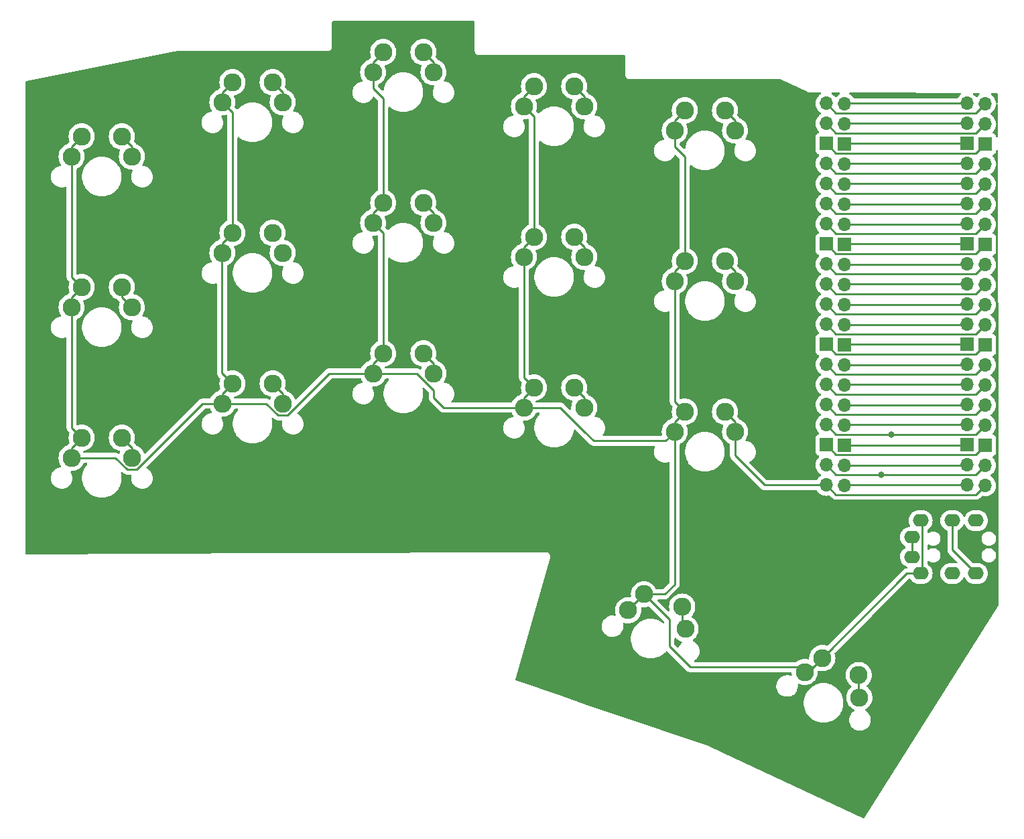
<source format=gbr>
%TF.GenerationSoftware,KiCad,Pcbnew,(6.0.4)*%
%TF.CreationDate,2022-11-12T19:04:49-05:00*%
%TF.ProjectId,Chergo,43686572-676f-42e6-9b69-6361645f7063,rev?*%
%TF.SameCoordinates,Original*%
%TF.FileFunction,Copper,L2,Bot*%
%TF.FilePolarity,Positive*%
%FSLAX46Y46*%
G04 Gerber Fmt 4.6, Leading zero omitted, Abs format (unit mm)*
G04 Created by KiCad (PCBNEW (6.0.4)) date 2022-11-12 19:04:49*
%MOMM*%
%LPD*%
G01*
G04 APERTURE LIST*
%TA.AperFunction,ComponentPad*%
%ADD10C,2.286000*%
%TD*%
%TA.AperFunction,ComponentPad*%
%ADD11O,1.700000X1.700000*%
%TD*%
%TA.AperFunction,ComponentPad*%
%ADD12R,1.700000X1.700000*%
%TD*%
%TA.AperFunction,ComponentPad*%
%ADD13O,2.000000X1.600000*%
%TD*%
%TA.AperFunction,ViaPad*%
%ADD14C,0.800000*%
%TD*%
%TA.AperFunction,Conductor*%
%ADD15C,0.250000*%
%TD*%
G04 APERTURE END LIST*
D10*
%TO.P,K17,2*%
%TO.N,R17*%
X164259426Y-137530533D03*
%TO.P,K17,1*%
%TO.N,GND*%
X159577822Y-132544885D03*
%TO.P,K17,2*%
%TO.N,R17*%
X164181866Y-134691786D03*
%TO.P,K17,1*%
%TO.N,GND*%
X157353361Y-134310182D03*
%TD*%
%TO.P,K16,2*%
%TO.N,R16*%
X142297371Y-128856050D03*
%TO.P,K16,1*%
%TO.N,GND*%
X137043066Y-124478109D03*
%TO.P,K16,2*%
%TO.N,R16*%
X141874433Y-126047915D03*
%TO.P,K16,1*%
%TO.N,GND*%
X135050321Y-126501341D03*
%TD*%
%TO.P,K15,2*%
%TO.N,R15*%
X148556943Y-103932379D03*
%TO.P,K15,1*%
%TO.N,GND*%
X142206943Y-101392379D03*
%TO.P,K15,2*%
%TO.N,R15*%
X147286943Y-101392379D03*
%TO.P,K15,1*%
%TO.N,GND*%
X140936943Y-103932379D03*
%TD*%
%TO.P,K14,2*%
%TO.N,R14*%
X129506943Y-100884379D03*
%TO.P,K14,1*%
%TO.N,GND*%
X123156943Y-98344379D03*
%TO.P,K14,2*%
%TO.N,R14*%
X128236943Y-98344379D03*
%TO.P,K14,1*%
%TO.N,GND*%
X121886943Y-100884379D03*
%TD*%
%TO.P,K13,2*%
%TO.N,R13*%
X110456943Y-96566379D03*
%TO.P,K13,1*%
%TO.N,GND*%
X104106943Y-94026379D03*
%TO.P,K13,2*%
%TO.N,R13*%
X109186943Y-94026379D03*
%TO.P,K13,1*%
%TO.N,GND*%
X102836943Y-96566379D03*
%TD*%
%TO.P,K12,2*%
%TO.N,R12*%
X91406943Y-100376379D03*
%TO.P,K12,1*%
%TO.N,GND*%
X85056943Y-97836379D03*
%TO.P,K12,2*%
%TO.N,R12*%
X90136943Y-97836379D03*
%TO.P,K12,1*%
%TO.N,GND*%
X83786943Y-100376379D03*
%TD*%
%TO.P,K11,2*%
%TO.N,R11*%
X72356943Y-107234379D03*
%TO.P,K11,1*%
%TO.N,GND*%
X66006943Y-104694379D03*
%TO.P,K11,2*%
%TO.N,R11*%
X71086943Y-104694379D03*
%TO.P,K11,1*%
%TO.N,GND*%
X64736943Y-107234379D03*
%TD*%
%TO.P,K10,2*%
%TO.N,R10*%
X148556943Y-84882379D03*
%TO.P,K10,1*%
%TO.N,GND*%
X142206943Y-82342379D03*
%TO.P,K10,2*%
%TO.N,R10*%
X147286943Y-82342379D03*
%TO.P,K10,1*%
%TO.N,GND*%
X140936943Y-84882379D03*
%TD*%
%TO.P,K9,2*%
%TO.N,R9*%
X129506943Y-81834379D03*
%TO.P,K9,1*%
%TO.N,GND*%
X123156943Y-79294379D03*
%TO.P,K9,2*%
%TO.N,R9*%
X128236943Y-79294379D03*
%TO.P,K9,1*%
%TO.N,GND*%
X121886943Y-81834379D03*
%TD*%
%TO.P,K8,2*%
%TO.N,R8*%
X110456943Y-77516379D03*
%TO.P,K8,1*%
%TO.N,GND*%
X104106943Y-74976379D03*
%TO.P,K8,2*%
%TO.N,R8*%
X109186943Y-74976379D03*
%TO.P,K8,1*%
%TO.N,GND*%
X102836943Y-77516379D03*
%TD*%
%TO.P,K7,2*%
%TO.N,R7*%
X91406943Y-81326379D03*
%TO.P,K7,1*%
%TO.N,GND*%
X85056943Y-78786379D03*
%TO.P,K7,2*%
%TO.N,R7*%
X90136943Y-78786379D03*
%TO.P,K7,1*%
%TO.N,GND*%
X83786943Y-81326379D03*
%TD*%
%TO.P,K6,2*%
%TO.N,R6*%
X72356943Y-88184379D03*
%TO.P,K6,1*%
%TO.N,GND*%
X66006943Y-85644379D03*
%TO.P,K6,2*%
%TO.N,R6*%
X71086943Y-85644379D03*
%TO.P,K6,1*%
%TO.N,GND*%
X64736943Y-88184379D03*
%TD*%
%TO.P,K5,2*%
%TO.N,R5*%
X148556943Y-65832379D03*
%TO.P,K5,1*%
%TO.N,GND*%
X142206943Y-63292379D03*
%TO.P,K5,2*%
%TO.N,R5*%
X147286943Y-63292379D03*
%TO.P,K5,1*%
%TO.N,GND*%
X140936943Y-65832379D03*
%TD*%
%TO.P,K4,2*%
%TO.N,R4*%
X129506943Y-62784379D03*
%TO.P,K4,1*%
%TO.N,GND*%
X123156943Y-60244379D03*
%TO.P,K4,2*%
%TO.N,R4*%
X128236943Y-60244379D03*
%TO.P,K4,1*%
%TO.N,GND*%
X121886943Y-62784379D03*
%TD*%
%TO.P,K3,2*%
%TO.N,R3*%
X110456943Y-58466379D03*
%TO.P,K3,1*%
%TO.N,GND*%
X104106943Y-55926379D03*
%TO.P,K3,2*%
%TO.N,R3*%
X109186943Y-55926379D03*
%TO.P,K3,1*%
%TO.N,GND*%
X102836943Y-58466379D03*
%TD*%
%TO.P,K2,2*%
%TO.N,R2*%
X91406943Y-62276379D03*
%TO.P,K2,1*%
%TO.N,GND*%
X85056943Y-59736379D03*
%TO.P,K2,2*%
%TO.N,R2*%
X90136943Y-59736379D03*
%TO.P,K2,1*%
%TO.N,GND*%
X83786943Y-62276379D03*
%TD*%
%TO.P,K1,2*%
%TO.N,R1*%
X72356943Y-69134379D03*
%TO.P,K1,1*%
%TO.N,GND*%
X66006943Y-66594379D03*
%TO.P,K1,2*%
%TO.N,R1*%
X71086943Y-66594379D03*
%TO.P,K1,1*%
%TO.N,GND*%
X64736943Y-69134379D03*
%TD*%
D11*
%TO.P,U1,1,GPIO0*%
%TO.N,TX*%
X162390943Y-62452379D03*
X177870943Y-62415879D03*
%TO.P,U1,2,GPIO1*%
%TO.N,RX*%
X162390943Y-64992379D03*
X177870943Y-64955879D03*
D12*
%TO.P,U1,3,GND*%
%TO.N,unconnected-(U1-Pad3)*%
X177870943Y-67495879D03*
X162390943Y-67532379D03*
D11*
%TO.P,U1,4,GPIO2*%
%TO.N,R5*%
X162390943Y-70072379D03*
X177870943Y-70035879D03*
%TO.P,U1,5,GPIO3*%
%TO.N,R4*%
X162390943Y-72612379D03*
X177870943Y-72575879D03*
%TO.P,U1,6,GPIO4*%
%TO.N,R3*%
X162390943Y-75152379D03*
X177870943Y-75115879D03*
%TO.P,U1,7,GPIO5*%
%TO.N,R2*%
X162390943Y-77692379D03*
X177870943Y-77655879D03*
D12*
%TO.P,U1,8,GND*%
%TO.N,GND*%
X177870943Y-80195879D03*
X162390943Y-80232379D03*
D11*
%TO.P,U1,9,GPIO6*%
%TO.N,R1*%
X162390943Y-82772379D03*
X177870943Y-82735879D03*
%TO.P,U1,10,GPIO7*%
%TO.N,R10*%
X162390943Y-85312379D03*
X177870943Y-85275879D03*
%TO.P,U1,11,GPIO8*%
%TO.N,R9*%
X177870943Y-87815879D03*
X162390943Y-87852379D03*
%TO.P,U1,12,GPIO9*%
%TO.N,R8*%
X162390943Y-90392379D03*
X177870943Y-90355879D03*
D12*
%TO.P,U1,13,GND*%
%TO.N,unconnected-(U1-Pad13)*%
X162390943Y-92932379D03*
X177870943Y-92895879D03*
D11*
%TO.P,U1,14,GPIO10*%
%TO.N,R7*%
X162390943Y-95472379D03*
X177870943Y-95435879D03*
%TO.P,U1,15,GPIO11*%
%TO.N,R6*%
X177870943Y-97975879D03*
X162390943Y-98012379D03*
%TO.P,U1,16,GPIO12*%
%TO.N,R14*%
X177870943Y-100515879D03*
X162390943Y-100552379D03*
%TO.P,U1,17,GPIO13*%
%TO.N,R13*%
X177870943Y-103055879D03*
X162390943Y-103092379D03*
D12*
%TO.P,U1,18,GND*%
%TO.N,unconnected-(U1-Pad18)*%
X162390943Y-105632379D03*
X177870943Y-105595879D03*
D11*
%TO.P,U1,19,GPIO14*%
%TO.N,R12*%
X162390943Y-108172379D03*
X177870943Y-108135879D03*
%TO.P,U1,20,GPIO15*%
%TO.N,R11*%
X177870943Y-110675879D03*
X162390943Y-110712379D03*
%TO.P,U1,21,GPIO16*%
%TO.N,R15*%
X160090943Y-110675879D03*
X180170943Y-110712379D03*
%TO.P,U1,22,GPIO17*%
%TO.N,R16*%
X180170943Y-108172379D03*
X160090943Y-108135879D03*
D12*
%TO.P,U1,23,GND*%
%TO.N,unconnected-(U1-Pad23)*%
X180170943Y-105632379D03*
X160090943Y-105595879D03*
D11*
%TO.P,U1,24,GPIO18*%
%TO.N,R17*%
X180170943Y-103092379D03*
X160090943Y-103055879D03*
%TO.P,U1,25,GPIO19*%
%TO.N,unconnected-(U1-Pad25)*%
X180170943Y-100552379D03*
X160090943Y-100515879D03*
%TO.P,U1,26,GPIO20*%
%TO.N,unconnected-(U1-Pad26)*%
X180170943Y-98012379D03*
X160090943Y-97975879D03*
%TO.P,U1,27,GPIO21*%
%TO.N,unconnected-(U1-Pad27)*%
X180170943Y-95472379D03*
X160090943Y-95435879D03*
D12*
%TO.P,U1,28,GND*%
%TO.N,unconnected-(U1-Pad28)*%
X160090943Y-92895879D03*
X180170943Y-92932379D03*
D11*
%TO.P,U1,29,GPIO22*%
%TO.N,unconnected-(U1-Pad29)*%
X180170943Y-90392379D03*
X160090943Y-90355879D03*
%TO.P,U1,30,RUN*%
%TO.N,unconnected-(U1-Pad30)*%
X160090943Y-87815879D03*
X180170943Y-87852379D03*
%TO.P,U1,31,GPIO26_ADC0*%
%TO.N,unconnected-(U1-Pad31)*%
X180170943Y-85312379D03*
X160090943Y-85275879D03*
%TO.P,U1,32,GPIO27_ADC1*%
%TO.N,unconnected-(U1-Pad32)*%
X180170943Y-82772379D03*
X160090943Y-82735879D03*
D12*
%TO.P,U1,33,AGND*%
%TO.N,unconnected-(U1-Pad33)*%
X160090943Y-80195879D03*
X180170943Y-80232379D03*
D11*
%TO.P,U1,34,GPIO28_ADC2*%
%TO.N,unconnected-(U1-Pad34)*%
X180170943Y-77692379D03*
X160090943Y-77655879D03*
%TO.P,U1,35,ADC_VREF*%
%TO.N,unconnected-(U1-Pad35)*%
X160090943Y-75115879D03*
X180170943Y-75152379D03*
%TO.P,U1,36,3V3*%
%TO.N,3v3*%
X180170943Y-72612379D03*
X160090943Y-72575879D03*
%TO.P,U1,37,3V3_EN*%
%TO.N,unconnected-(U1-Pad37)*%
X160090943Y-70035879D03*
X180170943Y-70072379D03*
D12*
%TO.P,U1,38,GND*%
%TO.N,unconnected-(U1-Pad38)*%
X160090943Y-67495879D03*
X180170943Y-67532379D03*
D11*
%TO.P,U1,39,VSYS*%
%TO.N,unconnected-(U1-Pad39)*%
X160090943Y-64955879D03*
X180170943Y-64992379D03*
%TO.P,U1,40,VBUS*%
%TO.N,unconnected-(U1-Pad40)*%
X180170943Y-62452379D03*
X160090943Y-62415879D03*
%TD*%
D13*
%TO.P,U2,4,RING2*%
%TO.N,TX*%
X176003443Y-121852379D03*
X179003443Y-115152379D03*
%TO.P,U2,3,RING1*%
%TO.N,RX*%
X179003443Y-121852379D03*
X176003443Y-115152379D03*
%TO.P,U2,2,TIP*%
%TO.N,GND*%
X172003443Y-115152379D03*
X172003443Y-121852379D03*
%TO.P,U2,1,SLEEVE*%
%TO.N,3v3*%
X170903443Y-117252379D03*
X170903443Y-119752379D03*
%TD*%
D14*
%TO.N,R16*%
X167066432Y-109346890D03*
%TO.N,R17*%
X168265454Y-104266890D03*
%TD*%
D15*
%TO.N,GND*%
X170270328Y-121852379D02*
X172003443Y-121852379D01*
X159577822Y-132544885D02*
X170270328Y-121852379D01*
%TO.N,RX*%
X176003443Y-118852379D02*
X179003443Y-121852379D01*
X176003443Y-115152379D02*
X176003443Y-118852379D01*
%TO.N,3v3*%
X170903443Y-119752379D02*
X170903443Y-117252379D01*
%TO.N,GND*%
X172227963Y-121627859D02*
X172003443Y-121852379D01*
X172227963Y-115376899D02*
X172227963Y-121627859D01*
X172003443Y-115152379D02*
X172227963Y-115376899D01*
X104106943Y-74976379D02*
X104106943Y-61813371D01*
X104106943Y-61813371D02*
X102836943Y-60543371D01*
X102836943Y-60543371D02*
X102836943Y-58466379D01*
X104106943Y-94026379D02*
X104106943Y-78786379D01*
X104106943Y-78786379D02*
X102836943Y-77516379D01*
X83742364Y-96521800D02*
X85056943Y-97836379D01*
X83742364Y-81370958D02*
X83742364Y-96521800D01*
X83786943Y-81326379D02*
X83742364Y-81370958D01*
X85056943Y-63546379D02*
X85056943Y-78786379D01*
X83786943Y-62276379D02*
X85056943Y-63546379D01*
X64736943Y-103424379D02*
X66006943Y-104694379D01*
X64736943Y-88184379D02*
X64736943Y-103424379D01*
X64736943Y-84374379D02*
X66006943Y-85644379D01*
X64736943Y-69134379D02*
X64736943Y-84374379D01*
X71749079Y-108701890D02*
X72966424Y-108701890D01*
X70281568Y-107234379D02*
X71749079Y-108701890D01*
X64736943Y-107234379D02*
X70281568Y-107234379D01*
X72966424Y-108701890D02*
X81291935Y-100376379D01*
X81291935Y-100376379D02*
X83786943Y-100376379D01*
X97292318Y-96566379D02*
X102836943Y-96566379D01*
X89331568Y-100376379D02*
X90799079Y-101843890D01*
X90799079Y-101843890D02*
X92014807Y-101843890D01*
X83786943Y-100376379D02*
X89331568Y-100376379D01*
X92014807Y-101843890D02*
X97292318Y-96566379D01*
X110501522Y-98686333D02*
X110501522Y-99632958D01*
X110501522Y-99632958D02*
X111752943Y-100884379D01*
X111752943Y-100884379D02*
X121886943Y-100884379D01*
X108381568Y-96566379D02*
X110501522Y-98686333D01*
X102836943Y-96566379D02*
X108381568Y-96566379D01*
X130694935Y-105075379D02*
X139793943Y-105075379D01*
X139793943Y-105075379D02*
X140936943Y-103932379D01*
X129551522Y-103931966D02*
X130694935Y-105075379D01*
X129551522Y-103929504D02*
X129551522Y-103931966D01*
X126506397Y-100884379D02*
X129551522Y-103929504D01*
X121886943Y-100884379D02*
X126506397Y-100884379D01*
X121886943Y-97074379D02*
X123156943Y-98344379D01*
X121886943Y-81834379D02*
X121886943Y-97074379D01*
X123156943Y-64054379D02*
X123156943Y-79294379D01*
X121886943Y-62784379D02*
X123156943Y-64054379D01*
X140936943Y-67909371D02*
X140936943Y-65832379D01*
X142206943Y-69179371D02*
X140936943Y-67909371D01*
X142206943Y-82342379D02*
X142206943Y-69179371D01*
X140460943Y-84406379D02*
X140460943Y-84292379D01*
X140936943Y-84882379D02*
X140460943Y-84406379D01*
X140936943Y-100122379D02*
X140936943Y-84882379D01*
X142206943Y-101392379D02*
X140936943Y-100122379D01*
X137043066Y-124478109D02*
X139675213Y-124478109D01*
X139675213Y-124478109D02*
X140936943Y-123216379D01*
X140936943Y-123216379D02*
X140936943Y-103932379D01*
X140257364Y-127692407D02*
X137043066Y-124478109D01*
X140257364Y-131078800D02*
X140257364Y-127692407D01*
X142866449Y-133687885D02*
X140257364Y-131078800D01*
X159577822Y-132544885D02*
X158434822Y-133687885D01*
X158434822Y-133687885D02*
X142866449Y-133687885D01*
%TO.N,R16*%
X167066432Y-109346890D02*
X178996432Y-109346890D01*
X161301954Y-109346890D02*
X167066432Y-109346890D01*
%TO.N,R17*%
X168265454Y-104266890D02*
X178996432Y-104266890D01*
X161301954Y-104266890D02*
X168265454Y-104266890D01*
%TO.N,R15*%
X148556943Y-106935387D02*
X148556943Y-103932379D01*
X160090943Y-110675879D02*
X152297435Y-110675879D01*
X152297435Y-110675879D02*
X148556943Y-106935387D01*
%TO.N,R17*%
X164181866Y-137452973D02*
X164259426Y-137530533D01*
X164181866Y-134691786D02*
X164181866Y-137452973D01*
%TO.N,GND*%
X157812525Y-134310182D02*
X157353361Y-134310182D01*
X159577822Y-132544885D02*
X157812525Y-134310182D01*
%TO.N,R16*%
X141874433Y-128433112D02*
X142297371Y-128856050D01*
X141874433Y-126047915D02*
X141874433Y-128433112D01*
%TO.N,GND*%
X135050321Y-126470854D02*
X135050321Y-126501341D01*
X137043066Y-124478109D02*
X135050321Y-126470854D01*
%TO.N,R15*%
X148556943Y-102662379D02*
X148556943Y-103932379D01*
X147286943Y-101392379D02*
X148556943Y-102662379D01*
%TO.N,GND*%
X140936943Y-102662379D02*
X140936943Y-103932379D01*
X142206943Y-101392379D02*
X140936943Y-102662379D01*
%TO.N,R14*%
X128236943Y-98344379D02*
X129506943Y-99614379D01*
X129506943Y-99614379D02*
X129506943Y-100884379D01*
%TO.N,GND*%
X121886943Y-99614379D02*
X121886943Y-100884379D01*
X123156943Y-98344379D02*
X121886943Y-99614379D01*
%TO.N,R13*%
X109186943Y-94026379D02*
X110456943Y-95296379D01*
X110456943Y-95296379D02*
X110456943Y-96566379D01*
%TO.N,GND*%
X102836943Y-95296379D02*
X102836943Y-96566379D01*
X104106943Y-94026379D02*
X102836943Y-95296379D01*
%TO.N,R12*%
X90136943Y-97836379D02*
X91406943Y-99106379D01*
X91406943Y-99106379D02*
X91406943Y-100376379D01*
%TO.N,GND*%
X83786943Y-99106379D02*
X83786943Y-100376379D01*
X85056943Y-97836379D02*
X83786943Y-99106379D01*
X64736943Y-86914379D02*
X64736943Y-88184379D01*
X66006943Y-85644379D02*
X64736943Y-86914379D01*
X85056943Y-78786379D02*
X83786943Y-80056379D01*
X83786943Y-80056379D02*
X83786943Y-81326379D01*
X102836943Y-76246379D02*
X102836943Y-77516379D01*
X104106943Y-74976379D02*
X102836943Y-76246379D01*
%TO.N,R8*%
X110456943Y-76246379D02*
X110456943Y-77516379D01*
X109186943Y-74976379D02*
X110456943Y-76246379D01*
%TO.N,R9*%
X129506943Y-80564379D02*
X129506943Y-81834379D01*
X128236943Y-79294379D02*
X129506943Y-80564379D01*
%TO.N,GND*%
X121886943Y-80564379D02*
X121886943Y-81834379D01*
X123156943Y-79294379D02*
X121886943Y-80564379D01*
X140936943Y-83612379D02*
X140936943Y-84882379D01*
X142206943Y-82342379D02*
X140936943Y-83612379D01*
%TO.N,R10*%
X148556943Y-83612379D02*
X148556943Y-84882379D01*
X147286943Y-82342379D02*
X148556943Y-83612379D01*
%TO.N,R5*%
X148556943Y-64562379D02*
X148556943Y-65832379D01*
X147286943Y-63292379D02*
X148556943Y-64562379D01*
%TO.N,GND*%
X142206943Y-63292379D02*
X140936943Y-64562379D01*
X140936943Y-64562379D02*
X140936943Y-65832379D01*
%TO.N,R4*%
X129506943Y-61514379D02*
X129506943Y-62784379D01*
X128236943Y-60244379D02*
X129506943Y-61514379D01*
%TO.N,GND*%
X121886943Y-61514379D02*
X121886943Y-62784379D01*
X123156943Y-60244379D02*
X121886943Y-61514379D01*
%TO.N,R3*%
X110456943Y-57196379D02*
X110456943Y-58466379D01*
X109186943Y-55926379D02*
X110456943Y-57196379D01*
%TO.N,GND*%
X102836943Y-57196379D02*
X102836943Y-58466379D01*
X104106943Y-55926379D02*
X102836943Y-57196379D01*
%TO.N,R2*%
X91406943Y-61006379D02*
X91406943Y-62276379D01*
X90136943Y-59736379D02*
X91406943Y-61006379D01*
%TO.N,GND*%
X85056943Y-59736379D02*
X83786943Y-61006379D01*
X83786943Y-61006379D02*
X83786943Y-62276379D01*
%TO.N,R1*%
X72356943Y-67864379D02*
X72356943Y-69134379D01*
X71086943Y-66594379D02*
X72356943Y-67864379D01*
%TO.N,R6*%
X71086943Y-86914379D02*
X71086943Y-85644379D01*
X72356943Y-88184379D02*
X71086943Y-86914379D01*
%TO.N,R11*%
X72356943Y-105964379D02*
X72356943Y-107234379D01*
X71086943Y-104694379D02*
X72356943Y-105964379D01*
%TO.N,GND*%
X66006943Y-104694379D02*
X64736943Y-105964379D01*
X64736943Y-105964379D02*
X64736943Y-107234379D01*
X64736943Y-67864379D02*
X64736943Y-69134379D01*
X66006943Y-66594379D02*
X64736943Y-67864379D01*
%TO.N,R15*%
X178996432Y-111886890D02*
X180170943Y-110712379D01*
X161301954Y-111886890D02*
X178996432Y-111886890D01*
X160090943Y-110675879D02*
X161301954Y-111886890D01*
%TO.N,R16*%
X178996432Y-109346890D02*
X180170943Y-108172379D01*
X160090943Y-108135879D02*
X161301954Y-109346890D01*
%TO.N,unconnected-(U1-Pad23)*%
X160090943Y-105595879D02*
X161301954Y-106806890D01*
X161301954Y-106806890D02*
X178996432Y-106806890D01*
X178996432Y-106806890D02*
X180170943Y-105632379D01*
%TO.N,R11*%
X162427443Y-110675879D02*
X162390943Y-110712379D01*
X177870943Y-110675879D02*
X162427443Y-110675879D01*
%TO.N,R12*%
X177834443Y-108172379D02*
X177870943Y-108135879D01*
X162390943Y-108172379D02*
X177834443Y-108172379D01*
%TO.N,unconnected-(U1-Pad18)*%
X177834443Y-105632379D02*
X177870943Y-105595879D01*
X162390943Y-105632379D02*
X177834443Y-105632379D01*
%TO.N,unconnected-(U1-Pad26)*%
X178996432Y-99186890D02*
X180170943Y-98012379D01*
X161301954Y-99186890D02*
X178996432Y-99186890D01*
X160090943Y-97975879D02*
X161301954Y-99186890D01*
%TO.N,unconnected-(U1-Pad25)*%
X178996432Y-101726890D02*
X161301954Y-101726890D01*
X161301954Y-101726890D02*
X160090943Y-100515879D01*
X180170943Y-100552379D02*
X178996432Y-101726890D01*
%TO.N,R17*%
X160090943Y-103055879D02*
X161301954Y-104266890D01*
X178996432Y-104266890D02*
X180170943Y-103092379D01*
%TO.N,R13*%
X162427443Y-103055879D02*
X162390943Y-103092379D01*
X177870943Y-103055879D02*
X162427443Y-103055879D01*
%TO.N,R14*%
X162390943Y-100552379D02*
X177834443Y-100552379D01*
X177834443Y-100552379D02*
X177870943Y-100515879D01*
%TO.N,R6*%
X177870943Y-97975879D02*
X162427443Y-97975879D01*
X162427443Y-97975879D02*
X162390943Y-98012379D01*
%TO.N,R7*%
X177834443Y-95472379D02*
X177870943Y-95435879D01*
X162390943Y-95472379D02*
X177834443Y-95472379D01*
%TO.N,unconnected-(U1-Pad27)*%
X178996432Y-96646890D02*
X161301954Y-96646890D01*
X161301954Y-96646890D02*
X160090943Y-95435879D01*
X180170943Y-95472379D02*
X178996432Y-96646890D01*
%TO.N,unconnected-(U1-Pad28)*%
X178996432Y-94106890D02*
X180170943Y-92932379D01*
X161301954Y-94106890D02*
X178996432Y-94106890D01*
X160090943Y-92895879D02*
X161301954Y-94106890D01*
%TO.N,unconnected-(U1-Pad13)*%
X162427443Y-92895879D02*
X162390943Y-92932379D01*
X177870943Y-92895879D02*
X162427443Y-92895879D01*
%TO.N,unconnected-(U1-Pad29)*%
X161301954Y-91566890D02*
X178996432Y-91566890D01*
X178996432Y-91566890D02*
X180170943Y-90392379D01*
X160090943Y-90355879D02*
X161301954Y-91566890D01*
%TO.N,unconnected-(U1-Pad30)*%
X161301954Y-89026890D02*
X160090943Y-87815879D01*
X178996432Y-89026890D02*
X161301954Y-89026890D01*
X180170943Y-87852379D02*
X178996432Y-89026890D01*
%TO.N,unconnected-(U1-Pad31)*%
X161301954Y-86486890D02*
X178996432Y-86486890D01*
X178996432Y-86486890D02*
X180170943Y-85312379D01*
X160090943Y-85275879D02*
X161301954Y-86486890D01*
%TO.N,R8*%
X177834443Y-90392379D02*
X177870943Y-90355879D01*
X162390943Y-90392379D02*
X177834443Y-90392379D01*
%TO.N,R9*%
X177834443Y-87852379D02*
X177870943Y-87815879D01*
X162390943Y-87852379D02*
X177834443Y-87852379D01*
%TO.N,R10*%
X162427443Y-85275879D02*
X162390943Y-85312379D01*
X177870943Y-85275879D02*
X162427443Y-85275879D01*
%TO.N,R1*%
X177834443Y-82772379D02*
X177870943Y-82735879D01*
X162390943Y-82772379D02*
X177834443Y-82772379D01*
%TO.N,unconnected-(U1-Pad32)*%
X178996432Y-83946890D02*
X180170943Y-82772379D01*
X161301954Y-83946890D02*
X178996432Y-83946890D01*
X160090943Y-82735879D02*
X161301954Y-83946890D01*
%TO.N,GND*%
X162427443Y-80195879D02*
X162390943Y-80232379D01*
X177870943Y-80195879D02*
X162427443Y-80195879D01*
%TO.N,unconnected-(U1-Pad33)*%
X161301954Y-81406890D02*
X178996432Y-81406890D01*
X160090943Y-80195879D02*
X161301954Y-81406890D01*
X178996432Y-81406890D02*
X180170943Y-80232379D01*
%TO.N,unconnected-(U1-Pad34)*%
X178996432Y-78866890D02*
X180170943Y-77692379D01*
X161301954Y-78866890D02*
X178996432Y-78866890D01*
X160090943Y-77655879D02*
X161301954Y-78866890D01*
%TO.N,R2*%
X162390943Y-77692379D02*
X177834443Y-77692379D01*
X177834443Y-77692379D02*
X177870943Y-77655879D01*
%TO.N,unconnected-(U1-Pad35)*%
X161301954Y-76326890D02*
X178996432Y-76326890D01*
X178996432Y-76326890D02*
X180170943Y-75152379D01*
X160090943Y-75115879D02*
X161301954Y-76326890D01*
%TO.N,R3*%
X177834443Y-75152379D02*
X177870943Y-75115879D01*
X162390943Y-75152379D02*
X177834443Y-75152379D01*
%TO.N,3v3*%
X178996432Y-73786890D02*
X180170943Y-72612379D01*
X161301954Y-73786890D02*
X178996432Y-73786890D01*
X160090943Y-72575879D02*
X161301954Y-73786890D01*
%TO.N,unconnected-(U1-Pad37)*%
X178996432Y-71246890D02*
X180170943Y-70072379D01*
X161301954Y-71246890D02*
X178996432Y-71246890D01*
X160090943Y-70035879D02*
X161301954Y-71246890D01*
%TO.N,unconnected-(U1-Pad38)*%
X178996432Y-68706890D02*
X180170943Y-67532379D01*
X161301954Y-68706890D02*
X178996432Y-68706890D01*
X160090943Y-67495879D02*
X161301954Y-68706890D01*
%TO.N,unconnected-(U1-Pad39)*%
X178996432Y-66166890D02*
X180170943Y-64992379D01*
X161301954Y-66166890D02*
X178996432Y-66166890D01*
X160090943Y-64955879D02*
X161301954Y-66166890D01*
%TO.N,unconnected-(U1-Pad40)*%
X161301954Y-63626890D02*
X178996432Y-63626890D01*
X178996432Y-63626890D02*
X180170943Y-62452379D01*
X160090943Y-62415879D02*
X161301954Y-63626890D01*
%TO.N,R4*%
X162427443Y-72575879D02*
X162390943Y-72612379D01*
X177870943Y-72575879D02*
X162427443Y-72575879D01*
%TO.N,R5*%
X162427443Y-70035879D02*
X162390943Y-70072379D01*
X177870943Y-70035879D02*
X162427443Y-70035879D01*
%TO.N,unconnected-(U1-Pad3)*%
X177870943Y-67495879D02*
X162427443Y-67495879D01*
X162427443Y-67495879D02*
X162390943Y-67532379D01*
%TO.N,RX*%
X162427443Y-64955879D02*
X162390943Y-64992379D01*
X177870943Y-64955879D02*
X162427443Y-64955879D01*
%TO.N,TX*%
X162427443Y-62415879D02*
X162390943Y-62452379D01*
X177870943Y-62415879D02*
X162427443Y-62415879D01*
%TD*%
%TA.AperFunction,NonConductor*%
G36*
X161426139Y-61018868D02*
G01*
X161686253Y-61019766D01*
X161754303Y-61040003D01*
X161800611Y-61093819D01*
X161810472Y-61164127D01*
X161780756Y-61228606D01*
X161743998Y-61257528D01*
X161664550Y-61298886D01*
X161660417Y-61301989D01*
X161660414Y-61301991D01*
X161490043Y-61429909D01*
X161485908Y-61433014D01*
X161347478Y-61577873D01*
X161285955Y-61613302D01*
X161215042Y-61609845D01*
X161163192Y-61575621D01*
X161024095Y-61422755D01*
X161024085Y-61422746D01*
X161020613Y-61418930D01*
X161016562Y-61415731D01*
X161016558Y-61415727D01*
X160849357Y-61283679D01*
X160849353Y-61283677D01*
X160845302Y-61280477D01*
X160840778Y-61277979D01*
X160840774Y-61277977D01*
X160795911Y-61253212D01*
X160745940Y-61202780D01*
X160731167Y-61133338D01*
X160756282Y-61066932D01*
X160813313Y-61024647D01*
X160857238Y-61016904D01*
X161426139Y-61018868D01*
G37*
%TD.AperFunction*%
%TA.AperFunction,NonConductor*%
G36*
X179216197Y-61080299D02*
G01*
X179357797Y-61080788D01*
X179425848Y-61101025D01*
X179472156Y-61154841D01*
X179482017Y-61225149D01*
X179452301Y-61289628D01*
X179433017Y-61307545D01*
X179416188Y-61320181D01*
X179279572Y-61422755D01*
X179265908Y-61433014D01*
X179127478Y-61577873D01*
X179065955Y-61613302D01*
X178995042Y-61609845D01*
X178943192Y-61575621D01*
X178804095Y-61422755D01*
X178804085Y-61422746D01*
X178800613Y-61418930D01*
X178796562Y-61415731D01*
X178796558Y-61415727D01*
X178654468Y-61303511D01*
X178613405Y-61245594D01*
X178610173Y-61174671D01*
X178645799Y-61113259D01*
X178708970Y-61080857D01*
X178732991Y-61078630D01*
X179216197Y-61080299D01*
G37*
%TD.AperFunction*%
%TA.AperFunction,NonConductor*%
G36*
X165942131Y-61034462D02*
G01*
X177019936Y-61072715D01*
X177087986Y-61092952D01*
X177134294Y-61146768D01*
X177144155Y-61217076D01*
X177114439Y-61281555D01*
X177095153Y-61299474D01*
X176970309Y-61393210D01*
X176965908Y-61396514D01*
X176933995Y-61429909D01*
X176843798Y-61524295D01*
X176811572Y-61558017D01*
X176808658Y-61562289D01*
X176808657Y-61562290D01*
X176696038Y-61727383D01*
X176641127Y-61772386D01*
X176591950Y-61782379D01*
X163644135Y-61782379D01*
X163576014Y-61762377D01*
X163538343Y-61724819D01*
X163473765Y-61624996D01*
X163473763Y-61624993D01*
X163470957Y-61620656D01*
X163320613Y-61455430D01*
X163316562Y-61452231D01*
X163316558Y-61452227D01*
X163149357Y-61320179D01*
X163149353Y-61320177D01*
X163145302Y-61316977D01*
X163122608Y-61304449D01*
X163092370Y-61287757D01*
X163043852Y-61260974D01*
X162993881Y-61210541D01*
X162979109Y-61141098D01*
X163004225Y-61074693D01*
X163061256Y-61032408D01*
X163105180Y-61024666D01*
X165942131Y-61034462D01*
G37*
%TD.AperFunction*%
%TA.AperFunction,NonConductor*%
G36*
X181647569Y-61088695D02*
G01*
X181715620Y-61108932D01*
X181761928Y-61162748D01*
X181773134Y-61214556D01*
X181774326Y-62303878D01*
X181754398Y-62372021D01*
X181700794Y-62418572D01*
X181630531Y-62428753D01*
X181565918Y-62399331D01*
X181527469Y-62339647D01*
X181522750Y-62314340D01*
X181522721Y-62313979D01*
X181515795Y-62229740D01*
X181461374Y-62013081D01*
X181372297Y-61808219D01*
X181250957Y-61620656D01*
X181100613Y-61455430D01*
X181096562Y-61452231D01*
X181096558Y-61452227D01*
X180995720Y-61372590D01*
X180925302Y-61316977D01*
X180924389Y-61316473D01*
X180879489Y-61263036D01*
X180870454Y-61192617D01*
X180900926Y-61128492D01*
X180961229Y-61091020D01*
X180995320Y-61086443D01*
X181647569Y-61088695D01*
G37*
%TD.AperFunction*%
%TA.AperFunction,NonConductor*%
G36*
X181742888Y-62518175D02*
G01*
X181773147Y-62582401D01*
X181774652Y-62601677D01*
X181777143Y-64878143D01*
X181757215Y-64946286D01*
X181703611Y-64992837D01*
X181654632Y-64999934D01*
X181685467Y-64999567D01*
X181745645Y-65037238D01*
X181775904Y-65101463D01*
X181777409Y-65120736D01*
X181778142Y-65790438D01*
X181779033Y-66605100D01*
X181759105Y-66673243D01*
X181705501Y-66719794D01*
X181635238Y-66729975D01*
X181570625Y-66700553D01*
X181532176Y-66640869D01*
X181527770Y-66618845D01*
X181523542Y-66579919D01*
X181523541Y-66579915D01*
X181522688Y-66572063D01*
X181471558Y-66435674D01*
X181384204Y-66319118D01*
X181267648Y-66231764D01*
X181247247Y-66224116D01*
X181149146Y-66187339D01*
X181092382Y-66144697D01*
X181067682Y-66078135D01*
X181082890Y-66008787D01*
X181104436Y-65980106D01*
X181140865Y-65943804D01*
X181209039Y-65875868D01*
X181243832Y-65827449D01*
X181336378Y-65698656D01*
X181339396Y-65694456D01*
X181380122Y-65612054D01*
X181436079Y-65498832D01*
X181436080Y-65498830D01*
X181438373Y-65494190D01*
X181479607Y-65358475D01*
X181501808Y-65285402D01*
X181501808Y-65285400D01*
X181503313Y-65280448D01*
X181526487Y-65104430D01*
X181555210Y-65039503D01*
X181614475Y-65000412D01*
X181627290Y-65000259D01*
X181568735Y-64973596D01*
X181530286Y-64913912D01*
X181525567Y-64888605D01*
X181525348Y-64885932D01*
X181515795Y-64769740D01*
X181461374Y-64553081D01*
X181372297Y-64348219D01*
X181279771Y-64205196D01*
X181253765Y-64164996D01*
X181253763Y-64164993D01*
X181250957Y-64160656D01*
X181100613Y-63995430D01*
X181096562Y-63992231D01*
X181096558Y-63992227D01*
X180929357Y-63860179D01*
X180929353Y-63860177D01*
X180925302Y-63856977D01*
X180883996Y-63834175D01*
X180834027Y-63783743D01*
X180819255Y-63714300D01*
X180844371Y-63647895D01*
X180871723Y-63621288D01*
X180932572Y-63577885D01*
X181050803Y-63493552D01*
X181071553Y-63472875D01*
X181205378Y-63339516D01*
X181209039Y-63335868D01*
X181243832Y-63287449D01*
X181336378Y-63158656D01*
X181339396Y-63154456D01*
X181351831Y-63129297D01*
X181436079Y-62958832D01*
X181436080Y-62958830D01*
X181438373Y-62954190D01*
X181503313Y-62740448D01*
X181523730Y-62585367D01*
X181552453Y-62520441D01*
X181611718Y-62481350D01*
X181682709Y-62480505D01*
X181742888Y-62518175D01*
G37*
%TD.AperFunction*%
%TA.AperFunction,NonConductor*%
G36*
X141099376Y-129998484D02*
G01*
X141112675Y-130011878D01*
X141125973Y-130027448D01*
X141323642Y-130196273D01*
X141545287Y-130332098D01*
X141549857Y-130333991D01*
X141549859Y-130333992D01*
X141785451Y-130431577D01*
X141784612Y-130433604D01*
X141835668Y-130468555D01*
X141863270Y-130533966D01*
X141851127Y-130603916D01*
X141825056Y-130639433D01*
X141698498Y-130760163D01*
X141695310Y-130764448D01*
X141587144Y-130909829D01*
X141560789Y-130945251D01*
X141558374Y-130950001D01*
X141457087Y-131149216D01*
X141408383Y-131200874D01*
X141339483Y-131218000D01*
X141272262Y-131195157D01*
X141255675Y-131181206D01*
X140927769Y-130853300D01*
X140893743Y-130790988D01*
X140890864Y-130764205D01*
X140890864Y-130093708D01*
X140910866Y-130025587D01*
X140964522Y-129979094D01*
X141034796Y-129968990D01*
X141099376Y-129998484D01*
G37*
%TD.AperFunction*%
%TA.AperFunction,NonConductor*%
G36*
X115605979Y-52011178D02*
G01*
X115652500Y-52064810D01*
X115663914Y-52116919D01*
X115672421Y-55783212D01*
X115672428Y-55786297D01*
X115672425Y-55787414D01*
X115671894Y-55861566D01*
X115674351Y-55870197D01*
X115674351Y-55870198D01*
X115680285Y-55891043D01*
X115683782Y-55907374D01*
X115688199Y-55937710D01*
X115691933Y-55945871D01*
X115698432Y-55960077D01*
X115705040Y-55978003D01*
X115709314Y-55993019D01*
X115709316Y-55993024D01*
X115711774Y-56001658D01*
X115716558Y-56009257D01*
X115716558Y-56009258D01*
X115728096Y-56027587D01*
X115736042Y-56042290D01*
X115748794Y-56070165D01*
X115754668Y-56076950D01*
X115764900Y-56088770D01*
X115776268Y-56104113D01*
X115789370Y-56124926D01*
X115796092Y-56130875D01*
X115812312Y-56145231D01*
X115824066Y-56157114D01*
X115844129Y-56180289D01*
X115851669Y-56185151D01*
X115851671Y-56185153D01*
X115864807Y-56193624D01*
X115880023Y-56205158D01*
X115898443Y-56221461D01*
X115906567Y-56225285D01*
X115906569Y-56225287D01*
X115926165Y-56234512D01*
X115940783Y-56242620D01*
X115958993Y-56254363D01*
X115958996Y-56254364D01*
X115966541Y-56259230D01*
X115990136Y-56266226D01*
X116007966Y-56273021D01*
X116030227Y-56283502D01*
X116039092Y-56284892D01*
X116039096Y-56284893D01*
X116060501Y-56288248D01*
X116076803Y-56291926D01*
X116106188Y-56300640D01*
X116122803Y-56300703D01*
X116140268Y-56300770D01*
X116140399Y-56300775D01*
X116140795Y-56300837D01*
X116156223Y-56300853D01*
X116164715Y-56300862D01*
X116165061Y-56300863D01*
X116182603Y-56300929D01*
X116251845Y-56301192D01*
X116252501Y-56301002D01*
X116253193Y-56300955D01*
X134592363Y-56320209D01*
X134660463Y-56340283D01*
X134706900Y-56393987D01*
X134718228Y-56447043D01*
X134705338Y-58393567D01*
X134702938Y-58755903D01*
X134702923Y-58756091D01*
X134702897Y-58756179D01*
X134701931Y-58901833D01*
X134704393Y-58910465D01*
X134709507Y-58928397D01*
X134713182Y-58945916D01*
X134713239Y-58946330D01*
X134716919Y-58973297D01*
X134720578Y-58981488D01*
X134720580Y-58981495D01*
X134728185Y-58998518D01*
X134734309Y-59015348D01*
X134741884Y-59041904D01*
X134756619Y-59065284D01*
X134765060Y-59081064D01*
X134776328Y-59106289D01*
X134794223Y-59127338D01*
X134804816Y-59141761D01*
X134819545Y-59165132D01*
X134826273Y-59171080D01*
X134840244Y-59183432D01*
X134852782Y-59196216D01*
X134870674Y-59217261D01*
X134893757Y-59232441D01*
X134907977Y-59243315D01*
X134928669Y-59261609D01*
X134936787Y-59265426D01*
X134936791Y-59265428D01*
X134953662Y-59273359D01*
X134969290Y-59282113D01*
X134984870Y-59292360D01*
X134984875Y-59292362D01*
X134992374Y-59297294D01*
X135000958Y-59299923D01*
X135000960Y-59299924D01*
X135018788Y-59305384D01*
X135035498Y-59311833D01*
X135060486Y-59323581D01*
X135087789Y-59327847D01*
X135105217Y-59331856D01*
X135131646Y-59339951D01*
X135166542Y-59340395D01*
X135168738Y-59340495D01*
X135171062Y-59340858D01*
X135175933Y-59340860D01*
X135175939Y-59340861D01*
X135203438Y-59340875D01*
X135204977Y-59340885D01*
X135270138Y-59341715D01*
X135270140Y-59341715D01*
X135277292Y-59341806D01*
X135279875Y-59341086D01*
X135282505Y-59340916D01*
X139290950Y-59343017D01*
X154154120Y-59350808D01*
X154205947Y-59361990D01*
X155491727Y-59943117D01*
X157738354Y-60958514D01*
X157740363Y-60959444D01*
X157794929Y-60985293D01*
X157794933Y-60985294D01*
X157803047Y-60989138D01*
X157828951Y-60993263D01*
X157835962Y-60994380D01*
X157851235Y-60997797D01*
X157869409Y-61003067D01*
X157883257Y-61007082D01*
X157892228Y-61007062D01*
X157892230Y-61007062D01*
X157961470Y-61006906D01*
X157962189Y-61006907D01*
X159331755Y-61011636D01*
X159399806Y-61031873D01*
X159446114Y-61085689D01*
X159455975Y-61155997D01*
X159426259Y-61220476D01*
X159389504Y-61249396D01*
X159364550Y-61262386D01*
X159360417Y-61265489D01*
X159360414Y-61265491D01*
X159190043Y-61393409D01*
X159185908Y-61396514D01*
X159153995Y-61429909D01*
X159063798Y-61524295D01*
X159031572Y-61558017D01*
X159028658Y-61562289D01*
X159028657Y-61562290D01*
X158985882Y-61624996D01*
X158905686Y-61742559D01*
X158872118Y-61814875D01*
X158826068Y-61914083D01*
X158811631Y-61945184D01*
X158751932Y-62160449D01*
X158728194Y-62382574D01*
X158728491Y-62387727D01*
X158728491Y-62387730D01*
X158739716Y-62582401D01*
X158741053Y-62605594D01*
X158742190Y-62610640D01*
X158742191Y-62610646D01*
X158766247Y-62717387D01*
X158790165Y-62823518D01*
X158874209Y-63030495D01*
X158876908Y-63034899D01*
X158981313Y-63205273D01*
X158990930Y-63220967D01*
X159137193Y-63389817D01*
X159309069Y-63532511D01*
X159323059Y-63540686D01*
X159382388Y-63575355D01*
X159431112Y-63626993D01*
X159444183Y-63696776D01*
X159417452Y-63762548D01*
X159376998Y-63795906D01*
X159364550Y-63802386D01*
X159360417Y-63805489D01*
X159360414Y-63805491D01*
X159190043Y-63933409D01*
X159185908Y-63936514D01*
X159164429Y-63958990D01*
X159043166Y-64085885D01*
X159031572Y-64098017D01*
X159028658Y-64102289D01*
X159028657Y-64102290D01*
X158970832Y-64187058D01*
X158905686Y-64282559D01*
X158871442Y-64356331D01*
X158821568Y-64463777D01*
X158811631Y-64485184D01*
X158751932Y-64700449D01*
X158728194Y-64922574D01*
X158728491Y-64927727D01*
X158728491Y-64927730D01*
X158738963Y-65109346D01*
X158741053Y-65145594D01*
X158742190Y-65150640D01*
X158742191Y-65150646D01*
X158764935Y-65251567D01*
X158790165Y-65363518D01*
X158874209Y-65570495D01*
X158876908Y-65574899D01*
X158968328Y-65724083D01*
X158990930Y-65760967D01*
X159137193Y-65929817D01*
X159141173Y-65933121D01*
X159145924Y-65937066D01*
X159185559Y-65995969D01*
X159187056Y-66066950D01*
X159149940Y-66127472D01*
X159109668Y-66151991D01*
X159046814Y-66175554D01*
X158994238Y-66195264D01*
X158877682Y-66282618D01*
X158790328Y-66399174D01*
X158739198Y-66535563D01*
X158732443Y-66597745D01*
X158732443Y-68394013D01*
X158739198Y-68456195D01*
X158790328Y-68592584D01*
X158877682Y-68709140D01*
X158994238Y-68796494D01*
X159002647Y-68799646D01*
X159002648Y-68799647D01*
X159111394Y-68840414D01*
X159168159Y-68883055D01*
X159192859Y-68949617D01*
X159177652Y-69018966D01*
X159158259Y-69045447D01*
X159037223Y-69172104D01*
X159031572Y-69178017D01*
X159028658Y-69182289D01*
X159028657Y-69182290D01*
X158985882Y-69244996D01*
X158905686Y-69362559D01*
X158811631Y-69565184D01*
X158751932Y-69780449D01*
X158728194Y-70002574D01*
X158728491Y-70007727D01*
X158728491Y-70007730D01*
X158736058Y-70138969D01*
X158741053Y-70225594D01*
X158742190Y-70230640D01*
X158742191Y-70230646D01*
X158764056Y-70327667D01*
X158790165Y-70443518D01*
X158874209Y-70650495D01*
X158889603Y-70675616D01*
X158948374Y-70771521D01*
X158990930Y-70840967D01*
X159137193Y-71009817D01*
X159309069Y-71152511D01*
X159315610Y-71156333D01*
X159382388Y-71195355D01*
X159431112Y-71246993D01*
X159444183Y-71316776D01*
X159417452Y-71382548D01*
X159376998Y-71415906D01*
X159364550Y-71422386D01*
X159360417Y-71425489D01*
X159360414Y-71425491D01*
X159238614Y-71516941D01*
X159185908Y-71556514D01*
X159031572Y-71718017D01*
X159028658Y-71722289D01*
X159028657Y-71722290D01*
X158985882Y-71784996D01*
X158905686Y-71902559D01*
X158877226Y-71963871D01*
X158827318Y-72071390D01*
X158811631Y-72105184D01*
X158751932Y-72320449D01*
X158728194Y-72542574D01*
X158728491Y-72547727D01*
X158728491Y-72547730D01*
X158732162Y-72611398D01*
X158741053Y-72765594D01*
X158742190Y-72770640D01*
X158742191Y-72770646D01*
X158748524Y-72798747D01*
X158790165Y-72983518D01*
X158874209Y-73190495D01*
X158876908Y-73194899D01*
X158965691Y-73339780D01*
X158990930Y-73380967D01*
X159137193Y-73549817D01*
X159309069Y-73692511D01*
X159322472Y-73700343D01*
X159382388Y-73735355D01*
X159431112Y-73786993D01*
X159444183Y-73856776D01*
X159417452Y-73922548D01*
X159376998Y-73955906D01*
X159364550Y-73962386D01*
X159360417Y-73965489D01*
X159360414Y-73965491D01*
X159190043Y-74093409D01*
X159185908Y-74096514D01*
X159182336Y-74100252D01*
X159063798Y-74224295D01*
X159031572Y-74258017D01*
X159028658Y-74262289D01*
X159028657Y-74262290D01*
X158985882Y-74324996D01*
X158905686Y-74442559D01*
X158811631Y-74645184D01*
X158751932Y-74860449D01*
X158728194Y-75082574D01*
X158741053Y-75305594D01*
X158742190Y-75310640D01*
X158742191Y-75310646D01*
X158766247Y-75417387D01*
X158790165Y-75523518D01*
X158874209Y-75730495D01*
X158888845Y-75754379D01*
X158973845Y-75893086D01*
X158990930Y-75920967D01*
X159137193Y-76089817D01*
X159309069Y-76232511D01*
X159379538Y-76273690D01*
X159382388Y-76275355D01*
X159431112Y-76326993D01*
X159444183Y-76396776D01*
X159417452Y-76462548D01*
X159376998Y-76495906D01*
X159364550Y-76502386D01*
X159360417Y-76505489D01*
X159360414Y-76505491D01*
X159203165Y-76623557D01*
X159185908Y-76636514D01*
X159182336Y-76640252D01*
X159063798Y-76764295D01*
X159031572Y-76798017D01*
X159028658Y-76802289D01*
X159028657Y-76802290D01*
X158985882Y-76864996D01*
X158905686Y-76982559D01*
X158893287Y-77009271D01*
X158827349Y-77151323D01*
X158811631Y-77185184D01*
X158751932Y-77400449D01*
X158728194Y-77622574D01*
X158728491Y-77627727D01*
X158728491Y-77627730D01*
X158733745Y-77718852D01*
X158741053Y-77845594D01*
X158742190Y-77850640D01*
X158742191Y-77850646D01*
X158764935Y-77951567D01*
X158790165Y-78063518D01*
X158874209Y-78270495D01*
X158990930Y-78460967D01*
X159137193Y-78629817D01*
X159141173Y-78633121D01*
X159145924Y-78637066D01*
X159185559Y-78695969D01*
X159187056Y-78766950D01*
X159149940Y-78827472D01*
X159109668Y-78851991D01*
X159082740Y-78862086D01*
X158994238Y-78895264D01*
X158877682Y-78982618D01*
X158790328Y-79099174D01*
X158739198Y-79235563D01*
X158732443Y-79297745D01*
X158732443Y-81094013D01*
X158739198Y-81156195D01*
X158790328Y-81292584D01*
X158877682Y-81409140D01*
X158994238Y-81496494D01*
X159002647Y-81499646D01*
X159002648Y-81499647D01*
X159111394Y-81540414D01*
X159168159Y-81583055D01*
X159192859Y-81649617D01*
X159177652Y-81718966D01*
X159158259Y-81745447D01*
X159037223Y-81872104D01*
X159031572Y-81878017D01*
X159028658Y-81882289D01*
X159028657Y-81882290D01*
X158985882Y-81944996D01*
X158905686Y-82062559D01*
X158889076Y-82098342D01*
X158816232Y-82255273D01*
X158811631Y-82265184D01*
X158751932Y-82480449D01*
X158728194Y-82702574D01*
X158728491Y-82707727D01*
X158728491Y-82707730D01*
X158736058Y-82838969D01*
X158741053Y-82925594D01*
X158742190Y-82930640D01*
X158742191Y-82930646D01*
X158764056Y-83027667D01*
X158790165Y-83143518D01*
X158843225Y-83274190D01*
X158865943Y-83330137D01*
X158874209Y-83350495D01*
X158889603Y-83375616D01*
X158971963Y-83510015D01*
X158990930Y-83540967D01*
X159137193Y-83709817D01*
X159309069Y-83852511D01*
X159315610Y-83856333D01*
X159382388Y-83895355D01*
X159431112Y-83946993D01*
X159444183Y-84016776D01*
X159417452Y-84082548D01*
X159376998Y-84115906D01*
X159364550Y-84122386D01*
X159360417Y-84125489D01*
X159360414Y-84125491D01*
X159190043Y-84253409D01*
X159185908Y-84256514D01*
X159182336Y-84260252D01*
X159061859Y-84386324D01*
X159031572Y-84418017D01*
X159028658Y-84422289D01*
X159028657Y-84422290D01*
X158988010Y-84481876D01*
X158905686Y-84602559D01*
X158875613Y-84667346D01*
X158816314Y-84795096D01*
X158811631Y-84805184D01*
X158751932Y-85020449D01*
X158728194Y-85242574D01*
X158728491Y-85247727D01*
X158728491Y-85247730D01*
X158730472Y-85282083D01*
X158741053Y-85465594D01*
X158742190Y-85470640D01*
X158742191Y-85470646D01*
X158748524Y-85498747D01*
X158790165Y-85683518D01*
X158843225Y-85814190D01*
X158863505Y-85864133D01*
X158874209Y-85890495D01*
X158876908Y-85894899D01*
X158981313Y-86065273D01*
X158990930Y-86080967D01*
X159137193Y-86249817D01*
X159280333Y-86368654D01*
X159301893Y-86386553D01*
X159309069Y-86392511D01*
X159340242Y-86410727D01*
X159382388Y-86435355D01*
X159431112Y-86486993D01*
X159444183Y-86556776D01*
X159417452Y-86622548D01*
X159376998Y-86655906D01*
X159364550Y-86662386D01*
X159360417Y-86665489D01*
X159360414Y-86665491D01*
X159190043Y-86793409D01*
X159185908Y-86796514D01*
X159031572Y-86958017D01*
X159028658Y-86962289D01*
X159028657Y-86962290D01*
X158985882Y-87024996D01*
X158905686Y-87142559D01*
X158875208Y-87208219D01*
X158816314Y-87335096D01*
X158811631Y-87345184D01*
X158751932Y-87560449D01*
X158728194Y-87782574D01*
X158728491Y-87787727D01*
X158728491Y-87787730D01*
X158735865Y-87915619D01*
X158741053Y-88005594D01*
X158742190Y-88010640D01*
X158742191Y-88010646D01*
X158745210Y-88024040D01*
X158790165Y-88223518D01*
X158874209Y-88430495D01*
X158876908Y-88434899D01*
X158986955Y-88614480D01*
X158990930Y-88620967D01*
X159137193Y-88789817D01*
X159309069Y-88932511D01*
X159323059Y-88940686D01*
X159382388Y-88975355D01*
X159431112Y-89026993D01*
X159444183Y-89096776D01*
X159417452Y-89162548D01*
X159376998Y-89195906D01*
X159364550Y-89202386D01*
X159360417Y-89205489D01*
X159360414Y-89205491D01*
X159267392Y-89275334D01*
X159185908Y-89336514D01*
X159182336Y-89340252D01*
X159043166Y-89485885D01*
X159031572Y-89498017D01*
X159028658Y-89502289D01*
X159028657Y-89502290D01*
X158985882Y-89564996D01*
X158905686Y-89682559D01*
X158903507Y-89687254D01*
X158827175Y-89851698D01*
X158811631Y-89885184D01*
X158751932Y-90100449D01*
X158728194Y-90322574D01*
X158728491Y-90327727D01*
X158728491Y-90327730D01*
X158735865Y-90455619D01*
X158741053Y-90545594D01*
X158742190Y-90550640D01*
X158742191Y-90550646D01*
X158746756Y-90570900D01*
X158790165Y-90763518D01*
X158874209Y-90970495D01*
X158990930Y-91160967D01*
X159137193Y-91329817D01*
X159141173Y-91333121D01*
X159145924Y-91337066D01*
X159185559Y-91395969D01*
X159187056Y-91466950D01*
X159149940Y-91527472D01*
X159109667Y-91551991D01*
X158994238Y-91595264D01*
X158877682Y-91682618D01*
X158790328Y-91799174D01*
X158739198Y-91935563D01*
X158732443Y-91997745D01*
X158732443Y-93794013D01*
X158739198Y-93856195D01*
X158790328Y-93992584D01*
X158877682Y-94109140D01*
X158994238Y-94196494D01*
X159002647Y-94199646D01*
X159002648Y-94199647D01*
X159111394Y-94240414D01*
X159168159Y-94283055D01*
X159192859Y-94349617D01*
X159177652Y-94418966D01*
X159158259Y-94445447D01*
X159031572Y-94578017D01*
X159028658Y-94582289D01*
X159028657Y-94582290D01*
X158985882Y-94644996D01*
X158905686Y-94762559D01*
X158877226Y-94823871D01*
X158817285Y-94953004D01*
X158811631Y-94965184D01*
X158751932Y-95180449D01*
X158728194Y-95402574D01*
X158728491Y-95407727D01*
X158728491Y-95407730D01*
X158735865Y-95535619D01*
X158741053Y-95625594D01*
X158742190Y-95630640D01*
X158742191Y-95630646D01*
X158751862Y-95673557D01*
X158790165Y-95843518D01*
X158844163Y-95976500D01*
X158866416Y-96031302D01*
X158874209Y-96050495D01*
X158925885Y-96134823D01*
X158965691Y-96199780D01*
X158990930Y-96240967D01*
X159137193Y-96409817D01*
X159309069Y-96552511D01*
X159341238Y-96571309D01*
X159382388Y-96595355D01*
X159431112Y-96646993D01*
X159444183Y-96716776D01*
X159417452Y-96782548D01*
X159376998Y-96815906D01*
X159364550Y-96822386D01*
X159360417Y-96825489D01*
X159360414Y-96825491D01*
X159204550Y-96942517D01*
X159185908Y-96956514D01*
X159182336Y-96960252D01*
X159061859Y-97086324D01*
X159031572Y-97118017D01*
X159028658Y-97122289D01*
X159028657Y-97122290D01*
X158973766Y-97202758D01*
X158905686Y-97302559D01*
X158875208Y-97368219D01*
X158816314Y-97495096D01*
X158811631Y-97505184D01*
X158751932Y-97720449D01*
X158728194Y-97942574D01*
X158728491Y-97947727D01*
X158728491Y-97947730D01*
X158734203Y-98046793D01*
X158741053Y-98165594D01*
X158742190Y-98170640D01*
X158742191Y-98170646D01*
X158753987Y-98222986D01*
X158790165Y-98383518D01*
X158874209Y-98590495D01*
X158888845Y-98614379D01*
X158973845Y-98753086D01*
X158990930Y-98780967D01*
X159137193Y-98949817D01*
X159309069Y-99092511D01*
X159323059Y-99100686D01*
X159382388Y-99135355D01*
X159431112Y-99186993D01*
X159444183Y-99256776D01*
X159417452Y-99322548D01*
X159376998Y-99355906D01*
X159364550Y-99362386D01*
X159360417Y-99365489D01*
X159360414Y-99365491D01*
X159190043Y-99493409D01*
X159185908Y-99496514D01*
X159182336Y-99500252D01*
X159063798Y-99624295D01*
X159031572Y-99658017D01*
X159028658Y-99662289D01*
X159028657Y-99662290D01*
X158960763Y-99761819D01*
X158905686Y-99842559D01*
X158872118Y-99914875D01*
X158821316Y-100024320D01*
X158811631Y-100045184D01*
X158751932Y-100260449D01*
X158728194Y-100482574D01*
X158728491Y-100487727D01*
X158728491Y-100487730D01*
X158740755Y-100700426D01*
X158741053Y-100705594D01*
X158742190Y-100710640D01*
X158742191Y-100710646D01*
X158754363Y-100764655D01*
X158790165Y-100923518D01*
X158874209Y-101130495D01*
X158925885Y-101214823D01*
X158981313Y-101305273D01*
X158990930Y-101320967D01*
X159137193Y-101489817D01*
X159309069Y-101632511D01*
X159333171Y-101646595D01*
X159382388Y-101675355D01*
X159431112Y-101726993D01*
X159444183Y-101796776D01*
X159417452Y-101862548D01*
X159376998Y-101895906D01*
X159364550Y-101902386D01*
X159360417Y-101905489D01*
X159360414Y-101905491D01*
X159190043Y-102033409D01*
X159185908Y-102036514D01*
X159182336Y-102040252D01*
X159043166Y-102185885D01*
X159031572Y-102198017D01*
X159028658Y-102202289D01*
X159028657Y-102202290D01*
X158970832Y-102287058D01*
X158905686Y-102382559D01*
X158871442Y-102456331D01*
X158821568Y-102563777D01*
X158811631Y-102585184D01*
X158751932Y-102800449D01*
X158728194Y-103022574D01*
X158728491Y-103027727D01*
X158728491Y-103027730D01*
X158737859Y-103190205D01*
X158741053Y-103245594D01*
X158742190Y-103250640D01*
X158742191Y-103250646D01*
X158763593Y-103345612D01*
X158790165Y-103463518D01*
X158841747Y-103590549D01*
X158859749Y-103634883D01*
X158874209Y-103670495D01*
X158876908Y-103674899D01*
X158976290Y-103837076D01*
X158990930Y-103860967D01*
X159137193Y-104029817D01*
X159141173Y-104033121D01*
X159145924Y-104037066D01*
X159185559Y-104095969D01*
X159187056Y-104166950D01*
X159149940Y-104227472D01*
X159109668Y-104251991D01*
X159046814Y-104275554D01*
X158994238Y-104295264D01*
X158877682Y-104382618D01*
X158790328Y-104499174D01*
X158739198Y-104635563D01*
X158732443Y-104697745D01*
X158732443Y-106494013D01*
X158739198Y-106556195D01*
X158790328Y-106692584D01*
X158877682Y-106809140D01*
X158994238Y-106896494D01*
X159002647Y-106899646D01*
X159002648Y-106899647D01*
X159111394Y-106940414D01*
X159168159Y-106983055D01*
X159192859Y-107049617D01*
X159177652Y-107118966D01*
X159158259Y-107145447D01*
X159064681Y-107243371D01*
X159031572Y-107278017D01*
X159028658Y-107282289D01*
X159028657Y-107282290D01*
X158978305Y-107356104D01*
X158905686Y-107462559D01*
X158811631Y-107665184D01*
X158751932Y-107880449D01*
X158728194Y-108102574D01*
X158741053Y-108325594D01*
X158742190Y-108330640D01*
X158742191Y-108330646D01*
X158764056Y-108427667D01*
X158790165Y-108543518D01*
X158874209Y-108750495D01*
X158990930Y-108940967D01*
X159137193Y-109109817D01*
X159309069Y-109252511D01*
X159341433Y-109271423D01*
X159382388Y-109295355D01*
X159431112Y-109346993D01*
X159444183Y-109416776D01*
X159417452Y-109482548D01*
X159376998Y-109515906D01*
X159364550Y-109522386D01*
X159360417Y-109525489D01*
X159360414Y-109525491D01*
X159238614Y-109616941D01*
X159185908Y-109656514D01*
X159031572Y-109818017D01*
X159028658Y-109822289D01*
X159028657Y-109822290D01*
X158916038Y-109987383D01*
X158861127Y-110032386D01*
X158811950Y-110042379D01*
X152612029Y-110042379D01*
X152543908Y-110022377D01*
X152522934Y-110005474D01*
X150406786Y-107889325D01*
X150372760Y-107827013D01*
X150377825Y-107756197D01*
X150420372Y-107699362D01*
X150444123Y-107685352D01*
X150490458Y-107664480D01*
X150494878Y-107661504D01*
X150494882Y-107661502D01*
X150670276Y-107543418D01*
X150681828Y-107535641D01*
X150848755Y-107376401D01*
X150917816Y-107283579D01*
X150983280Y-107195593D01*
X150983282Y-107195590D01*
X150986464Y-107191313D01*
X151041248Y-107083562D01*
X151088601Y-106990425D01*
X151088601Y-106990424D01*
X151091020Y-106985667D01*
X151130286Y-106859210D01*
X151157848Y-106770449D01*
X151157849Y-106770443D01*
X151159432Y-106765346D01*
X151176949Y-106633180D01*
X151189043Y-106541932D01*
X151189043Y-106541927D01*
X151189743Y-106536647D01*
X151189385Y-106527096D01*
X151183042Y-106358129D01*
X151181089Y-106306111D01*
X151133715Y-106080329D01*
X151115657Y-106034602D01*
X151085836Y-105959091D01*
X151048976Y-105865757D01*
X150955892Y-105712359D01*
X150932065Y-105673093D01*
X150932064Y-105673092D01*
X150929296Y-105668530D01*
X150898530Y-105633075D01*
X150781596Y-105498320D01*
X150781594Y-105498318D01*
X150778096Y-105494287D01*
X150673441Y-105408475D01*
X150603828Y-105351395D01*
X150603822Y-105351391D01*
X150599700Y-105348011D01*
X150399208Y-105233885D01*
X150394192Y-105232064D01*
X150394187Y-105232062D01*
X150187368Y-105156990D01*
X150187364Y-105156989D01*
X150182353Y-105155170D01*
X150177107Y-105154221D01*
X150177102Y-105154220D01*
X150036938Y-105128875D01*
X149966897Y-105116210D01*
X149903424Y-105084406D01*
X149867221Y-105023334D01*
X149869783Y-104952383D01*
X149891394Y-104914133D01*
X149891041Y-104913877D01*
X149893278Y-104910798D01*
X149893508Y-104910391D01*
X149893948Y-104909876D01*
X149893949Y-104909875D01*
X149897166Y-104906108D01*
X150032991Y-104684463D01*
X150049503Y-104644601D01*
X150130576Y-104448872D01*
X150130577Y-104448870D01*
X150132470Y-104444299D01*
X150168250Y-104295264D01*
X150191999Y-104196342D01*
X150192000Y-104196336D01*
X150193154Y-104191529D01*
X150213550Y-103932379D01*
X150193154Y-103673229D01*
X150191349Y-103665708D01*
X150143924Y-103468170D01*
X150132470Y-103420459D01*
X150106380Y-103357472D01*
X150034885Y-103184867D01*
X150034884Y-103184865D01*
X150032991Y-103180295D01*
X149897166Y-102958650D01*
X149893664Y-102954549D01*
X149731554Y-102764743D01*
X149728341Y-102760981D01*
X149614030Y-102663350D01*
X149534440Y-102595374D01*
X149534439Y-102595373D01*
X149530672Y-102592156D01*
X149309027Y-102456331D01*
X149304457Y-102454438D01*
X149304455Y-102454437D01*
X149205438Y-102413423D01*
X149171437Y-102399339D01*
X149116671Y-102355206D01*
X149116495Y-102354762D01*
X149114077Y-102351434D01*
X149114074Y-102351429D01*
X149090516Y-102319004D01*
X149084000Y-102309086D01*
X149070972Y-102287058D01*
X149061485Y-102271016D01*
X149047161Y-102256692D01*
X149034319Y-102241657D01*
X149022415Y-102225272D01*
X148988349Y-102197090D01*
X148979570Y-102189101D01*
X148872883Y-102082414D01*
X148838857Y-102020102D01*
X148845569Y-101945102D01*
X148862470Y-101904299D01*
X148889428Y-101792011D01*
X148921999Y-101656342D01*
X148922000Y-101656336D01*
X148923154Y-101651529D01*
X148943550Y-101392379D01*
X148923154Y-101133229D01*
X148921349Y-101125708D01*
X148883228Y-100966922D01*
X148862470Y-100880459D01*
X148790039Y-100705594D01*
X148764885Y-100644867D01*
X148764884Y-100644865D01*
X148762991Y-100640295D01*
X148627166Y-100418650D01*
X148618279Y-100408244D01*
X148487795Y-100255467D01*
X148458341Y-100220981D01*
X148398981Y-100170283D01*
X148264440Y-100055374D01*
X148264439Y-100055373D01*
X148260672Y-100052156D01*
X148039027Y-99916331D01*
X148034457Y-99914438D01*
X148034455Y-99914437D01*
X147803436Y-99818746D01*
X147803434Y-99818745D01*
X147798863Y-99816852D01*
X147679305Y-99788149D01*
X147550906Y-99757323D01*
X147550900Y-99757322D01*
X147546093Y-99756168D01*
X147286943Y-99735772D01*
X147027793Y-99756168D01*
X147022986Y-99757322D01*
X147022980Y-99757323D01*
X146894581Y-99788149D01*
X146775023Y-99816852D01*
X146770452Y-99818745D01*
X146770450Y-99818746D01*
X146539431Y-99914437D01*
X146539429Y-99914438D01*
X146534859Y-99916331D01*
X146313214Y-100052156D01*
X146309447Y-100055373D01*
X146309446Y-100055374D01*
X146174905Y-100170283D01*
X146115545Y-100220981D01*
X146086091Y-100255467D01*
X145955608Y-100408244D01*
X145946720Y-100418650D01*
X145810895Y-100640295D01*
X145809002Y-100644865D01*
X145809001Y-100644867D01*
X145783847Y-100705594D01*
X145711416Y-100880459D01*
X145690658Y-100966922D01*
X145652538Y-101125708D01*
X145650732Y-101133229D01*
X145630336Y-101392379D01*
X145650732Y-101651529D01*
X145651886Y-101656336D01*
X145651887Y-101656342D01*
X145684458Y-101792011D01*
X145711416Y-101904299D01*
X145713308Y-101908867D01*
X145713310Y-101908872D01*
X145808022Y-102137526D01*
X145810895Y-102144463D01*
X145946720Y-102366108D01*
X146115545Y-102563777D01*
X146119307Y-102566990D01*
X146214548Y-102648333D01*
X146313214Y-102732602D01*
X146534859Y-102868427D01*
X146539429Y-102870320D01*
X146539431Y-102870321D01*
X146752677Y-102958650D01*
X146775023Y-102967906D01*
X146828094Y-102980647D01*
X146989795Y-103019468D01*
X147051364Y-103054820D01*
X147084047Y-103117847D01*
X147076790Y-103190205D01*
X147007547Y-103357374D01*
X146981416Y-103420459D01*
X146969962Y-103468170D01*
X146922538Y-103665708D01*
X146920732Y-103673229D01*
X146900336Y-103932379D01*
X146920732Y-104191529D01*
X146921886Y-104196336D01*
X146921887Y-104196342D01*
X146945636Y-104295264D01*
X146981416Y-104444299D01*
X146983309Y-104448870D01*
X146983310Y-104448872D01*
X147064384Y-104644601D01*
X147080895Y-104684463D01*
X147216720Y-104906108D01*
X147219937Y-104909875D01*
X147219938Y-104909876D01*
X147257221Y-104953529D01*
X147385545Y-105103777D01*
X147389307Y-105106990D01*
X147447850Y-105156990D01*
X147583214Y-105272602D01*
X147804859Y-105408427D01*
X147829851Y-105418779D01*
X147845662Y-105425328D01*
X147900942Y-105469877D01*
X147923443Y-105541737D01*
X147923443Y-106856620D01*
X147922916Y-106867803D01*
X147921241Y-106875296D01*
X147921490Y-106883222D01*
X147921490Y-106883223D01*
X147923381Y-106943373D01*
X147923443Y-106947332D01*
X147923443Y-106975243D01*
X147923940Y-106979177D01*
X147923940Y-106979178D01*
X147923948Y-106979243D01*
X147924881Y-106991080D01*
X147926270Y-107035276D01*
X147931921Y-107054726D01*
X147935930Y-107074087D01*
X147938469Y-107094184D01*
X147941388Y-107101555D01*
X147941388Y-107101557D01*
X147954747Y-107135299D01*
X147958592Y-107146529D01*
X147970925Y-107188980D01*
X147974958Y-107195799D01*
X147974960Y-107195804D01*
X147981236Y-107206415D01*
X147989931Y-107224163D01*
X147997391Y-107243004D01*
X148002053Y-107249420D01*
X148002053Y-107249421D01*
X148023379Y-107278774D01*
X148029895Y-107288694D01*
X148052401Y-107326749D01*
X148066722Y-107341070D01*
X148079562Y-107356103D01*
X148091471Y-107372494D01*
X148097577Y-107377545D01*
X148125548Y-107400685D01*
X148134327Y-107408675D01*
X151793778Y-111068126D01*
X151801322Y-111076416D01*
X151805435Y-111082897D01*
X151811212Y-111088322D01*
X151855102Y-111129537D01*
X151857944Y-111132292D01*
X151877666Y-111152014D01*
X151880790Y-111154437D01*
X151880794Y-111154441D01*
X151880859Y-111154491D01*
X151889880Y-111162196D01*
X151922114Y-111192465D01*
X151929062Y-111196284D01*
X151929064Y-111196286D01*
X151939867Y-111202225D01*
X151956394Y-111213081D01*
X151966133Y-111220636D01*
X151966135Y-111220637D01*
X151972395Y-111225493D01*
X152012975Y-111243053D01*
X152023623Y-111248270D01*
X152062375Y-111269574D01*
X152070051Y-111271545D01*
X152070054Y-111271546D01*
X152081997Y-111274612D01*
X152100702Y-111281016D01*
X152119290Y-111289060D01*
X152127113Y-111290299D01*
X152127123Y-111290302D01*
X152162959Y-111295978D01*
X152174579Y-111298384D01*
X152209724Y-111307407D01*
X152217405Y-111309379D01*
X152237659Y-111309379D01*
X152257369Y-111310930D01*
X152277378Y-111314099D01*
X152285270Y-111313353D01*
X152321396Y-111309938D01*
X152333254Y-111309379D01*
X158815217Y-111309379D01*
X158883338Y-111329381D01*
X158922650Y-111369544D01*
X158990930Y-111480967D01*
X159137193Y-111649817D01*
X159309069Y-111792511D01*
X159501943Y-111905217D01*
X159710635Y-111984909D01*
X159715703Y-111985940D01*
X159715706Y-111985941D01*
X159822955Y-112007761D01*
X159929540Y-112029446D01*
X159934715Y-112029636D01*
X159934717Y-112029636D01*
X160147616Y-112037443D01*
X160147620Y-112037443D01*
X160152780Y-112037632D01*
X160157900Y-112036976D01*
X160157902Y-112036976D01*
X160369231Y-112009904D01*
X160369232Y-112009904D01*
X160374359Y-112009247D01*
X160379310Y-112007762D01*
X160379313Y-112007761D01*
X160420772Y-111995323D01*
X160491768Y-111994907D01*
X160546074Y-112026914D01*
X160798297Y-112279137D01*
X160805841Y-112287427D01*
X160809954Y-112293908D01*
X160815731Y-112299333D01*
X160859621Y-112340548D01*
X160862463Y-112343303D01*
X160882184Y-112363024D01*
X160885379Y-112365502D01*
X160894401Y-112373208D01*
X160926633Y-112403476D01*
X160933582Y-112407296D01*
X160944386Y-112413236D01*
X160960910Y-112424089D01*
X160976913Y-112436503D01*
X161017497Y-112454066D01*
X161028127Y-112459273D01*
X161066894Y-112480585D01*
X161074571Y-112482556D01*
X161074576Y-112482558D01*
X161086512Y-112485622D01*
X161105220Y-112492027D01*
X161123809Y-112500071D01*
X161131637Y-112501311D01*
X161131644Y-112501313D01*
X161167478Y-112506989D01*
X161179098Y-112509395D01*
X161210913Y-112517563D01*
X161221924Y-112520390D01*
X161242178Y-112520390D01*
X161261888Y-112521941D01*
X161281897Y-112525110D01*
X161289789Y-112524364D01*
X161308534Y-112522592D01*
X161325916Y-112520949D01*
X161337773Y-112520390D01*
X178917665Y-112520390D01*
X178928848Y-112520917D01*
X178936341Y-112522592D01*
X178944267Y-112522343D01*
X178944268Y-112522343D01*
X179004418Y-112520452D01*
X179008377Y-112520390D01*
X179036288Y-112520390D01*
X179040223Y-112519893D01*
X179040288Y-112519885D01*
X179052125Y-112518952D01*
X179084383Y-112517938D01*
X179088402Y-112517812D01*
X179096321Y-112517563D01*
X179115775Y-112511911D01*
X179135132Y-112507903D01*
X179147362Y-112506358D01*
X179147363Y-112506358D01*
X179155229Y-112505364D01*
X179162600Y-112502445D01*
X179162602Y-112502445D01*
X179196344Y-112489086D01*
X179207574Y-112485241D01*
X179242415Y-112475119D01*
X179242416Y-112475119D01*
X179250025Y-112472908D01*
X179256844Y-112468875D01*
X179256849Y-112468873D01*
X179267460Y-112462597D01*
X179285208Y-112453902D01*
X179304049Y-112446442D01*
X179324419Y-112431643D01*
X179339819Y-112420454D01*
X179349739Y-112413938D01*
X179380967Y-112395470D01*
X179380970Y-112395468D01*
X179387794Y-112391432D01*
X179402115Y-112377111D01*
X179417149Y-112364270D01*
X179418864Y-112363024D01*
X179433539Y-112352362D01*
X179461730Y-112318285D01*
X179469720Y-112309506D01*
X179715492Y-112063734D01*
X179777804Y-112029708D01*
X179829705Y-112029358D01*
X180009540Y-112065946D01*
X180014715Y-112066136D01*
X180014717Y-112066136D01*
X180227616Y-112073943D01*
X180227620Y-112073943D01*
X180232780Y-112074132D01*
X180237900Y-112073476D01*
X180237902Y-112073476D01*
X180449231Y-112046404D01*
X180449232Y-112046404D01*
X180454359Y-112045747D01*
X180459309Y-112044262D01*
X180663372Y-111983040D01*
X180663377Y-111983038D01*
X180668327Y-111981553D01*
X180868937Y-111883275D01*
X181050803Y-111753552D01*
X181209039Y-111595868D01*
X181339396Y-111414456D01*
X181381443Y-111329381D01*
X181436079Y-111218832D01*
X181436080Y-111218830D01*
X181438373Y-111214190D01*
X181480084Y-111076905D01*
X181501808Y-111005402D01*
X181501808Y-111005400D01*
X181503313Y-111000448D01*
X181532472Y-110778969D01*
X181533037Y-110755858D01*
X181534017Y-110715744D01*
X181534017Y-110715740D01*
X181534099Y-110712379D01*
X181515795Y-110489740D01*
X181461374Y-110273081D01*
X181372297Y-110068219D01*
X181284055Y-109931817D01*
X181253765Y-109884996D01*
X181253763Y-109884993D01*
X181250957Y-109880656D01*
X181100613Y-109715430D01*
X181096562Y-109712231D01*
X181096558Y-109712227D01*
X180929357Y-109580179D01*
X180929353Y-109580177D01*
X180925302Y-109576977D01*
X180883996Y-109554175D01*
X180834027Y-109503743D01*
X180819255Y-109434300D01*
X180844371Y-109367895D01*
X180871723Y-109341288D01*
X180941146Y-109291769D01*
X181050803Y-109213552D01*
X181086455Y-109178025D01*
X181170625Y-109094148D01*
X181209039Y-109055868D01*
X181212419Y-109051165D01*
X181336378Y-108878656D01*
X181339396Y-108874456D01*
X181371299Y-108809906D01*
X181436079Y-108678832D01*
X181436080Y-108678830D01*
X181438373Y-108674190D01*
X181503313Y-108460448D01*
X181532472Y-108238969D01*
X181534099Y-108172379D01*
X181515795Y-107949740D01*
X181461374Y-107733081D01*
X181372297Y-107528219D01*
X181322000Y-107450471D01*
X181253765Y-107344996D01*
X181253763Y-107344993D01*
X181250957Y-107340656D01*
X181247475Y-107336829D01*
X181103741Y-107178867D01*
X181072689Y-107115021D01*
X181081084Y-107044522D01*
X181126260Y-106989754D01*
X181152704Y-106976085D01*
X181259240Y-106936146D01*
X181267648Y-106932994D01*
X181384204Y-106845640D01*
X181471558Y-106729084D01*
X181522688Y-106592695D01*
X181529443Y-106530513D01*
X181529443Y-104734245D01*
X181522688Y-104672063D01*
X181471558Y-104535674D01*
X181384204Y-104419118D01*
X181267648Y-104331764D01*
X181255075Y-104327051D01*
X181149146Y-104287339D01*
X181092382Y-104244697D01*
X181067682Y-104178135D01*
X181082890Y-104108787D01*
X181104436Y-104080106D01*
X181140865Y-104043804D01*
X181209039Y-103975868D01*
X181243832Y-103927449D01*
X181336378Y-103798656D01*
X181339396Y-103794456D01*
X181370266Y-103731996D01*
X181436079Y-103598832D01*
X181436080Y-103598830D01*
X181438373Y-103594190D01*
X181476661Y-103468170D01*
X181501808Y-103385402D01*
X181501808Y-103385400D01*
X181503313Y-103380448D01*
X181532472Y-103158969D01*
X181533477Y-103117847D01*
X181534017Y-103095744D01*
X181534017Y-103095740D01*
X181534099Y-103092379D01*
X181515795Y-102869740D01*
X181461374Y-102653081D01*
X181372297Y-102448219D01*
X181315948Y-102361117D01*
X181253765Y-102264996D01*
X181253763Y-102264993D01*
X181250957Y-102260656D01*
X181100613Y-102095430D01*
X181096562Y-102092231D01*
X181096558Y-102092227D01*
X180929357Y-101960179D01*
X180929353Y-101960177D01*
X180925302Y-101956977D01*
X180883996Y-101934175D01*
X180834027Y-101883743D01*
X180819255Y-101814300D01*
X180844371Y-101747895D01*
X180871723Y-101721288D01*
X180962774Y-101656342D01*
X181050803Y-101593552D01*
X181071553Y-101572875D01*
X181205378Y-101439516D01*
X181209039Y-101435868D01*
X181213877Y-101429136D01*
X181336378Y-101258656D01*
X181339396Y-101254456D01*
X181355372Y-101222132D01*
X181436079Y-101058832D01*
X181436080Y-101058830D01*
X181438373Y-101054190D01*
X181503313Y-100840448D01*
X181532472Y-100618969D01*
X181532554Y-100615619D01*
X181534017Y-100555744D01*
X181534017Y-100555740D01*
X181534099Y-100552379D01*
X181515795Y-100329740D01*
X181461374Y-100113081D01*
X181372297Y-99908219D01*
X181318663Y-99825313D01*
X181253765Y-99724996D01*
X181253763Y-99724993D01*
X181250957Y-99720656D01*
X181100613Y-99555430D01*
X181096562Y-99552231D01*
X181096558Y-99552227D01*
X180929357Y-99420179D01*
X180929353Y-99420177D01*
X180925302Y-99416977D01*
X180883996Y-99394175D01*
X180834027Y-99343743D01*
X180819255Y-99274300D01*
X180844371Y-99207895D01*
X180871723Y-99181288D01*
X180946211Y-99128156D01*
X181050803Y-99053552D01*
X181056935Y-99047442D01*
X181205378Y-98899516D01*
X181209039Y-98895868D01*
X181270664Y-98810108D01*
X181336378Y-98718656D01*
X181339396Y-98714456D01*
X181349260Y-98694499D01*
X181436079Y-98518832D01*
X181436080Y-98518830D01*
X181438373Y-98514190D01*
X181503313Y-98300448D01*
X181532472Y-98078969D01*
X181533428Y-98039839D01*
X181534017Y-98015744D01*
X181534017Y-98015740D01*
X181534099Y-98012379D01*
X181515795Y-97789740D01*
X181461374Y-97573081D01*
X181372297Y-97368219D01*
X181315103Y-97279810D01*
X181253765Y-97184996D01*
X181253763Y-97184993D01*
X181250957Y-97180656D01*
X181100613Y-97015430D01*
X181096562Y-97012231D01*
X181096558Y-97012227D01*
X180929357Y-96880179D01*
X180929353Y-96880177D01*
X180925302Y-96876977D01*
X180883996Y-96854175D01*
X180834027Y-96803743D01*
X180819255Y-96734300D01*
X180844371Y-96667895D01*
X180871723Y-96641288D01*
X180969830Y-96571309D01*
X181050803Y-96513552D01*
X181102828Y-96461709D01*
X181205378Y-96359516D01*
X181209039Y-96355868D01*
X181243990Y-96307229D01*
X181336378Y-96178656D01*
X181339396Y-96174456D01*
X181354566Y-96143763D01*
X181436079Y-95978832D01*
X181436080Y-95978830D01*
X181438373Y-95974190D01*
X181503313Y-95760448D01*
X181532472Y-95538969D01*
X181534099Y-95472379D01*
X181515795Y-95249740D01*
X181461374Y-95033081D01*
X181372297Y-94828219D01*
X181259656Y-94654102D01*
X181253765Y-94644996D01*
X181253763Y-94644993D01*
X181250957Y-94640656D01*
X181197848Y-94582290D01*
X181103741Y-94478867D01*
X181072689Y-94415021D01*
X181081084Y-94344522D01*
X181126260Y-94289754D01*
X181152704Y-94276085D01*
X181259240Y-94236146D01*
X181267648Y-94232994D01*
X181384204Y-94145640D01*
X181471558Y-94029084D01*
X181522688Y-93892695D01*
X181529443Y-93830513D01*
X181529443Y-92034245D01*
X181528852Y-92028800D01*
X181525849Y-92001162D01*
X181522688Y-91972063D01*
X181471558Y-91835674D01*
X181384204Y-91719118D01*
X181267648Y-91631764D01*
X181247247Y-91624116D01*
X181149146Y-91587339D01*
X181092382Y-91544697D01*
X181067682Y-91478135D01*
X181082890Y-91408787D01*
X181104436Y-91380106D01*
X181149136Y-91335562D01*
X181209039Y-91275868D01*
X181339396Y-91094456D01*
X181380122Y-91012054D01*
X181436079Y-90898832D01*
X181436080Y-90898830D01*
X181438373Y-90894190D01*
X181503313Y-90680448D01*
X181532472Y-90458969D01*
X181534099Y-90392379D01*
X181515795Y-90169740D01*
X181461374Y-89953081D01*
X181372297Y-89748219D01*
X181250957Y-89560656D01*
X181100613Y-89395430D01*
X181096562Y-89392231D01*
X181096558Y-89392227D01*
X180929357Y-89260179D01*
X180929353Y-89260177D01*
X180925302Y-89256977D01*
X180883996Y-89234175D01*
X180834027Y-89183743D01*
X180819255Y-89114300D01*
X180844371Y-89047895D01*
X180871723Y-89021288D01*
X180984723Y-88940686D01*
X181050803Y-88893552D01*
X181209039Y-88735868D01*
X181227215Y-88710574D01*
X181336378Y-88558656D01*
X181339396Y-88554456D01*
X181341902Y-88549387D01*
X181436079Y-88358832D01*
X181436080Y-88358830D01*
X181438373Y-88354190D01*
X181503313Y-88140448D01*
X181532472Y-87918969D01*
X181534099Y-87852379D01*
X181515795Y-87629740D01*
X181461374Y-87413081D01*
X181372297Y-87208219D01*
X181257215Y-87030329D01*
X181253765Y-87024996D01*
X181253763Y-87024993D01*
X181250957Y-87020656D01*
X181100613Y-86855430D01*
X181096562Y-86852231D01*
X181096558Y-86852227D01*
X180929357Y-86720179D01*
X180929353Y-86720177D01*
X180925302Y-86716977D01*
X180883996Y-86694175D01*
X180834027Y-86643743D01*
X180819255Y-86574300D01*
X180844371Y-86507895D01*
X180871723Y-86481288D01*
X180952576Y-86423616D01*
X181050803Y-86353552D01*
X181106539Y-86298011D01*
X181171520Y-86233256D01*
X181209039Y-86195868D01*
X181215751Y-86186528D01*
X181336378Y-86018656D01*
X181339396Y-86014456D01*
X181391841Y-85908342D01*
X181436079Y-85818832D01*
X181436080Y-85818830D01*
X181438373Y-85814190D01*
X181491695Y-85638686D01*
X181501808Y-85605402D01*
X181501808Y-85605400D01*
X181503313Y-85600448D01*
X181532472Y-85378969D01*
X181533037Y-85355858D01*
X181534017Y-85315744D01*
X181534017Y-85315740D01*
X181534099Y-85312379D01*
X181515795Y-85089740D01*
X181461374Y-84873081D01*
X181372297Y-84668219D01*
X181284055Y-84531817D01*
X181253765Y-84484996D01*
X181253763Y-84484993D01*
X181250957Y-84480656D01*
X181100613Y-84315430D01*
X181096562Y-84312231D01*
X181096558Y-84312227D01*
X180929357Y-84180179D01*
X180929353Y-84180177D01*
X180925302Y-84176977D01*
X180883996Y-84154175D01*
X180834027Y-84103743D01*
X180819255Y-84034300D01*
X180844371Y-83967895D01*
X180871723Y-83941288D01*
X180984155Y-83861091D01*
X181050803Y-83813552D01*
X181056935Y-83807442D01*
X181205378Y-83659516D01*
X181209039Y-83655868D01*
X181212419Y-83651165D01*
X181336378Y-83478656D01*
X181339396Y-83474456D01*
X181371299Y-83409906D01*
X181436079Y-83278832D01*
X181436080Y-83278830D01*
X181438373Y-83274190D01*
X181492698Y-83095387D01*
X181501808Y-83065402D01*
X181501808Y-83065400D01*
X181503313Y-83060448D01*
X181532472Y-82838969D01*
X181533049Y-82815344D01*
X181534017Y-82775744D01*
X181534017Y-82775740D01*
X181534099Y-82772379D01*
X181515795Y-82549740D01*
X181461374Y-82333081D01*
X181372297Y-82128219D01*
X181315478Y-82040390D01*
X181253765Y-81944996D01*
X181253763Y-81944993D01*
X181250957Y-81940656D01*
X181186608Y-81869937D01*
X181103741Y-81778867D01*
X181072689Y-81715021D01*
X181081084Y-81644522D01*
X181126260Y-81589754D01*
X181152704Y-81576085D01*
X181259240Y-81536146D01*
X181267648Y-81532994D01*
X181384204Y-81445640D01*
X181471558Y-81329084D01*
X181522688Y-81192695D01*
X181529443Y-81130513D01*
X181529443Y-79334245D01*
X181522688Y-79272063D01*
X181471558Y-79135674D01*
X181384204Y-79019118D01*
X181267648Y-78931764D01*
X181255075Y-78927051D01*
X181149146Y-78887339D01*
X181092382Y-78844697D01*
X181067682Y-78778135D01*
X181082890Y-78708787D01*
X181104436Y-78680106D01*
X181147627Y-78637066D01*
X181209039Y-78575868D01*
X181243990Y-78527229D01*
X181336378Y-78398656D01*
X181339396Y-78394456D01*
X181353630Y-78365657D01*
X181436079Y-78198832D01*
X181436080Y-78198830D01*
X181438373Y-78194190D01*
X181503313Y-77980448D01*
X181532472Y-77758969D01*
X181532554Y-77755619D01*
X181534017Y-77695744D01*
X181534017Y-77695740D01*
X181534099Y-77692379D01*
X181515795Y-77469740D01*
X181461374Y-77253081D01*
X181372297Y-77048219D01*
X181250957Y-76860656D01*
X181100613Y-76695430D01*
X181096562Y-76692231D01*
X181096558Y-76692227D01*
X180929357Y-76560179D01*
X180929353Y-76560177D01*
X180925302Y-76556977D01*
X180883996Y-76534175D01*
X180834027Y-76483743D01*
X180819255Y-76414300D01*
X180844371Y-76347895D01*
X180871723Y-76321288D01*
X180996184Y-76232511D01*
X181050803Y-76193552D01*
X181100514Y-76144015D01*
X181205378Y-76039516D01*
X181209039Y-76035868D01*
X181270664Y-75950108D01*
X181336378Y-75858656D01*
X181339396Y-75854456D01*
X181349260Y-75834499D01*
X181436079Y-75658832D01*
X181436080Y-75658830D01*
X181438373Y-75654190D01*
X181503313Y-75440448D01*
X181532472Y-75218969D01*
X181534099Y-75152379D01*
X181515795Y-74929740D01*
X181461374Y-74713081D01*
X181372297Y-74508219D01*
X181250957Y-74320656D01*
X181100613Y-74155430D01*
X181096562Y-74152231D01*
X181096558Y-74152227D01*
X180929357Y-74020179D01*
X180929353Y-74020177D01*
X180925302Y-74016977D01*
X180883996Y-73994175D01*
X180834027Y-73943743D01*
X180819255Y-73874300D01*
X180844371Y-73807895D01*
X180871723Y-73781288D01*
X180978692Y-73704988D01*
X181050803Y-73653552D01*
X181209039Y-73495868D01*
X181241128Y-73451212D01*
X181336378Y-73318656D01*
X181339396Y-73314456D01*
X181398485Y-73194899D01*
X181436079Y-73118832D01*
X181436080Y-73118830D01*
X181438373Y-73114190D01*
X181503313Y-72900448D01*
X181532472Y-72678969D01*
X181533667Y-72630043D01*
X181536087Y-72622491D01*
X181534018Y-72611398D01*
X181531306Y-72578401D01*
X181515795Y-72389740D01*
X181461374Y-72173081D01*
X181372297Y-71968219D01*
X181284055Y-71831817D01*
X181253765Y-71784996D01*
X181253763Y-71784993D01*
X181250957Y-71780656D01*
X181100613Y-71615430D01*
X181096562Y-71612231D01*
X181096558Y-71612227D01*
X180929357Y-71480179D01*
X180929353Y-71480177D01*
X180925302Y-71476977D01*
X180883996Y-71454175D01*
X180834027Y-71403743D01*
X180819255Y-71334300D01*
X180844371Y-71267895D01*
X180871723Y-71241288D01*
X180984155Y-71161091D01*
X181050803Y-71113552D01*
X181209039Y-70955868D01*
X181212419Y-70951165D01*
X181336378Y-70778656D01*
X181339396Y-70774456D01*
X181371299Y-70709906D01*
X181436079Y-70578832D01*
X181436080Y-70578830D01*
X181438373Y-70574190D01*
X181503313Y-70360448D01*
X181532000Y-70142554D01*
X181554608Y-70091450D01*
X181535920Y-70062441D01*
X181531201Y-70037134D01*
X181525971Y-69973509D01*
X181515795Y-69849740D01*
X181461374Y-69633081D01*
X181372297Y-69428219D01*
X181322000Y-69350471D01*
X181253765Y-69244996D01*
X181253763Y-69244993D01*
X181250957Y-69240656D01*
X181169251Y-69150862D01*
X181103741Y-69078867D01*
X181072689Y-69015021D01*
X181081084Y-68944522D01*
X181126260Y-68889754D01*
X181152704Y-68876085D01*
X181259240Y-68836146D01*
X181267648Y-68832994D01*
X181384204Y-68745640D01*
X181471558Y-68629084D01*
X181522688Y-68492695D01*
X181529443Y-68430513D01*
X181529452Y-68430514D01*
X181552884Y-68364220D01*
X181608977Y-68320699D01*
X181679695Y-68314414D01*
X181742585Y-68347359D01*
X181777679Y-68409076D01*
X181781039Y-68437837D01*
X181781796Y-69129449D01*
X181782777Y-70026672D01*
X181762849Y-70094815D01*
X181761056Y-70096372D01*
X181781417Y-70139587D01*
X181782922Y-70158863D01*
X181785594Y-72600936D01*
X181782705Y-72610814D01*
X181785629Y-72632983D01*
X181818218Y-102413423D01*
X181830403Y-113547866D01*
X181830443Y-113584758D01*
X181830443Y-125847266D01*
X181811068Y-125914400D01*
X164933765Y-152719529D01*
X164880543Y-152766518D01*
X164810366Y-152777273D01*
X164774248Y-152766756D01*
X146980518Y-144537155D01*
X144975292Y-143609738D01*
X144969762Y-143607013D01*
X144960595Y-143602212D01*
X144952534Y-143597991D01*
X144952529Y-143597989D01*
X144948223Y-143595734D01*
X144942373Y-143593744D01*
X144935044Y-143590812D01*
X144931323Y-143589403D01*
X144927260Y-143587523D01*
X144922974Y-143586240D01*
X144922970Y-143586238D01*
X144903016Y-143580263D01*
X144898580Y-143578845D01*
X139413395Y-141712751D01*
X129616588Y-138379817D01*
X157230543Y-138379817D01*
X157270007Y-138692209D01*
X157348313Y-138997192D01*
X157349766Y-139000861D01*
X157349766Y-139000862D01*
X157372339Y-139057875D01*
X157464227Y-139289956D01*
X157466129Y-139293415D01*
X157466130Y-139293418D01*
X157562956Y-139469543D01*
X157615919Y-139565883D01*
X157800998Y-139820623D01*
X158016545Y-140050157D01*
X158259161Y-140250866D01*
X158525019Y-140419585D01*
X158528598Y-140421269D01*
X158528605Y-140421273D01*
X158806337Y-140551963D01*
X158806341Y-140551965D01*
X158809927Y-140553652D01*
X159109391Y-140650954D01*
X159418689Y-140709956D01*
X159512243Y-140715842D01*
X159652301Y-140724654D01*
X159652317Y-140724655D01*
X159654296Y-140724779D01*
X159811590Y-140724779D01*
X159813569Y-140724655D01*
X159813585Y-140724654D01*
X159953643Y-140715842D01*
X160047197Y-140709956D01*
X160356495Y-140650954D01*
X160655959Y-140553652D01*
X160659545Y-140551965D01*
X160659549Y-140551963D01*
X160937281Y-140421273D01*
X160937288Y-140421269D01*
X160940867Y-140419585D01*
X161206725Y-140250866D01*
X161449341Y-140050157D01*
X161664888Y-139820623D01*
X161849967Y-139565883D01*
X161902931Y-139469543D01*
X161999756Y-139293418D01*
X161999757Y-139293415D01*
X162001659Y-139289956D01*
X162093547Y-139057875D01*
X162116120Y-139000862D01*
X162116120Y-139000861D01*
X162117573Y-138997192D01*
X162195879Y-138692209D01*
X162235343Y-138379817D01*
X162235343Y-138064941D01*
X162195879Y-137752549D01*
X162117573Y-137447566D01*
X162001659Y-137154802D01*
X161990808Y-137135064D01*
X161851876Y-136882347D01*
X161851874Y-136882344D01*
X161849967Y-136878875D01*
X161664888Y-136624135D01*
X161449341Y-136394601D01*
X161206725Y-136193892D01*
X160940867Y-136025173D01*
X160937288Y-136023489D01*
X160937281Y-136023485D01*
X160659549Y-135892795D01*
X160659545Y-135892793D01*
X160655959Y-135891106D01*
X160642904Y-135886864D01*
X160527283Y-135849297D01*
X160356495Y-135793804D01*
X160047197Y-135734802D01*
X159953643Y-135728916D01*
X159813585Y-135720104D01*
X159813569Y-135720103D01*
X159811590Y-135719979D01*
X159654296Y-135719979D01*
X159652317Y-135720103D01*
X159652301Y-135720104D01*
X159512243Y-135728916D01*
X159418689Y-135734802D01*
X159109391Y-135793804D01*
X158938603Y-135849297D01*
X158822983Y-135886864D01*
X158809927Y-135891106D01*
X158806341Y-135892793D01*
X158806337Y-135892795D01*
X158528605Y-136023485D01*
X158528598Y-136023489D01*
X158525019Y-136025173D01*
X158259161Y-136193892D01*
X158016545Y-136394601D01*
X157800998Y-136624135D01*
X157615919Y-136878875D01*
X157614012Y-136882344D01*
X157614010Y-136882347D01*
X157475078Y-137135064D01*
X157464227Y-137154802D01*
X157348313Y-137447566D01*
X157270007Y-137752549D01*
X157230543Y-138064941D01*
X157230543Y-138379817D01*
X129616588Y-138379817D01*
X126835689Y-137433738D01*
X120844316Y-135395436D01*
X120786268Y-135354559D01*
X120759533Y-135288789D01*
X120763746Y-135241538D01*
X125167803Y-119827336D01*
X125168090Y-119826346D01*
X125186778Y-119762975D01*
X125189317Y-119754366D01*
X125189386Y-119724040D01*
X125190550Y-119707237D01*
X125193444Y-119686096D01*
X125194662Y-119677199D01*
X125190978Y-119652563D01*
X125189592Y-119633640D01*
X125189628Y-119617683D01*
X125189649Y-119608708D01*
X125181202Y-119579574D01*
X125177604Y-119563122D01*
X125174449Y-119542024D01*
X125173121Y-119533144D01*
X125162667Y-119510525D01*
X125156027Y-119492755D01*
X125151585Y-119477434D01*
X125151584Y-119477432D01*
X125149085Y-119468813D01*
X125132804Y-119443227D01*
X125124737Y-119428454D01*
X125115779Y-119409071D01*
X125112014Y-119400924D01*
X125095629Y-119382144D01*
X125084271Y-119366954D01*
X125075708Y-119353497D01*
X125075705Y-119353494D01*
X125070889Y-119345925D01*
X125064145Y-119340015D01*
X125064140Y-119340009D01*
X125048087Y-119325942D01*
X125036191Y-119314020D01*
X125026437Y-119302840D01*
X125022154Y-119297931D01*
X125022153Y-119297930D01*
X125016254Y-119291169D01*
X125003593Y-119283073D01*
X124995252Y-119277739D01*
X124980089Y-119266349D01*
X124968098Y-119255841D01*
X124968094Y-119255838D01*
X124961345Y-119249924D01*
X124948043Y-119243741D01*
X124933852Y-119237144D01*
X124919089Y-119229040D01*
X124901105Y-119217541D01*
X124901099Y-119217538D01*
X124893537Y-119212703D01*
X124869616Y-119205710D01*
X124851861Y-119199032D01*
X124829260Y-119188526D01*
X124799282Y-119183976D01*
X124782834Y-119180341D01*
X124762349Y-119174352D01*
X124762346Y-119174352D01*
X124753731Y-119171833D01*
X124719549Y-119171836D01*
X124719221Y-119171824D01*
X124718609Y-119171731D01*
X124692103Y-119171832D01*
X124690887Y-119171837D01*
X124690416Y-119171838D01*
X124684309Y-119171839D01*
X124608073Y-119171845D01*
X124607211Y-119172098D01*
X124606338Y-119172162D01*
X90026076Y-119304653D01*
X59021926Y-119423442D01*
X58953729Y-119403701D01*
X58907031Y-119350224D01*
X58895443Y-119297443D01*
X58895443Y-109710111D01*
X62104143Y-109710111D01*
X62112797Y-109940647D01*
X62160171Y-110166429D01*
X62162129Y-110171388D01*
X62162130Y-110171390D01*
X62190888Y-110244209D01*
X62244910Y-110381001D01*
X62364590Y-110578228D01*
X62368087Y-110582258D01*
X62478090Y-110709025D01*
X62515790Y-110752471D01*
X62519921Y-110755858D01*
X62690058Y-110895363D01*
X62690064Y-110895367D01*
X62694186Y-110898747D01*
X62894678Y-111012873D01*
X62899694Y-111014694D01*
X62899699Y-111014696D01*
X63106518Y-111089768D01*
X63106522Y-111089769D01*
X63111533Y-111091588D01*
X63116782Y-111092537D01*
X63116785Y-111092538D01*
X63334466Y-111131901D01*
X63334473Y-111131902D01*
X63338550Y-111132639D01*
X63356287Y-111133475D01*
X63361235Y-111133709D01*
X63361242Y-111133709D01*
X63362723Y-111133779D01*
X63524868Y-111133779D01*
X63591824Y-111128098D01*
X63691505Y-111119640D01*
X63691509Y-111119639D01*
X63696816Y-111119189D01*
X63701971Y-111117851D01*
X63701977Y-111117850D01*
X63914946Y-111062574D01*
X63914950Y-111062573D01*
X63920115Y-111061232D01*
X63924981Y-111059040D01*
X63924984Y-111059039D01*
X64125592Y-110968672D01*
X64130458Y-110966480D01*
X64134878Y-110963504D01*
X64134882Y-110963502D01*
X64310276Y-110845418D01*
X64321828Y-110837641D01*
X64488755Y-110678401D01*
X64566681Y-110573665D01*
X64623280Y-110497593D01*
X64623282Y-110497590D01*
X64626464Y-110493313D01*
X64681248Y-110385562D01*
X64728601Y-110292425D01*
X64728601Y-110292424D01*
X64731020Y-110287667D01*
X64770286Y-110161210D01*
X64797848Y-110072449D01*
X64797849Y-110072443D01*
X64799432Y-110067346D01*
X64823600Y-109884996D01*
X64829043Y-109843932D01*
X64829043Y-109843927D01*
X64829743Y-109838647D01*
X64821089Y-109608111D01*
X64773715Y-109382329D01*
X64749886Y-109321989D01*
X64725836Y-109261091D01*
X64688976Y-109167757D01*
X64636915Y-109081963D01*
X64618676Y-109013350D01*
X64640428Y-108945767D01*
X64695264Y-108900673D01*
X64737035Y-108892149D01*
X64736943Y-108890986D01*
X64996093Y-108870590D01*
X65000900Y-108869436D01*
X65000906Y-108869435D01*
X65162400Y-108830664D01*
X65248863Y-108809906D01*
X65263962Y-108803652D01*
X65484455Y-108712321D01*
X65484457Y-108712320D01*
X65489027Y-108710427D01*
X65710672Y-108574602D01*
X65908341Y-108405777D01*
X66015650Y-108280134D01*
X66073948Y-108211876D01*
X66073949Y-108211875D01*
X66077166Y-108208108D01*
X66212991Y-107986463D01*
X66229892Y-107945660D01*
X66274441Y-107890380D01*
X66346301Y-107867879D01*
X66613301Y-107867879D01*
X66681422Y-107887881D01*
X66727915Y-107941537D01*
X66738019Y-108011811D01*
X66705151Y-108080132D01*
X66614998Y-108176135D01*
X66612671Y-108179337D01*
X66612670Y-108179339D01*
X66566936Y-108242287D01*
X66429919Y-108430875D01*
X66428012Y-108434344D01*
X66428010Y-108434347D01*
X66280130Y-108703340D01*
X66278227Y-108706802D01*
X66162313Y-108999566D01*
X66084007Y-109304549D01*
X66044543Y-109616941D01*
X66044543Y-109931817D01*
X66084007Y-110244209D01*
X66162313Y-110549192D01*
X66278227Y-110841956D01*
X66280129Y-110845415D01*
X66280130Y-110845418D01*
X66414463Y-111089768D01*
X66429919Y-111117883D01*
X66537353Y-111265754D01*
X66570176Y-111310930D01*
X66614998Y-111372623D01*
X66830545Y-111602157D01*
X67073161Y-111802866D01*
X67339019Y-111971585D01*
X67342598Y-111973269D01*
X67342605Y-111973273D01*
X67620337Y-112103963D01*
X67620341Y-112103965D01*
X67623927Y-112105652D01*
X67923391Y-112202954D01*
X68232689Y-112261956D01*
X68326243Y-112267842D01*
X68466301Y-112276654D01*
X68466317Y-112276655D01*
X68468296Y-112276779D01*
X68625590Y-112276779D01*
X68627569Y-112276655D01*
X68627585Y-112276654D01*
X68767643Y-112267842D01*
X68861197Y-112261956D01*
X69170495Y-112202954D01*
X69469959Y-112105652D01*
X69473545Y-112103965D01*
X69473549Y-112103963D01*
X69751281Y-111973273D01*
X69751288Y-111973269D01*
X69754867Y-111971585D01*
X70020725Y-111802866D01*
X70263341Y-111602157D01*
X70478888Y-111372623D01*
X70523711Y-111310930D01*
X70556533Y-111265754D01*
X70663967Y-111117883D01*
X70679424Y-111089768D01*
X70813756Y-110845418D01*
X70813757Y-110845415D01*
X70815659Y-110841956D01*
X70931573Y-110549192D01*
X71009879Y-110244209D01*
X71049343Y-109931817D01*
X71049343Y-109616941D01*
X71009879Y-109304549D01*
X71008892Y-109300707D01*
X71008891Y-109300699D01*
X70970365Y-109150648D01*
X70972797Y-109079693D01*
X71013205Y-109021317D01*
X71078758Y-108994054D01*
X71148645Y-109006560D01*
X71181501Y-109030218D01*
X71245431Y-109094148D01*
X71252966Y-109102428D01*
X71257079Y-109108908D01*
X71301528Y-109150648D01*
X71306730Y-109155533D01*
X71309572Y-109158288D01*
X71329309Y-109178025D01*
X71332506Y-109180505D01*
X71341526Y-109188208D01*
X71373758Y-109218476D01*
X71380704Y-109222295D01*
X71380707Y-109222297D01*
X71391513Y-109228238D01*
X71408032Y-109239089D01*
X71424038Y-109251504D01*
X71431307Y-109254649D01*
X71431311Y-109254652D01*
X71464616Y-109269064D01*
X71475266Y-109274281D01*
X71514019Y-109295585D01*
X71521694Y-109297556D01*
X71521695Y-109297556D01*
X71533641Y-109300623D01*
X71552345Y-109307027D01*
X71555715Y-109308485D01*
X71570934Y-109315071D01*
X71578757Y-109316310D01*
X71578767Y-109316313D01*
X71614603Y-109321989D01*
X71626223Y-109324395D01*
X71661368Y-109333418D01*
X71669049Y-109335390D01*
X71689303Y-109335390D01*
X71709013Y-109336941D01*
X71729022Y-109340110D01*
X71736914Y-109339364D01*
X71773040Y-109335949D01*
X71784898Y-109335390D01*
X72170308Y-109335390D01*
X72238429Y-109355392D01*
X72284922Y-109409048D01*
X72295026Y-109479322D01*
X72294918Y-109479919D01*
X72294454Y-109481412D01*
X72293934Y-109485336D01*
X72293933Y-109485341D01*
X72271247Y-109656514D01*
X72264143Y-109710111D01*
X72272797Y-109940647D01*
X72320171Y-110166429D01*
X72322129Y-110171388D01*
X72322130Y-110171390D01*
X72350888Y-110244209D01*
X72404910Y-110381001D01*
X72524590Y-110578228D01*
X72528087Y-110582258D01*
X72638090Y-110709025D01*
X72675790Y-110752471D01*
X72679921Y-110755858D01*
X72850058Y-110895363D01*
X72850064Y-110895367D01*
X72854186Y-110898747D01*
X73054678Y-111012873D01*
X73059694Y-111014694D01*
X73059699Y-111014696D01*
X73266518Y-111089768D01*
X73266522Y-111089769D01*
X73271533Y-111091588D01*
X73276782Y-111092537D01*
X73276785Y-111092538D01*
X73494466Y-111131901D01*
X73494473Y-111131902D01*
X73498550Y-111132639D01*
X73516287Y-111133475D01*
X73521235Y-111133709D01*
X73521242Y-111133709D01*
X73522723Y-111133779D01*
X73684868Y-111133779D01*
X73751824Y-111128098D01*
X73851505Y-111119640D01*
X73851509Y-111119639D01*
X73856816Y-111119189D01*
X73861971Y-111117851D01*
X73861977Y-111117850D01*
X74074946Y-111062574D01*
X74074950Y-111062573D01*
X74080115Y-111061232D01*
X74084981Y-111059040D01*
X74084984Y-111059039D01*
X74285592Y-110968672D01*
X74290458Y-110966480D01*
X74294878Y-110963504D01*
X74294882Y-110963502D01*
X74470276Y-110845418D01*
X74481828Y-110837641D01*
X74648755Y-110678401D01*
X74726681Y-110573665D01*
X74783280Y-110497593D01*
X74783282Y-110497590D01*
X74786464Y-110493313D01*
X74841248Y-110385562D01*
X74888601Y-110292425D01*
X74888601Y-110292424D01*
X74891020Y-110287667D01*
X74930286Y-110161210D01*
X74957848Y-110072449D01*
X74957849Y-110072443D01*
X74959432Y-110067346D01*
X74983600Y-109884996D01*
X74989043Y-109843932D01*
X74989043Y-109843927D01*
X74989743Y-109838647D01*
X74981089Y-109608111D01*
X74933715Y-109382329D01*
X74909886Y-109321989D01*
X74885836Y-109261091D01*
X74848976Y-109167757D01*
X74755280Y-109013350D01*
X74732065Y-108975093D01*
X74732064Y-108975092D01*
X74729296Y-108970530D01*
X74725799Y-108966500D01*
X74581596Y-108800320D01*
X74581594Y-108800318D01*
X74578096Y-108796287D01*
X74516411Y-108745708D01*
X74403828Y-108653395D01*
X74403822Y-108653391D01*
X74399700Y-108650011D01*
X74271773Y-108577191D01*
X74233929Y-108555649D01*
X74184623Y-108504567D01*
X74170761Y-108434937D01*
X74196744Y-108368866D01*
X74207166Y-108357052D01*
X81517434Y-101046784D01*
X81579746Y-101012758D01*
X81606529Y-101009879D01*
X82177585Y-101009879D01*
X82245706Y-101029881D01*
X82293994Y-101087660D01*
X82310895Y-101128463D01*
X82446720Y-101350108D01*
X82452902Y-101357346D01*
X82481932Y-101422134D01*
X82471327Y-101492334D01*
X82424452Y-101545657D01*
X82367744Y-101564724D01*
X82340279Y-101567054D01*
X82292381Y-101571118D01*
X82292377Y-101571119D01*
X82287070Y-101571569D01*
X82281915Y-101572907D01*
X82281909Y-101572908D01*
X82068940Y-101628184D01*
X82068936Y-101628185D01*
X82063771Y-101629526D01*
X82058905Y-101631718D01*
X82058902Y-101631719D01*
X81956417Y-101677885D01*
X81853428Y-101724278D01*
X81849008Y-101727254D01*
X81849004Y-101727256D01*
X81808434Y-101754570D01*
X81662058Y-101853117D01*
X81495131Y-102012357D01*
X81491943Y-102016642D01*
X81366023Y-102185885D01*
X81357422Y-102197445D01*
X81355007Y-102202195D01*
X81273595Y-102362321D01*
X81252866Y-102403091D01*
X81228330Y-102482110D01*
X81186038Y-102618309D01*
X81186037Y-102618315D01*
X81184454Y-102623412D01*
X81174149Y-102701165D01*
X81158039Y-102822718D01*
X81154143Y-102852111D01*
X81154343Y-102857441D01*
X81154343Y-102857442D01*
X81155217Y-102880733D01*
X81162797Y-103082647D01*
X81210171Y-103308429D01*
X81212129Y-103313388D01*
X81212130Y-103313390D01*
X81240569Y-103385402D01*
X81294910Y-103523001D01*
X81414590Y-103720228D01*
X81418087Y-103724258D01*
X81540103Y-103864869D01*
X81565790Y-103894471D01*
X81569921Y-103897858D01*
X81740058Y-104037363D01*
X81740064Y-104037367D01*
X81744186Y-104040747D01*
X81944678Y-104154873D01*
X81949694Y-104156694D01*
X81949699Y-104156696D01*
X82156518Y-104231768D01*
X82156522Y-104231769D01*
X82161533Y-104233588D01*
X82166782Y-104234537D01*
X82166785Y-104234538D01*
X82384466Y-104273901D01*
X82384473Y-104273902D01*
X82388550Y-104274639D01*
X82406287Y-104275475D01*
X82411235Y-104275709D01*
X82411242Y-104275709D01*
X82412723Y-104275779D01*
X82574868Y-104275779D01*
X82641824Y-104270098D01*
X82741505Y-104261640D01*
X82741509Y-104261639D01*
X82746816Y-104261189D01*
X82751971Y-104259851D01*
X82751977Y-104259850D01*
X82964946Y-104204574D01*
X82964950Y-104204573D01*
X82970115Y-104203232D01*
X82974981Y-104201040D01*
X82974984Y-104201039D01*
X83175592Y-104110672D01*
X83180458Y-104108480D01*
X83184878Y-104105504D01*
X83184882Y-104105502D01*
X83297299Y-104029817D01*
X83371828Y-103979641D01*
X83538755Y-103820401D01*
X83631753Y-103695407D01*
X83673280Y-103639593D01*
X83673282Y-103639590D01*
X83676464Y-103635313D01*
X83732922Y-103524268D01*
X83778601Y-103434425D01*
X83778601Y-103434424D01*
X83781020Y-103429667D01*
X83834290Y-103258111D01*
X83847848Y-103214449D01*
X83847849Y-103214443D01*
X83849432Y-103209346D01*
X83867919Y-103069858D01*
X83879043Y-102985932D01*
X83879043Y-102985927D01*
X83879743Y-102980647D01*
X83871089Y-102750111D01*
X83823715Y-102524329D01*
X83799886Y-102463989D01*
X83774345Y-102399316D01*
X83738976Y-102309757D01*
X83686915Y-102223963D01*
X83668676Y-102155350D01*
X83690428Y-102087767D01*
X83745264Y-102042673D01*
X83787035Y-102034149D01*
X83786943Y-102032986D01*
X84046093Y-102012590D01*
X84050900Y-102011436D01*
X84050906Y-102011435D01*
X84212400Y-101972664D01*
X84298863Y-101951906D01*
X84303436Y-101950012D01*
X84534455Y-101854321D01*
X84534457Y-101854320D01*
X84539027Y-101852427D01*
X84760672Y-101716602D01*
X84958341Y-101547777D01*
X85017873Y-101478074D01*
X85123948Y-101353876D01*
X85123949Y-101353875D01*
X85127166Y-101350108D01*
X85262991Y-101128463D01*
X85279892Y-101087660D01*
X85324441Y-101032380D01*
X85396301Y-101009879D01*
X85663301Y-101009879D01*
X85731422Y-101029881D01*
X85777915Y-101083537D01*
X85788019Y-101153811D01*
X85755151Y-101222132D01*
X85664998Y-101318135D01*
X85662671Y-101321337D01*
X85662670Y-101321339D01*
X85597728Y-101410725D01*
X85479919Y-101572875D01*
X85478012Y-101576344D01*
X85478010Y-101576347D01*
X85343207Y-101821553D01*
X85328227Y-101848802D01*
X85262151Y-102015690D01*
X85213913Y-102137526D01*
X85212313Y-102141566D01*
X85134007Y-102446549D01*
X85094543Y-102758941D01*
X85094543Y-103073817D01*
X85134007Y-103386209D01*
X85212313Y-103691192D01*
X85213766Y-103694861D01*
X85213766Y-103694862D01*
X85231009Y-103738413D01*
X85328227Y-103983956D01*
X85330129Y-103987415D01*
X85330130Y-103987418D01*
X85464463Y-104231768D01*
X85479919Y-104259883D01*
X85583515Y-104402471D01*
X85612147Y-104441879D01*
X85664998Y-104514623D01*
X85880545Y-104744157D01*
X86123161Y-104944866D01*
X86389019Y-105113585D01*
X86392598Y-105115269D01*
X86392605Y-105115273D01*
X86670337Y-105245963D01*
X86670341Y-105245965D01*
X86673927Y-105247652D01*
X86677699Y-105248878D01*
X86677700Y-105248878D01*
X86687792Y-105252157D01*
X86973391Y-105344954D01*
X87282689Y-105403956D01*
X87376243Y-105409842D01*
X87516301Y-105418654D01*
X87516317Y-105418655D01*
X87518296Y-105418779D01*
X87675590Y-105418779D01*
X87677569Y-105418655D01*
X87677585Y-105418654D01*
X87817643Y-105409842D01*
X87911197Y-105403956D01*
X88220495Y-105344954D01*
X88506094Y-105252157D01*
X88516186Y-105248878D01*
X88516187Y-105248878D01*
X88519959Y-105247652D01*
X88523545Y-105245965D01*
X88523549Y-105245963D01*
X88801281Y-105115273D01*
X88801288Y-105115269D01*
X88804867Y-105113585D01*
X89070725Y-104944866D01*
X89313341Y-104744157D01*
X89528888Y-104514623D01*
X89581740Y-104441879D01*
X89610371Y-104402471D01*
X89713967Y-104259883D01*
X89729424Y-104231768D01*
X89863756Y-103987418D01*
X89863757Y-103987415D01*
X89865659Y-103983956D01*
X89962877Y-103738413D01*
X89980120Y-103694862D01*
X89980120Y-103694861D01*
X89981573Y-103691192D01*
X90059879Y-103386209D01*
X90099343Y-103073817D01*
X90099343Y-102758941D01*
X90059879Y-102446549D01*
X90058892Y-102442707D01*
X90058891Y-102442699D01*
X90020365Y-102292648D01*
X90022797Y-102221693D01*
X90063205Y-102163317D01*
X90128758Y-102136054D01*
X90198645Y-102148560D01*
X90231501Y-102172218D01*
X90295431Y-102236148D01*
X90302966Y-102244428D01*
X90307079Y-102250908D01*
X90328492Y-102271016D01*
X90356730Y-102297533D01*
X90359572Y-102300288D01*
X90379309Y-102320025D01*
X90382506Y-102322505D01*
X90391526Y-102330208D01*
X90423758Y-102360476D01*
X90430704Y-102364295D01*
X90430707Y-102364297D01*
X90441513Y-102370238D01*
X90458032Y-102381089D01*
X90474038Y-102393504D01*
X90481307Y-102396649D01*
X90481311Y-102396652D01*
X90514616Y-102411064D01*
X90525266Y-102416281D01*
X90564019Y-102437585D01*
X90571694Y-102439556D01*
X90571695Y-102439556D01*
X90583641Y-102442623D01*
X90602345Y-102449027D01*
X90611455Y-102452969D01*
X90620934Y-102457071D01*
X90628757Y-102458310D01*
X90628767Y-102458313D01*
X90664603Y-102463989D01*
X90676223Y-102466395D01*
X90711368Y-102475418D01*
X90719049Y-102477390D01*
X90739303Y-102477390D01*
X90759013Y-102478941D01*
X90779022Y-102482110D01*
X90786914Y-102481364D01*
X90823040Y-102477949D01*
X90834898Y-102477390D01*
X91220308Y-102477390D01*
X91288429Y-102497392D01*
X91334922Y-102551048D01*
X91345026Y-102621322D01*
X91344918Y-102621919D01*
X91344454Y-102623412D01*
X91343934Y-102627336D01*
X91343933Y-102627341D01*
X91318039Y-102822718D01*
X91314143Y-102852111D01*
X91314343Y-102857441D01*
X91314343Y-102857442D01*
X91315217Y-102880733D01*
X91322797Y-103082647D01*
X91370171Y-103308429D01*
X91372129Y-103313388D01*
X91372130Y-103313390D01*
X91400569Y-103385402D01*
X91454910Y-103523001D01*
X91574590Y-103720228D01*
X91578087Y-103724258D01*
X91700103Y-103864869D01*
X91725790Y-103894471D01*
X91729921Y-103897858D01*
X91900058Y-104037363D01*
X91900064Y-104037367D01*
X91904186Y-104040747D01*
X92104678Y-104154873D01*
X92109694Y-104156694D01*
X92109699Y-104156696D01*
X92316518Y-104231768D01*
X92316522Y-104231769D01*
X92321533Y-104233588D01*
X92326782Y-104234537D01*
X92326785Y-104234538D01*
X92544466Y-104273901D01*
X92544473Y-104273902D01*
X92548550Y-104274639D01*
X92566287Y-104275475D01*
X92571235Y-104275709D01*
X92571242Y-104275709D01*
X92572723Y-104275779D01*
X92734868Y-104275779D01*
X92801824Y-104270098D01*
X92901505Y-104261640D01*
X92901509Y-104261639D01*
X92906816Y-104261189D01*
X92911971Y-104259851D01*
X92911977Y-104259850D01*
X93124946Y-104204574D01*
X93124950Y-104204573D01*
X93130115Y-104203232D01*
X93134981Y-104201040D01*
X93134984Y-104201039D01*
X93335592Y-104110672D01*
X93340458Y-104108480D01*
X93344878Y-104105504D01*
X93344882Y-104105502D01*
X93457299Y-104029817D01*
X93531828Y-103979641D01*
X93698755Y-103820401D01*
X93791753Y-103695407D01*
X93833280Y-103639593D01*
X93833282Y-103639590D01*
X93836464Y-103635313D01*
X93892922Y-103524268D01*
X93938601Y-103434425D01*
X93938601Y-103434424D01*
X93941020Y-103429667D01*
X93994290Y-103258111D01*
X94007848Y-103214449D01*
X94007849Y-103214443D01*
X94009432Y-103209346D01*
X94027919Y-103069858D01*
X94039043Y-102985932D01*
X94039043Y-102985927D01*
X94039743Y-102980647D01*
X94031089Y-102750111D01*
X93983715Y-102524329D01*
X93959886Y-102463989D01*
X93934345Y-102399316D01*
X93898976Y-102309757D01*
X93801236Y-102148686D01*
X93782065Y-102117093D01*
X93782064Y-102117092D01*
X93779296Y-102112530D01*
X93774645Y-102107170D01*
X93631596Y-101942320D01*
X93631594Y-101942318D01*
X93628096Y-101938287D01*
X93535726Y-101862548D01*
X93453828Y-101795395D01*
X93453822Y-101795391D01*
X93449700Y-101792011D01*
X93282897Y-101697062D01*
X93233592Y-101645981D01*
X93219730Y-101576351D01*
X93245713Y-101510280D01*
X93256135Y-101498466D01*
X97517817Y-97236784D01*
X97580129Y-97202758D01*
X97606912Y-97199879D01*
X101227585Y-97199879D01*
X101295706Y-97219881D01*
X101343994Y-97277660D01*
X101360895Y-97318463D01*
X101496720Y-97540108D01*
X101502902Y-97547346D01*
X101531932Y-97612134D01*
X101521327Y-97682334D01*
X101474452Y-97735657D01*
X101417744Y-97754724D01*
X101390279Y-97757054D01*
X101342381Y-97761118D01*
X101342377Y-97761119D01*
X101337070Y-97761569D01*
X101331915Y-97762907D01*
X101331909Y-97762908D01*
X101118940Y-97818184D01*
X101118936Y-97818185D01*
X101113771Y-97819526D01*
X101108905Y-97821718D01*
X101108902Y-97821719D01*
X101076358Y-97836379D01*
X100903428Y-97914278D01*
X100899008Y-97917254D01*
X100899004Y-97917256D01*
X100853740Y-97947730D01*
X100712058Y-98043117D01*
X100545131Y-98202357D01*
X100541943Y-98206642D01*
X100414096Y-98378475D01*
X100407422Y-98387445D01*
X100405007Y-98392195D01*
X100307544Y-98583891D01*
X100302866Y-98593091D01*
X100271633Y-98693678D01*
X100236038Y-98808309D01*
X100236037Y-98808315D01*
X100234454Y-98813412D01*
X100228164Y-98860872D01*
X100208268Y-99010990D01*
X100204143Y-99042111D01*
X100212797Y-99272647D01*
X100260171Y-99498429D01*
X100262129Y-99503388D01*
X100262130Y-99503390D01*
X100289568Y-99572867D01*
X100344910Y-99713001D01*
X100432847Y-99857918D01*
X100458532Y-99900244D01*
X100464590Y-99910228D01*
X100468087Y-99914258D01*
X100596541Y-100062288D01*
X100615790Y-100084471D01*
X100643201Y-100106947D01*
X100790058Y-100227363D01*
X100790064Y-100227367D01*
X100794186Y-100230747D01*
X100994678Y-100344873D01*
X100999694Y-100346694D01*
X100999699Y-100346696D01*
X101206518Y-100421768D01*
X101206522Y-100421769D01*
X101211533Y-100423588D01*
X101216782Y-100424537D01*
X101216785Y-100424538D01*
X101434466Y-100463901D01*
X101434473Y-100463902D01*
X101438550Y-100464639D01*
X101456287Y-100465475D01*
X101461235Y-100465709D01*
X101461242Y-100465709D01*
X101462723Y-100465779D01*
X101624868Y-100465779D01*
X101691824Y-100460098D01*
X101791505Y-100451640D01*
X101791509Y-100451639D01*
X101796816Y-100451189D01*
X101801971Y-100449851D01*
X101801977Y-100449850D01*
X102014946Y-100394574D01*
X102014950Y-100394573D01*
X102020115Y-100393232D01*
X102024981Y-100391040D01*
X102024984Y-100391039D01*
X102225592Y-100300672D01*
X102230458Y-100298480D01*
X102234878Y-100295504D01*
X102234882Y-100295502D01*
X102343659Y-100222268D01*
X102421828Y-100169641D01*
X102588755Y-100010401D01*
X102635933Y-99946992D01*
X102723280Y-99829593D01*
X102723282Y-99829590D01*
X102726464Y-99825313D01*
X102781664Y-99716743D01*
X102828601Y-99624425D01*
X102828601Y-99624424D01*
X102831020Y-99619667D01*
X102869260Y-99496514D01*
X102897848Y-99404449D01*
X102897849Y-99404443D01*
X102899432Y-99399346D01*
X102916005Y-99274300D01*
X102929043Y-99175932D01*
X102929043Y-99175927D01*
X102929743Y-99170647D01*
X102921089Y-98940111D01*
X102873715Y-98714329D01*
X102868330Y-98700692D01*
X102824008Y-98588463D01*
X102788976Y-98499757D01*
X102736915Y-98413963D01*
X102718676Y-98345350D01*
X102740428Y-98277767D01*
X102795264Y-98232673D01*
X102837035Y-98224149D01*
X102836943Y-98222986D01*
X103096093Y-98202590D01*
X103100900Y-98201436D01*
X103100906Y-98201435D01*
X103271721Y-98160426D01*
X103348863Y-98141906D01*
X103372006Y-98132320D01*
X103584455Y-98044321D01*
X103584457Y-98044320D01*
X103589027Y-98042427D01*
X103810672Y-97906602D01*
X103887121Y-97841309D01*
X104004579Y-97740990D01*
X104008341Y-97737777D01*
X104136201Y-97588072D01*
X104173948Y-97543876D01*
X104173949Y-97543875D01*
X104177166Y-97540108D01*
X104312991Y-97318463D01*
X104329892Y-97277660D01*
X104374441Y-97222380D01*
X104446301Y-97199879D01*
X104713301Y-97199879D01*
X104781422Y-97219881D01*
X104827915Y-97273537D01*
X104838019Y-97343811D01*
X104805151Y-97412132D01*
X104714998Y-97508135D01*
X104712671Y-97511337D01*
X104712670Y-97511339D01*
X104653852Y-97592295D01*
X104529919Y-97762875D01*
X104528012Y-97766344D01*
X104528010Y-97766347D01*
X104394597Y-98009025D01*
X104378227Y-98038802D01*
X104311774Y-98206642D01*
X104264497Y-98326051D01*
X104262313Y-98331566D01*
X104184007Y-98636549D01*
X104144543Y-98948941D01*
X104144543Y-99263817D01*
X104184007Y-99576209D01*
X104262313Y-99881192D01*
X104263766Y-99884861D01*
X104263766Y-99884862D01*
X104286339Y-99941875D01*
X104378227Y-100173956D01*
X104380129Y-100177415D01*
X104380130Y-100177418D01*
X104518656Y-100429395D01*
X104529919Y-100449883D01*
X104714998Y-100704623D01*
X104930545Y-100934157D01*
X105173161Y-101134866D01*
X105221948Y-101165827D01*
X105396539Y-101276626D01*
X105439019Y-101303585D01*
X105442598Y-101305269D01*
X105442605Y-101305273D01*
X105720337Y-101435963D01*
X105720341Y-101435965D01*
X105723927Y-101437652D01*
X106023391Y-101534954D01*
X106332689Y-101593956D01*
X106426243Y-101599842D01*
X106566301Y-101608654D01*
X106566317Y-101608655D01*
X106568296Y-101608779D01*
X106725590Y-101608779D01*
X106727569Y-101608655D01*
X106727585Y-101608654D01*
X106867643Y-101599842D01*
X106961197Y-101593956D01*
X107270495Y-101534954D01*
X107569959Y-101437652D01*
X107573545Y-101435965D01*
X107573549Y-101435963D01*
X107851281Y-101305273D01*
X107851288Y-101305269D01*
X107854867Y-101303585D01*
X107897348Y-101276626D01*
X108071938Y-101165827D01*
X108120725Y-101134866D01*
X108363341Y-100934157D01*
X108578888Y-100704623D01*
X108763967Y-100449883D01*
X108775231Y-100429395D01*
X108913756Y-100177418D01*
X108913757Y-100177415D01*
X108915659Y-100173956D01*
X109007547Y-99941875D01*
X109030120Y-99884862D01*
X109030120Y-99884861D01*
X109031573Y-99881192D01*
X109109879Y-99576209D01*
X109149343Y-99263817D01*
X109149343Y-98948941D01*
X109109879Y-98636549D01*
X109108892Y-98632707D01*
X109108891Y-98632699D01*
X109070364Y-98482645D01*
X109072796Y-98411690D01*
X109113204Y-98353314D01*
X109178757Y-98326051D01*
X109248644Y-98338557D01*
X109281500Y-98362215D01*
X109831117Y-98911832D01*
X109865143Y-98974144D01*
X109868022Y-99000927D01*
X109868022Y-99554191D01*
X109867495Y-99565374D01*
X109865820Y-99572867D01*
X109866069Y-99580793D01*
X109866069Y-99580794D01*
X109867960Y-99640944D01*
X109868022Y-99644903D01*
X109868022Y-99672814D01*
X109868519Y-99676748D01*
X109868519Y-99676749D01*
X109868527Y-99676814D01*
X109869460Y-99688651D01*
X109870849Y-99732847D01*
X109876227Y-99751358D01*
X109876500Y-99752297D01*
X109880509Y-99771658D01*
X109881266Y-99777646D01*
X109883048Y-99791755D01*
X109885967Y-99799126D01*
X109885967Y-99799128D01*
X109899326Y-99832870D01*
X109903171Y-99844100D01*
X109904087Y-99847254D01*
X109915504Y-99886551D01*
X109919537Y-99893370D01*
X109919539Y-99893375D01*
X109925815Y-99903986D01*
X109934510Y-99921734D01*
X109941970Y-99940575D01*
X109946632Y-99946991D01*
X109946632Y-99946992D01*
X109967958Y-99976345D01*
X109974474Y-99986265D01*
X109990926Y-100014083D01*
X109996980Y-100024320D01*
X110011301Y-100038641D01*
X110024141Y-100053674D01*
X110036050Y-100070065D01*
X110042156Y-100075116D01*
X110070127Y-100098256D01*
X110078906Y-100106246D01*
X111249286Y-101276626D01*
X111256830Y-101284916D01*
X111260943Y-101291397D01*
X111266720Y-101296822D01*
X111310610Y-101338037D01*
X111313452Y-101340792D01*
X111333174Y-101360514D01*
X111336298Y-101362937D01*
X111336302Y-101362941D01*
X111336367Y-101362991D01*
X111345388Y-101370696D01*
X111377622Y-101400965D01*
X111384570Y-101404784D01*
X111384572Y-101404786D01*
X111395375Y-101410725D01*
X111411902Y-101421581D01*
X111421641Y-101429136D01*
X111421643Y-101429137D01*
X111427903Y-101433993D01*
X111468483Y-101451553D01*
X111479131Y-101456770D01*
X111517883Y-101478074D01*
X111525559Y-101480045D01*
X111525562Y-101480046D01*
X111537505Y-101483112D01*
X111556210Y-101489516D01*
X111574798Y-101497560D01*
X111582621Y-101498799D01*
X111582631Y-101498802D01*
X111618467Y-101504478D01*
X111630087Y-101506884D01*
X111665232Y-101515907D01*
X111672913Y-101517879D01*
X111693167Y-101517879D01*
X111712877Y-101519430D01*
X111732886Y-101522599D01*
X111740778Y-101521853D01*
X111776904Y-101518438D01*
X111788762Y-101517879D01*
X120277585Y-101517879D01*
X120345706Y-101537881D01*
X120393994Y-101595660D01*
X120410895Y-101636463D01*
X120546720Y-101858108D01*
X120552902Y-101865346D01*
X120581932Y-101930134D01*
X120571327Y-102000334D01*
X120524452Y-102053657D01*
X120467744Y-102072724D01*
X120440279Y-102075054D01*
X120392381Y-102079118D01*
X120392377Y-102079119D01*
X120387070Y-102079569D01*
X120381915Y-102080907D01*
X120381909Y-102080908D01*
X120168940Y-102136184D01*
X120168936Y-102136185D01*
X120163771Y-102137526D01*
X120158905Y-102139718D01*
X120158902Y-102139719D01*
X120030755Y-102197445D01*
X119953428Y-102232278D01*
X119949008Y-102235254D01*
X119949004Y-102235256D01*
X119895889Y-102271016D01*
X119762058Y-102361117D01*
X119595131Y-102520357D01*
X119591943Y-102524642D01*
X119501728Y-102645896D01*
X119457422Y-102705445D01*
X119455007Y-102710195D01*
X119373595Y-102870321D01*
X119352866Y-102911091D01*
X119331268Y-102980647D01*
X119286038Y-103126309D01*
X119286037Y-103126315D01*
X119284454Y-103131412D01*
X119280362Y-103162287D01*
X119256065Y-103345612D01*
X119254143Y-103360111D01*
X119262797Y-103590647D01*
X119310171Y-103816429D01*
X119312129Y-103821388D01*
X119312130Y-103821390D01*
X119339399Y-103890438D01*
X119394910Y-104031001D01*
X119514590Y-104228228D01*
X119518087Y-104232258D01*
X119661272Y-104397264D01*
X119665790Y-104402471D01*
X119689457Y-104421877D01*
X119840058Y-104545363D01*
X119840064Y-104545367D01*
X119844186Y-104548747D01*
X120044678Y-104662873D01*
X120049694Y-104664694D01*
X120049699Y-104664696D01*
X120256518Y-104739768D01*
X120256522Y-104739769D01*
X120261533Y-104741588D01*
X120266782Y-104742537D01*
X120266785Y-104742538D01*
X120484466Y-104781901D01*
X120484473Y-104781902D01*
X120488550Y-104782639D01*
X120506287Y-104783475D01*
X120511235Y-104783709D01*
X120511242Y-104783709D01*
X120512723Y-104783779D01*
X120674868Y-104783779D01*
X120741824Y-104778098D01*
X120841505Y-104769640D01*
X120841509Y-104769639D01*
X120846816Y-104769189D01*
X120851971Y-104767851D01*
X120851977Y-104767850D01*
X121064946Y-104712574D01*
X121064950Y-104712573D01*
X121070115Y-104711232D01*
X121074981Y-104709040D01*
X121074984Y-104709039D01*
X121275592Y-104618672D01*
X121280458Y-104616480D01*
X121284878Y-104613504D01*
X121284882Y-104613502D01*
X121387994Y-104544082D01*
X121471828Y-104487641D01*
X121638755Y-104328401D01*
X121687347Y-104263091D01*
X121773280Y-104147593D01*
X121773282Y-104147590D01*
X121776464Y-104143313D01*
X121832489Y-104033121D01*
X121878601Y-103942425D01*
X121878601Y-103942424D01*
X121881020Y-103937667D01*
X121920999Y-103808914D01*
X121947848Y-103722449D01*
X121947849Y-103722443D01*
X121949432Y-103717346D01*
X121963345Y-103612371D01*
X121979043Y-103493932D01*
X121979043Y-103493927D01*
X121979743Y-103488647D01*
X121971089Y-103258111D01*
X121923715Y-103032329D01*
X121917836Y-103017441D01*
X121875836Y-102911091D01*
X121838976Y-102817757D01*
X121786915Y-102731963D01*
X121768676Y-102663350D01*
X121790428Y-102595767D01*
X121845264Y-102550673D01*
X121887035Y-102542149D01*
X121886943Y-102540986D01*
X122146093Y-102520590D01*
X122150900Y-102519436D01*
X122150906Y-102519435D01*
X122319576Y-102478941D01*
X122398863Y-102459906D01*
X122403436Y-102458012D01*
X122634455Y-102362321D01*
X122634457Y-102362320D01*
X122639027Y-102360427D01*
X122860672Y-102224602D01*
X122902239Y-102189101D01*
X123054579Y-102058990D01*
X123058341Y-102055777D01*
X123186697Y-101905491D01*
X123223948Y-101861876D01*
X123223949Y-101861875D01*
X123227166Y-101858108D01*
X123362991Y-101636463D01*
X123379892Y-101595660D01*
X123424441Y-101540380D01*
X123496301Y-101517879D01*
X123763301Y-101517879D01*
X123831422Y-101537881D01*
X123877915Y-101591537D01*
X123888019Y-101661811D01*
X123855151Y-101730132D01*
X123764998Y-101826135D01*
X123762671Y-101829337D01*
X123762670Y-101829339D01*
X123708209Y-101904299D01*
X123579919Y-102080875D01*
X123578012Y-102084344D01*
X123578010Y-102084347D01*
X123438927Y-102337338D01*
X123428227Y-102356802D01*
X123363010Y-102521521D01*
X123321113Y-102627341D01*
X123312313Y-102649566D01*
X123234007Y-102954549D01*
X123194543Y-103266941D01*
X123194543Y-103581817D01*
X123234007Y-103894209D01*
X123312313Y-104199192D01*
X123313766Y-104202861D01*
X123313766Y-104202862D01*
X123314444Y-104204574D01*
X123428227Y-104491956D01*
X123430129Y-104495415D01*
X123430130Y-104495418D01*
X123566876Y-104744157D01*
X123579919Y-104767883D01*
X123764998Y-105022623D01*
X123980545Y-105252157D01*
X124223161Y-105452866D01*
X124489019Y-105621585D01*
X124492598Y-105623269D01*
X124492605Y-105623273D01*
X124770337Y-105753963D01*
X124770341Y-105753965D01*
X124773927Y-105755652D01*
X125073391Y-105852954D01*
X125382689Y-105911956D01*
X125476243Y-105917842D01*
X125616301Y-105926654D01*
X125616317Y-105926655D01*
X125618296Y-105926779D01*
X125775590Y-105926779D01*
X125777569Y-105926655D01*
X125777585Y-105926654D01*
X125917643Y-105917842D01*
X126011197Y-105911956D01*
X126320495Y-105852954D01*
X126619959Y-105755652D01*
X126623545Y-105753965D01*
X126623549Y-105753963D01*
X126901281Y-105623273D01*
X126901288Y-105623269D01*
X126904867Y-105621585D01*
X127170725Y-105452866D01*
X127413341Y-105252157D01*
X127628888Y-105022623D01*
X127813967Y-104767883D01*
X127827011Y-104744157D01*
X127963756Y-104495418D01*
X127963757Y-104495415D01*
X127965659Y-104491956D01*
X128079442Y-104204574D01*
X128080120Y-104202862D01*
X128080120Y-104202861D01*
X128081573Y-104199192D01*
X128159879Y-103894209D01*
X128179287Y-103740578D01*
X128207669Y-103675501D01*
X128266728Y-103636100D01*
X128337714Y-103634883D01*
X128393388Y-103667275D01*
X129038470Y-104312357D01*
X129044612Y-104319323D01*
X129046980Y-104323328D01*
X129061301Y-104337649D01*
X129074141Y-104352682D01*
X129086050Y-104369073D01*
X129092156Y-104374124D01*
X129120127Y-104397264D01*
X129128906Y-104405254D01*
X130191278Y-105467626D01*
X130198822Y-105475916D01*
X130202935Y-105482397D01*
X130208712Y-105487822D01*
X130252602Y-105529037D01*
X130255444Y-105531792D01*
X130275165Y-105551513D01*
X130278360Y-105553991D01*
X130287382Y-105561697D01*
X130319614Y-105591965D01*
X130330793Y-105598111D01*
X130337367Y-105601725D01*
X130353891Y-105612578D01*
X130369894Y-105624992D01*
X130410478Y-105642555D01*
X130421108Y-105647762D01*
X130459875Y-105669074D01*
X130467552Y-105671045D01*
X130467557Y-105671047D01*
X130479493Y-105674111D01*
X130498201Y-105680516D01*
X130516790Y-105688560D01*
X130524618Y-105689800D01*
X130524625Y-105689802D01*
X130560459Y-105695478D01*
X130572079Y-105697884D01*
X130607224Y-105706907D01*
X130614905Y-105708879D01*
X130635159Y-105708879D01*
X130654869Y-105710430D01*
X130674878Y-105713599D01*
X130682770Y-105712853D01*
X130718896Y-105709438D01*
X130730754Y-105708879D01*
X138324668Y-105708879D01*
X138392789Y-105728881D01*
X138439282Y-105782537D01*
X138449386Y-105852811D01*
X138436985Y-105891984D01*
X138402866Y-105959091D01*
X138390563Y-105998714D01*
X138336038Y-106174309D01*
X138336037Y-106174315D01*
X138334454Y-106179412D01*
X138304143Y-106408111D01*
X138304343Y-106413441D01*
X138304343Y-106413442D01*
X138304650Y-106421616D01*
X138312797Y-106638647D01*
X138360171Y-106864429D01*
X138362129Y-106869388D01*
X138362130Y-106869390D01*
X138390179Y-106940414D01*
X138444910Y-107079001D01*
X138564590Y-107276228D01*
X138568087Y-107280258D01*
X138654711Y-107380083D01*
X138715790Y-107450471D01*
X138736258Y-107467254D01*
X138890058Y-107593363D01*
X138890064Y-107593367D01*
X138894186Y-107596747D01*
X139094678Y-107710873D01*
X139099694Y-107712694D01*
X139099699Y-107712696D01*
X139306518Y-107787768D01*
X139306522Y-107787769D01*
X139311533Y-107789588D01*
X139316782Y-107790537D01*
X139316785Y-107790538D01*
X139534466Y-107829901D01*
X139534473Y-107829902D01*
X139538550Y-107830639D01*
X139556287Y-107831475D01*
X139561235Y-107831709D01*
X139561242Y-107831709D01*
X139562723Y-107831779D01*
X139724868Y-107831779D01*
X139791824Y-107826098D01*
X139891505Y-107817640D01*
X139891509Y-107817639D01*
X139896816Y-107817189D01*
X139901971Y-107815851D01*
X139901977Y-107815850D01*
X140114946Y-107760574D01*
X140114950Y-107760573D01*
X140120115Y-107759232D01*
X140125690Y-107756721D01*
X140126015Y-107756676D01*
X140130012Y-107755268D01*
X140130299Y-107756082D01*
X140196012Y-107746977D01*
X140260441Y-107776800D01*
X140298519Y-107836721D01*
X140303443Y-107871601D01*
X140303443Y-122901784D01*
X140283441Y-122969905D01*
X140266538Y-122990880D01*
X139449712Y-123807705D01*
X139387400Y-123841730D01*
X139360617Y-123844609D01*
X138652424Y-123844609D01*
X138584303Y-123824607D01*
X138536015Y-123766828D01*
X138521006Y-123730593D01*
X138519114Y-123726025D01*
X138383289Y-123504380D01*
X138375614Y-123495393D01*
X138217677Y-123310473D01*
X138214464Y-123306711D01*
X138080644Y-123192418D01*
X138020563Y-123141104D01*
X138020562Y-123141103D01*
X138016795Y-123137886D01*
X137795150Y-123002061D01*
X137790580Y-123000168D01*
X137790578Y-123000167D01*
X137559559Y-122904476D01*
X137559557Y-122904475D01*
X137554986Y-122902582D01*
X137468523Y-122881824D01*
X137307029Y-122843053D01*
X137307023Y-122843052D01*
X137302216Y-122841898D01*
X137043066Y-122821502D01*
X136783916Y-122841898D01*
X136779109Y-122843052D01*
X136779103Y-122843053D01*
X136617609Y-122881824D01*
X136531146Y-122902582D01*
X136526575Y-122904475D01*
X136526573Y-122904476D01*
X136295554Y-123000167D01*
X136295552Y-123000168D01*
X136290982Y-123002061D01*
X136069337Y-123137886D01*
X136065570Y-123141103D01*
X136065569Y-123141104D01*
X136005488Y-123192418D01*
X135871668Y-123306711D01*
X135868455Y-123310473D01*
X135710519Y-123495393D01*
X135702843Y-123504380D01*
X135567018Y-123726025D01*
X135565126Y-123730593D01*
X135565124Y-123730597D01*
X135517899Y-123844609D01*
X135467539Y-123966189D01*
X135406855Y-124218959D01*
X135386459Y-124478109D01*
X135386847Y-124483039D01*
X135406013Y-124726566D01*
X135391417Y-124796046D01*
X135341574Y-124846606D01*
X135270515Y-124862064D01*
X135055251Y-124845122D01*
X135050321Y-124844734D01*
X134791171Y-124865130D01*
X134786364Y-124866284D01*
X134786358Y-124866285D01*
X134642905Y-124900725D01*
X134538401Y-124925814D01*
X134533830Y-124927707D01*
X134533828Y-124927708D01*
X134302809Y-125023399D01*
X134302807Y-125023400D01*
X134298237Y-125025293D01*
X134076592Y-125161118D01*
X133878923Y-125329943D01*
X133710098Y-125527612D01*
X133574273Y-125749257D01*
X133572380Y-125753827D01*
X133572379Y-125753829D01*
X133476688Y-125984848D01*
X133474794Y-125989421D01*
X133473639Y-125994233D01*
X133428902Y-126180579D01*
X133414110Y-126242191D01*
X133393714Y-126501341D01*
X133414110Y-126760491D01*
X133415264Y-126765298D01*
X133415265Y-126765304D01*
X133454036Y-126926798D01*
X133474794Y-127013261D01*
X133476688Y-127017834D01*
X133476689Y-127017836D01*
X133478360Y-127021870D01*
X133485952Y-127092459D01*
X133454175Y-127155947D01*
X133393118Y-127192177D01*
X133339533Y-127194081D01*
X133190056Y-127167052D01*
X133190055Y-127167052D01*
X133185969Y-127166313D01*
X133168232Y-127165477D01*
X133163284Y-127165243D01*
X133163277Y-127165243D01*
X133161796Y-127165173D01*
X132999651Y-127165173D01*
X132932695Y-127170854D01*
X132833014Y-127179312D01*
X132833010Y-127179313D01*
X132827703Y-127179763D01*
X132822548Y-127181101D01*
X132822542Y-127181102D01*
X132609573Y-127236378D01*
X132609569Y-127236379D01*
X132604404Y-127237720D01*
X132599538Y-127239912D01*
X132599535Y-127239913D01*
X132511189Y-127279710D01*
X132394061Y-127332472D01*
X132389641Y-127335448D01*
X132389637Y-127335450D01*
X132316351Y-127384790D01*
X132202691Y-127461311D01*
X132035764Y-127620551D01*
X132032576Y-127624836D01*
X131928444Y-127764795D01*
X131898055Y-127805639D01*
X131793499Y-128011285D01*
X131766032Y-128099743D01*
X131726671Y-128226503D01*
X131726670Y-128226509D01*
X131725087Y-128231606D01*
X131694776Y-128460305D01*
X131703430Y-128690841D01*
X131750804Y-128916623D01*
X131835543Y-129131195D01*
X131955223Y-129328422D01*
X131958720Y-129332452D01*
X132045344Y-129432277D01*
X132106423Y-129502665D01*
X132110554Y-129506052D01*
X132280691Y-129645557D01*
X132280697Y-129645561D01*
X132284819Y-129648941D01*
X132485311Y-129763067D01*
X132490327Y-129764888D01*
X132490332Y-129764890D01*
X132697151Y-129839962D01*
X132697155Y-129839963D01*
X132702166Y-129841782D01*
X132707415Y-129842731D01*
X132707418Y-129842732D01*
X132925099Y-129882095D01*
X132925106Y-129882096D01*
X132929183Y-129882833D01*
X132946920Y-129883669D01*
X132951868Y-129883903D01*
X132951875Y-129883903D01*
X132953356Y-129883973D01*
X133115501Y-129883973D01*
X133182457Y-129878292D01*
X133282138Y-129869834D01*
X133282142Y-129869833D01*
X133287449Y-129869383D01*
X133292604Y-129868045D01*
X133292610Y-129868044D01*
X133505579Y-129812768D01*
X133505583Y-129812767D01*
X133510748Y-129811426D01*
X133515614Y-129809234D01*
X133515617Y-129809233D01*
X133716225Y-129718866D01*
X133721091Y-129716674D01*
X133725511Y-129713698D01*
X133725515Y-129713696D01*
X133889101Y-129603562D01*
X133912461Y-129587835D01*
X134079388Y-129428595D01*
X134217097Y-129243507D01*
X134271881Y-129135756D01*
X134319234Y-129042619D01*
X134319234Y-129042618D01*
X134321653Y-129037861D01*
X134360919Y-128911404D01*
X134388481Y-128822643D01*
X134388482Y-128822637D01*
X134390065Y-128817540D01*
X134420376Y-128588841D01*
X134411722Y-128358305D01*
X134393086Y-128269488D01*
X134383670Y-128224610D01*
X134389257Y-128153834D01*
X134432222Y-128097313D01*
X134498924Y-128072994D01*
X134538146Y-128077930D01*
X134538401Y-128076868D01*
X134786358Y-128136397D01*
X134786364Y-128136398D01*
X134791171Y-128137552D01*
X135050321Y-128157948D01*
X135309471Y-128137552D01*
X135314278Y-128136398D01*
X135314284Y-128136397D01*
X135477080Y-128097313D01*
X135562241Y-128076868D01*
X135571594Y-128072994D01*
X135797833Y-127979283D01*
X135797835Y-127979282D01*
X135802405Y-127977389D01*
X136024050Y-127841564D01*
X136221719Y-127672739D01*
X136390544Y-127475070D01*
X136526369Y-127253425D01*
X136625848Y-127013261D01*
X136646606Y-126926798D01*
X136685377Y-126765304D01*
X136685378Y-126765298D01*
X136686532Y-126760491D01*
X136706928Y-126501341D01*
X136691638Y-126307065D01*
X136687374Y-126252884D01*
X136701970Y-126183404D01*
X136751813Y-126132844D01*
X136822872Y-126117386D01*
X137038136Y-126134328D01*
X137043066Y-126134716D01*
X137302216Y-126114320D01*
X137307023Y-126113166D01*
X137307029Y-126113165D01*
X137486853Y-126069993D01*
X137554986Y-126053636D01*
X137595789Y-126036735D01*
X137666379Y-126029146D01*
X137733102Y-126064049D01*
X139586959Y-127917907D01*
X139620985Y-127980219D01*
X139623864Y-128007002D01*
X139623864Y-128014161D01*
X139603862Y-128082282D01*
X139550206Y-128128775D01*
X139479932Y-128138879D01*
X139417549Y-128111246D01*
X139382537Y-128082282D01*
X139362725Y-128065892D01*
X139179433Y-127949571D01*
X139100214Y-127899297D01*
X139100213Y-127899297D01*
X139096867Y-127897173D01*
X139093288Y-127895489D01*
X139093281Y-127895485D01*
X138815549Y-127764795D01*
X138815545Y-127764793D01*
X138811959Y-127763106D01*
X138512495Y-127665804D01*
X138203197Y-127606802D01*
X138109643Y-127600916D01*
X137969585Y-127592104D01*
X137969569Y-127592103D01*
X137967590Y-127591979D01*
X137810296Y-127591979D01*
X137808317Y-127592103D01*
X137808301Y-127592104D01*
X137668243Y-127600916D01*
X137574689Y-127606802D01*
X137265391Y-127665804D01*
X136965927Y-127763106D01*
X136962341Y-127764793D01*
X136962337Y-127764795D01*
X136684605Y-127895485D01*
X136684598Y-127895489D01*
X136681019Y-127897173D01*
X136677673Y-127899297D01*
X136677672Y-127899297D01*
X136598453Y-127949571D01*
X136415161Y-128065892D01*
X136172545Y-128266601D01*
X135956998Y-128496135D01*
X135771919Y-128750875D01*
X135770012Y-128754344D01*
X135770010Y-128754347D01*
X135680798Y-128916623D01*
X135620227Y-129026802D01*
X135504313Y-129319566D01*
X135426007Y-129624549D01*
X135386543Y-129936941D01*
X135386543Y-130251817D01*
X135426007Y-130564209D01*
X135504313Y-130869192D01*
X135620227Y-131161956D01*
X135622129Y-131165415D01*
X135622130Y-131165418D01*
X135734751Y-131370274D01*
X135771919Y-131437883D01*
X135956998Y-131692623D01*
X136172545Y-131922157D01*
X136415161Y-132122866D01*
X136681019Y-132291585D01*
X136684598Y-132293269D01*
X136684605Y-132293273D01*
X136962337Y-132423963D01*
X136962341Y-132423965D01*
X136965927Y-132425652D01*
X137265391Y-132522954D01*
X137574689Y-132581956D01*
X137668243Y-132587842D01*
X137808301Y-132596654D01*
X137808317Y-132596655D01*
X137810296Y-132596779D01*
X137967590Y-132596779D01*
X137969569Y-132596655D01*
X137969585Y-132596654D01*
X138109643Y-132587842D01*
X138203197Y-132581956D01*
X138512495Y-132522954D01*
X138811959Y-132425652D01*
X138815545Y-132423965D01*
X138815549Y-132423963D01*
X139093281Y-132293273D01*
X139093288Y-132293269D01*
X139096867Y-132291585D01*
X139362725Y-132122866D01*
X139605341Y-131922157D01*
X139645868Y-131879000D01*
X139806654Y-131707781D01*
X139867867Y-131671815D01*
X139938807Y-131674654D01*
X139987599Y-131704939D01*
X142362792Y-134080132D01*
X142370336Y-134088422D01*
X142374449Y-134094903D01*
X142380226Y-134100328D01*
X142424116Y-134141543D01*
X142426958Y-134144298D01*
X142446679Y-134164019D01*
X142449874Y-134166497D01*
X142458896Y-134174203D01*
X142491128Y-134204471D01*
X142498077Y-134208291D01*
X142508881Y-134214231D01*
X142525405Y-134225084D01*
X142541408Y-134237498D01*
X142581992Y-134255061D01*
X142592622Y-134260268D01*
X142631389Y-134281580D01*
X142639066Y-134283551D01*
X142639071Y-134283553D01*
X142651007Y-134286617D01*
X142669715Y-134293022D01*
X142688304Y-134301066D01*
X142696129Y-134302305D01*
X142696131Y-134302306D01*
X142731968Y-134307982D01*
X142743589Y-134310389D01*
X142778738Y-134319413D01*
X142786419Y-134321385D01*
X142806680Y-134321385D01*
X142826389Y-134322936D01*
X142846392Y-134326104D01*
X142854284Y-134325358D01*
X142859511Y-134324864D01*
X142890403Y-134321944D01*
X142902260Y-134321385D01*
X155581162Y-134321385D01*
X155649283Y-134341387D01*
X155695776Y-134395043D01*
X155706774Y-134437499D01*
X155717150Y-134569332D01*
X155718306Y-134574145D01*
X155718306Y-134574148D01*
X155734382Y-134641112D01*
X155730834Y-134712020D01*
X155689514Y-134769753D01*
X155623540Y-134795983D01*
X155568872Y-134788964D01*
X155489324Y-134760089D01*
X155489320Y-134760088D01*
X155484309Y-134758269D01*
X155479060Y-134757320D01*
X155479057Y-134757319D01*
X155261376Y-134717956D01*
X155261369Y-134717955D01*
X155257292Y-134717218D01*
X155239555Y-134716382D01*
X155234607Y-134716148D01*
X155234600Y-134716148D01*
X155233119Y-134716078D01*
X155070974Y-134716078D01*
X155004018Y-134721759D01*
X154904337Y-134730217D01*
X154904333Y-134730218D01*
X154899026Y-134730668D01*
X154893871Y-134732006D01*
X154893865Y-134732007D01*
X154680896Y-134787283D01*
X154680892Y-134787284D01*
X154675727Y-134788625D01*
X154670861Y-134790817D01*
X154670858Y-134790818D01*
X154568373Y-134836984D01*
X154465384Y-134883377D01*
X154460964Y-134886353D01*
X154460960Y-134886355D01*
X154442649Y-134898683D01*
X154274014Y-135012216D01*
X154107087Y-135171456D01*
X153969378Y-135356544D01*
X153864822Y-135562190D01*
X153830616Y-135672351D01*
X153797994Y-135777408D01*
X153797993Y-135777414D01*
X153796410Y-135782511D01*
X153785871Y-135862032D01*
X153767686Y-135999239D01*
X153766099Y-136011210D01*
X153766299Y-136016540D01*
X153766299Y-136016541D01*
X153768817Y-136083617D01*
X153774753Y-136241746D01*
X153822127Y-136467528D01*
X153824085Y-136472487D01*
X153824086Y-136472489D01*
X153864497Y-136574814D01*
X153906866Y-136682100D01*
X154026546Y-136879327D01*
X154030043Y-136883357D01*
X154151588Y-137023425D01*
X154177746Y-137053570D01*
X154181877Y-137056957D01*
X154352014Y-137196462D01*
X154352020Y-137196466D01*
X154356142Y-137199846D01*
X154556634Y-137313972D01*
X154561650Y-137315793D01*
X154561655Y-137315795D01*
X154768474Y-137390867D01*
X154768478Y-137390868D01*
X154773489Y-137392687D01*
X154778738Y-137393636D01*
X154778741Y-137393637D01*
X154996422Y-137433000D01*
X154996429Y-137433001D01*
X155000506Y-137433738D01*
X155018243Y-137434574D01*
X155023191Y-137434808D01*
X155023198Y-137434808D01*
X155024679Y-137434878D01*
X155186824Y-137434878D01*
X155253780Y-137429197D01*
X155353461Y-137420739D01*
X155353465Y-137420738D01*
X155358772Y-137420288D01*
X155363927Y-137418950D01*
X155363933Y-137418949D01*
X155576902Y-137363673D01*
X155576906Y-137363672D01*
X155582071Y-137362331D01*
X155586937Y-137360139D01*
X155586940Y-137360138D01*
X155787548Y-137269771D01*
X155792414Y-137267579D01*
X155796834Y-137264603D01*
X155796838Y-137264601D01*
X155898047Y-137196462D01*
X155983784Y-137138740D01*
X156150711Y-136979500D01*
X156288420Y-136794412D01*
X156343204Y-136686661D01*
X156390557Y-136593524D01*
X156390557Y-136593523D01*
X156392976Y-136588766D01*
X156452370Y-136397488D01*
X156459804Y-136373548D01*
X156459805Y-136373542D01*
X156461388Y-136368445D01*
X156480654Y-136223080D01*
X156490999Y-136145031D01*
X156490999Y-136145026D01*
X156491699Y-136139746D01*
X156491499Y-136134415D01*
X156483858Y-135930855D01*
X156501290Y-135862032D01*
X156553164Y-135813559D01*
X156623010Y-135800827D01*
X156657987Y-135809720D01*
X156807355Y-135871590D01*
X156841441Y-135885709D01*
X156870957Y-135892795D01*
X157089398Y-135945238D01*
X157089404Y-135945239D01*
X157094211Y-135946393D01*
X157353361Y-135966789D01*
X157612511Y-135946393D01*
X157617318Y-135945239D01*
X157617324Y-135945238D01*
X157835765Y-135892795D01*
X157865281Y-135885709D01*
X157869854Y-135883815D01*
X158100873Y-135788124D01*
X158100875Y-135788123D01*
X158105445Y-135786230D01*
X158327090Y-135650405D01*
X158524759Y-135481580D01*
X158693584Y-135283911D01*
X158829409Y-135062266D01*
X158850141Y-135012216D01*
X158926994Y-134826675D01*
X158926995Y-134826673D01*
X158928888Y-134822102D01*
X158960173Y-134691786D01*
X162525259Y-134691786D01*
X162545655Y-134950936D01*
X162546809Y-134955743D01*
X162546810Y-134955749D01*
X162573396Y-135066489D01*
X162606339Y-135203706D01*
X162608232Y-135208277D01*
X162608233Y-135208279D01*
X162667874Y-135352264D01*
X162705818Y-135443870D01*
X162841643Y-135665515D01*
X162844860Y-135669282D01*
X162844861Y-135669283D01*
X162968084Y-135813559D01*
X163010468Y-135863184D01*
X163014230Y-135866397D01*
X163198157Y-136023485D01*
X163208137Y-136032009D01*
X163213340Y-136035198D01*
X163213634Y-136035523D01*
X163216363Y-136037505D01*
X163215947Y-136038078D01*
X163260973Y-136087839D01*
X163272584Y-136157880D01*
X163244485Y-136223080D01*
X163229344Y-136238440D01*
X163088028Y-136359135D01*
X162919203Y-136556804D01*
X162783378Y-136778449D01*
X162683899Y-137018613D01*
X162682744Y-137023425D01*
X162639756Y-137202486D01*
X162623215Y-137271383D01*
X162602819Y-137530533D01*
X162623215Y-137789683D01*
X162683899Y-138042453D01*
X162685792Y-138047024D01*
X162685793Y-138047026D01*
X162694854Y-138068900D01*
X162783378Y-138282617D01*
X162919203Y-138504262D01*
X163088028Y-138701931D01*
X163285697Y-138870756D01*
X163507342Y-139006581D01*
X163511912Y-139008474D01*
X163511914Y-139008475D01*
X163550197Y-139024332D01*
X163605478Y-139068880D01*
X163627899Y-139136243D01*
X163610341Y-139205035D01*
X163572347Y-139245261D01*
X163482102Y-139306018D01*
X163315175Y-139465258D01*
X163177466Y-139650346D01*
X163175051Y-139655096D01*
X163090893Y-139820623D01*
X163072910Y-139855992D01*
X163038704Y-139966153D01*
X163006082Y-140071210D01*
X163006081Y-140071216D01*
X163004498Y-140076313D01*
X163003797Y-140081605D01*
X162981698Y-140248343D01*
X162974187Y-140305012D01*
X162982841Y-140535548D01*
X163030215Y-140761330D01*
X163114954Y-140975902D01*
X163234634Y-141173129D01*
X163238131Y-141177159D01*
X163324755Y-141276984D01*
X163385834Y-141347372D01*
X163389965Y-141350759D01*
X163560102Y-141490264D01*
X163560108Y-141490268D01*
X163564230Y-141493648D01*
X163764722Y-141607774D01*
X163769738Y-141609595D01*
X163769743Y-141609597D01*
X163976562Y-141684669D01*
X163976566Y-141684670D01*
X163981577Y-141686489D01*
X163986826Y-141687438D01*
X163986829Y-141687439D01*
X164204510Y-141726802D01*
X164204517Y-141726803D01*
X164208594Y-141727540D01*
X164226331Y-141728376D01*
X164231279Y-141728610D01*
X164231286Y-141728610D01*
X164232767Y-141728680D01*
X164394912Y-141728680D01*
X164461868Y-141722999D01*
X164561549Y-141714541D01*
X164561553Y-141714540D01*
X164566860Y-141714090D01*
X164572015Y-141712752D01*
X164572021Y-141712751D01*
X164784990Y-141657475D01*
X164784994Y-141657474D01*
X164790159Y-141656133D01*
X164795025Y-141653941D01*
X164795028Y-141653940D01*
X164995636Y-141563573D01*
X165000502Y-141561381D01*
X165004922Y-141558405D01*
X165004926Y-141558403D01*
X165106135Y-141490264D01*
X165191872Y-141432542D01*
X165358799Y-141273302D01*
X165496508Y-141088214D01*
X165551292Y-140980463D01*
X165598645Y-140887326D01*
X165598645Y-140887325D01*
X165601064Y-140882568D01*
X165654893Y-140709212D01*
X165667892Y-140667350D01*
X165667893Y-140667344D01*
X165669476Y-140662247D01*
X165699787Y-140433548D01*
X165691133Y-140203012D01*
X165643759Y-139977230D01*
X165559020Y-139762658D01*
X165439340Y-139565431D01*
X165352415Y-139465258D01*
X165291640Y-139395221D01*
X165291638Y-139395219D01*
X165288140Y-139391188D01*
X165246005Y-139356640D01*
X165113872Y-139248296D01*
X165113866Y-139248292D01*
X165109744Y-139244912D01*
X165105108Y-139242273D01*
X165105105Y-139242271D01*
X165042531Y-139206652D01*
X164993224Y-139155569D01*
X164979363Y-139085939D01*
X165005346Y-139019868D01*
X165039028Y-138989718D01*
X165228930Y-138873345D01*
X165233155Y-138870756D01*
X165430824Y-138701931D01*
X165599649Y-138504262D01*
X165735474Y-138282617D01*
X165823999Y-138068900D01*
X165833059Y-138047026D01*
X165833060Y-138047024D01*
X165834953Y-138042453D01*
X165895637Y-137789683D01*
X165916033Y-137530533D01*
X165895637Y-137271383D01*
X165879097Y-137202486D01*
X165836108Y-137023425D01*
X165834953Y-137018613D01*
X165735474Y-136778449D01*
X165599649Y-136556804D01*
X165430824Y-136359135D01*
X165386505Y-136321283D01*
X165236923Y-136193528D01*
X165236922Y-136193527D01*
X165233155Y-136190310D01*
X165227952Y-136187121D01*
X165227658Y-136186796D01*
X165224929Y-136184814D01*
X165225345Y-136184241D01*
X165180319Y-136134480D01*
X165168708Y-136064439D01*
X165196807Y-135999239D01*
X165211948Y-135983879D01*
X165353264Y-135863184D01*
X165395648Y-135813559D01*
X165518871Y-135669283D01*
X165518872Y-135669282D01*
X165522089Y-135665515D01*
X165657914Y-135443870D01*
X165695859Y-135352264D01*
X165755499Y-135208279D01*
X165755500Y-135208277D01*
X165757393Y-135203706D01*
X165790336Y-135066489D01*
X165816922Y-134955749D01*
X165816923Y-134955743D01*
X165818077Y-134950936D01*
X165838473Y-134691786D01*
X165818077Y-134432636D01*
X165796171Y-134341387D01*
X165758548Y-134184678D01*
X165757393Y-134179866D01*
X165755499Y-134175293D01*
X165659808Y-133944274D01*
X165659807Y-133944272D01*
X165657914Y-133939702D01*
X165522089Y-133718057D01*
X165353264Y-133520388D01*
X165155595Y-133351563D01*
X164933950Y-133215738D01*
X164929380Y-133213845D01*
X164929378Y-133213844D01*
X164698359Y-133118153D01*
X164698357Y-133118152D01*
X164693786Y-133116259D01*
X164607323Y-133095501D01*
X164445829Y-133056730D01*
X164445823Y-133056729D01*
X164441016Y-133055575D01*
X164181866Y-133035179D01*
X163922716Y-133055575D01*
X163917909Y-133056729D01*
X163917903Y-133056730D01*
X163756409Y-133095501D01*
X163669946Y-133116259D01*
X163665375Y-133118152D01*
X163665373Y-133118153D01*
X163434354Y-133213844D01*
X163434352Y-133213845D01*
X163429782Y-133215738D01*
X163208137Y-133351563D01*
X163010468Y-133520388D01*
X162841643Y-133718057D01*
X162705818Y-133939702D01*
X162703925Y-133944272D01*
X162703924Y-133944274D01*
X162608233Y-134175293D01*
X162606339Y-134179866D01*
X162605184Y-134184678D01*
X162567562Y-134341387D01*
X162545655Y-134432636D01*
X162525259Y-134691786D01*
X158960173Y-134691786D01*
X158961357Y-134686856D01*
X158988417Y-134574145D01*
X158988418Y-134574139D01*
X158989572Y-134569332D01*
X159009968Y-134310182D01*
X159008618Y-134293023D01*
X159007275Y-134275959D01*
X159021872Y-134206479D01*
X159071715Y-134155920D01*
X159140979Y-134140334D01*
X159162301Y-134143555D01*
X159313859Y-134179941D01*
X159313865Y-134179942D01*
X159318672Y-134181096D01*
X159577822Y-134201492D01*
X159836972Y-134181096D01*
X159841779Y-134179942D01*
X159841785Y-134179941D01*
X160006760Y-134140334D01*
X160089742Y-134120412D01*
X160094315Y-134118518D01*
X160325334Y-134022827D01*
X160325336Y-134022826D01*
X160329906Y-134020933D01*
X160551551Y-133885108D01*
X160749220Y-133716283D01*
X160918045Y-133518614D01*
X161053870Y-133296969D01*
X161088302Y-133213844D01*
X161151455Y-133061378D01*
X161151456Y-133061376D01*
X161153349Y-133056805D01*
X161207262Y-132832240D01*
X161212878Y-132808848D01*
X161212879Y-132808842D01*
X161214033Y-132804035D01*
X161234429Y-132544885D01*
X161214033Y-132285735D01*
X161153349Y-132032965D01*
X161136448Y-131992162D01*
X161128859Y-131921572D01*
X161163762Y-131854849D01*
X165824531Y-127194081D01*
X170495314Y-122523298D01*
X170557626Y-122489272D01*
X170628441Y-122494337D01*
X170687623Y-122540122D01*
X170797245Y-122696679D01*
X170959143Y-122858577D01*
X170963651Y-122861734D01*
X170963654Y-122861736D01*
X171020339Y-122901427D01*
X171146694Y-122989902D01*
X171151676Y-122992225D01*
X171151681Y-122992228D01*
X171349218Y-123084340D01*
X171354200Y-123086663D01*
X171359508Y-123088085D01*
X171359510Y-123088086D01*
X171570041Y-123144498D01*
X171570043Y-123144498D01*
X171575356Y-123145922D01*
X171674923Y-123154633D01*
X171743592Y-123160641D01*
X171743599Y-123160641D01*
X171746316Y-123160879D01*
X172260570Y-123160879D01*
X172263287Y-123160641D01*
X172263294Y-123160641D01*
X172331963Y-123154633D01*
X172431530Y-123145922D01*
X172436843Y-123144498D01*
X172436845Y-123144498D01*
X172647376Y-123088086D01*
X172647378Y-123088085D01*
X172652686Y-123086663D01*
X172657668Y-123084340D01*
X172855205Y-122992228D01*
X172855210Y-122992225D01*
X172860192Y-122989902D01*
X172986547Y-122901427D01*
X173043232Y-122861736D01*
X173043235Y-122861734D01*
X173047743Y-122858577D01*
X173209641Y-122696679D01*
X173340966Y-122509128D01*
X173343289Y-122504146D01*
X173343292Y-122504141D01*
X173435404Y-122306604D01*
X173435404Y-122306603D01*
X173437727Y-122301622D01*
X173496986Y-122080466D01*
X173516941Y-121852379D01*
X174489945Y-121852379D01*
X174509900Y-122080466D01*
X174569159Y-122301622D01*
X174571482Y-122306603D01*
X174571482Y-122306604D01*
X174663594Y-122504141D01*
X174663597Y-122504146D01*
X174665920Y-122509128D01*
X174797245Y-122696679D01*
X174959143Y-122858577D01*
X174963651Y-122861734D01*
X174963654Y-122861736D01*
X175020339Y-122901427D01*
X175146694Y-122989902D01*
X175151676Y-122992225D01*
X175151681Y-122992228D01*
X175349218Y-123084340D01*
X175354200Y-123086663D01*
X175359508Y-123088085D01*
X175359510Y-123088086D01*
X175570041Y-123144498D01*
X175570043Y-123144498D01*
X175575356Y-123145922D01*
X175674923Y-123154633D01*
X175743592Y-123160641D01*
X175743599Y-123160641D01*
X175746316Y-123160879D01*
X176260570Y-123160879D01*
X176263287Y-123160641D01*
X176263294Y-123160641D01*
X176331963Y-123154633D01*
X176431530Y-123145922D01*
X176436843Y-123144498D01*
X176436845Y-123144498D01*
X176647376Y-123088086D01*
X176647378Y-123088085D01*
X176652686Y-123086663D01*
X176657668Y-123084340D01*
X176855205Y-122992228D01*
X176855210Y-122992225D01*
X176860192Y-122989902D01*
X176986547Y-122901427D01*
X177043232Y-122861736D01*
X177043235Y-122861734D01*
X177047743Y-122858577D01*
X177209641Y-122696679D01*
X177340966Y-122509128D01*
X177389248Y-122405586D01*
X177436165Y-122352301D01*
X177504442Y-122332840D01*
X177572402Y-122353382D01*
X177617638Y-122405586D01*
X177665920Y-122509128D01*
X177797245Y-122696679D01*
X177959143Y-122858577D01*
X177963651Y-122861734D01*
X177963654Y-122861736D01*
X178020339Y-122901427D01*
X178146694Y-122989902D01*
X178151676Y-122992225D01*
X178151681Y-122992228D01*
X178349218Y-123084340D01*
X178354200Y-123086663D01*
X178359508Y-123088085D01*
X178359510Y-123088086D01*
X178570041Y-123144498D01*
X178570043Y-123144498D01*
X178575356Y-123145922D01*
X178674923Y-123154633D01*
X178743592Y-123160641D01*
X178743599Y-123160641D01*
X178746316Y-123160879D01*
X179260570Y-123160879D01*
X179263287Y-123160641D01*
X179263294Y-123160641D01*
X179331963Y-123154633D01*
X179431530Y-123145922D01*
X179436843Y-123144498D01*
X179436845Y-123144498D01*
X179647376Y-123088086D01*
X179647378Y-123088085D01*
X179652686Y-123086663D01*
X179657668Y-123084340D01*
X179855205Y-122992228D01*
X179855210Y-122992225D01*
X179860192Y-122989902D01*
X179986547Y-122901427D01*
X180043232Y-122861736D01*
X180043235Y-122861734D01*
X180047743Y-122858577D01*
X180209641Y-122696679D01*
X180340966Y-122509128D01*
X180343289Y-122504146D01*
X180343292Y-122504141D01*
X180435404Y-122306604D01*
X180435404Y-122306603D01*
X180437727Y-122301622D01*
X180496986Y-122080466D01*
X180516941Y-121852379D01*
X180496986Y-121624292D01*
X180444862Y-121429763D01*
X180439150Y-121408446D01*
X180439149Y-121408444D01*
X180437727Y-121403136D01*
X180424607Y-121374999D01*
X180343292Y-121200617D01*
X180343289Y-121200612D01*
X180340966Y-121195630D01*
X180209641Y-121008079D01*
X180047743Y-120846181D01*
X180043235Y-120843024D01*
X180043232Y-120843022D01*
X179917066Y-120754680D01*
X179860192Y-120714856D01*
X179855210Y-120712533D01*
X179855205Y-120712530D01*
X179657668Y-120620418D01*
X179657667Y-120620418D01*
X179652686Y-120618095D01*
X179647378Y-120616673D01*
X179647376Y-120616672D01*
X179436845Y-120560260D01*
X179436843Y-120560260D01*
X179431530Y-120558836D01*
X179331963Y-120550125D01*
X179263294Y-120544117D01*
X179263287Y-120544117D01*
X179260570Y-120543879D01*
X178746316Y-120543879D01*
X178743597Y-120544117D01*
X178743594Y-120544117D01*
X178728722Y-120545418D01*
X178661884Y-120551266D01*
X178592281Y-120537277D01*
X178561809Y-120514840D01*
X177694835Y-119647866D01*
X179694943Y-119647866D01*
X179696315Y-119654318D01*
X179696315Y-119654323D01*
X179701178Y-119677199D01*
X179734649Y-119834667D01*
X179737334Y-119840697D01*
X179737334Y-119840698D01*
X179799563Y-119980466D01*
X179812325Y-120009131D01*
X179924577Y-120163632D01*
X179929487Y-120168053D01*
X179929488Y-120168054D01*
X180041415Y-120268833D01*
X180066499Y-120291419D01*
X180231887Y-120386906D01*
X180413515Y-120445921D01*
X180420076Y-120446611D01*
X180420078Y-120446611D01*
X180473332Y-120452208D01*
X180555833Y-120460879D01*
X180651053Y-120460879D01*
X180733554Y-120452208D01*
X180786808Y-120446611D01*
X180786810Y-120446611D01*
X180793371Y-120445921D01*
X180974999Y-120386906D01*
X181140387Y-120291419D01*
X181165472Y-120268833D01*
X181277398Y-120168054D01*
X181277399Y-120168053D01*
X181282309Y-120163632D01*
X181394561Y-120009131D01*
X181407324Y-119980466D01*
X181469552Y-119840698D01*
X181469552Y-119840697D01*
X181472237Y-119834667D01*
X181505708Y-119677199D01*
X181510571Y-119654323D01*
X181510571Y-119654318D01*
X181511943Y-119647866D01*
X181511943Y-119456892D01*
X181509041Y-119443236D01*
X181488356Y-119345925D01*
X181472237Y-119270091D01*
X181469552Y-119264060D01*
X181397246Y-119101657D01*
X181397245Y-119101655D01*
X181394561Y-119095627D01*
X181282309Y-118941126D01*
X181245607Y-118908079D01*
X181145295Y-118817758D01*
X181145294Y-118817757D01*
X181140387Y-118813339D01*
X180974999Y-118717852D01*
X180793371Y-118658837D01*
X180786810Y-118658147D01*
X180786808Y-118658147D01*
X180733554Y-118652550D01*
X180651053Y-118643879D01*
X180555833Y-118643879D01*
X180473332Y-118652550D01*
X180420078Y-118658147D01*
X180420076Y-118658147D01*
X180413515Y-118658837D01*
X180231887Y-118717852D01*
X180066499Y-118813339D01*
X180061592Y-118817757D01*
X180061591Y-118817758D01*
X179961279Y-118908079D01*
X179924577Y-118941126D01*
X179812325Y-119095627D01*
X179809641Y-119101655D01*
X179809640Y-119101657D01*
X179737334Y-119264060D01*
X179734649Y-119270091D01*
X179718530Y-119345925D01*
X179697846Y-119443236D01*
X179694943Y-119456892D01*
X179694943Y-119647866D01*
X177694835Y-119647866D01*
X176673848Y-118626879D01*
X176639822Y-118564567D01*
X176636943Y-118537784D01*
X176636943Y-117547866D01*
X179694943Y-117547866D01*
X179734649Y-117734667D01*
X179812325Y-117909131D01*
X179924577Y-118063632D01*
X179929487Y-118068053D01*
X179929488Y-118068054D01*
X179965608Y-118100576D01*
X180066499Y-118191419D01*
X180231887Y-118286906D01*
X180413515Y-118345921D01*
X180420076Y-118346611D01*
X180420078Y-118346611D01*
X180473332Y-118352208D01*
X180555833Y-118360879D01*
X180651053Y-118360879D01*
X180733554Y-118352208D01*
X180786808Y-118346611D01*
X180786810Y-118346611D01*
X180793371Y-118345921D01*
X180974999Y-118286906D01*
X181140387Y-118191419D01*
X181241279Y-118100576D01*
X181277398Y-118068054D01*
X181277399Y-118068053D01*
X181282309Y-118063632D01*
X181394561Y-117909131D01*
X181472237Y-117734667D01*
X181511943Y-117547866D01*
X181511943Y-117356892D01*
X181472237Y-117170091D01*
X181469552Y-117164060D01*
X181397246Y-117001657D01*
X181397245Y-117001655D01*
X181394561Y-116995627D01*
X181282309Y-116841126D01*
X181140387Y-116713339D01*
X180974999Y-116617852D01*
X180793371Y-116558837D01*
X180786810Y-116558147D01*
X180786808Y-116558147D01*
X180733554Y-116552550D01*
X180651053Y-116543879D01*
X180555833Y-116543879D01*
X180473332Y-116552550D01*
X180420078Y-116558147D01*
X180420076Y-116558147D01*
X180413515Y-116558837D01*
X180231887Y-116617852D01*
X180066499Y-116713339D01*
X179924577Y-116841126D01*
X179812325Y-116995627D01*
X179809641Y-117001655D01*
X179809640Y-117001657D01*
X179737334Y-117164060D01*
X179734649Y-117170091D01*
X179694943Y-117356892D01*
X179694943Y-117547866D01*
X176636943Y-117547866D01*
X176636943Y-116474275D01*
X176656945Y-116406154D01*
X176709694Y-116360080D01*
X176855201Y-116292230D01*
X176855207Y-116292226D01*
X176860192Y-116289902D01*
X176965054Y-116216477D01*
X177043232Y-116161736D01*
X177043235Y-116161734D01*
X177047743Y-116158577D01*
X177209641Y-115996679D01*
X177240483Y-115952633D01*
X177337809Y-115813636D01*
X177340966Y-115809128D01*
X177389248Y-115705586D01*
X177436165Y-115652301D01*
X177504442Y-115632840D01*
X177572402Y-115653382D01*
X177617638Y-115705586D01*
X177665920Y-115809128D01*
X177669077Y-115813636D01*
X177766404Y-115952633D01*
X177797245Y-115996679D01*
X177959143Y-116158577D01*
X177963651Y-116161734D01*
X177963654Y-116161736D01*
X178041832Y-116216477D01*
X178146694Y-116289902D01*
X178151676Y-116292225D01*
X178151681Y-116292228D01*
X178297192Y-116360080D01*
X178354200Y-116386663D01*
X178359508Y-116388085D01*
X178359510Y-116388086D01*
X178570041Y-116444498D01*
X178570043Y-116444498D01*
X178575356Y-116445922D01*
X178674923Y-116454633D01*
X178743592Y-116460641D01*
X178743599Y-116460641D01*
X178746316Y-116460879D01*
X179260570Y-116460879D01*
X179263287Y-116460641D01*
X179263294Y-116460641D01*
X179331963Y-116454633D01*
X179431530Y-116445922D01*
X179436843Y-116444498D01*
X179436845Y-116444498D01*
X179647376Y-116388086D01*
X179647378Y-116388085D01*
X179652686Y-116386663D01*
X179709694Y-116360080D01*
X179855205Y-116292228D01*
X179855210Y-116292225D01*
X179860192Y-116289902D01*
X179965054Y-116216477D01*
X180043232Y-116161736D01*
X180043235Y-116161734D01*
X180047743Y-116158577D01*
X180209641Y-115996679D01*
X180240483Y-115952633D01*
X180337809Y-115813636D01*
X180340966Y-115809128D01*
X180343289Y-115804146D01*
X180343292Y-115804141D01*
X180435404Y-115606604D01*
X180435404Y-115606603D01*
X180437727Y-115601622D01*
X180496986Y-115380466D01*
X180516941Y-115152379D01*
X180496986Y-114924292D01*
X180437727Y-114703136D01*
X180389248Y-114599172D01*
X180343292Y-114500617D01*
X180343289Y-114500612D01*
X180340966Y-114495630D01*
X180209641Y-114308079D01*
X180047743Y-114146181D01*
X180043235Y-114143024D01*
X180043232Y-114143022D01*
X179965054Y-114088281D01*
X179860192Y-114014856D01*
X179855210Y-114012533D01*
X179855205Y-114012530D01*
X179657668Y-113920418D01*
X179657667Y-113920418D01*
X179652686Y-113918095D01*
X179647378Y-113916673D01*
X179647376Y-113916672D01*
X179436845Y-113860260D01*
X179436843Y-113860260D01*
X179431530Y-113858836D01*
X179331963Y-113850125D01*
X179263294Y-113844117D01*
X179263287Y-113844117D01*
X179260570Y-113843879D01*
X178746316Y-113843879D01*
X178743599Y-113844117D01*
X178743592Y-113844117D01*
X178674923Y-113850125D01*
X178575356Y-113858836D01*
X178570043Y-113860260D01*
X178570041Y-113860260D01*
X178359510Y-113916672D01*
X178359508Y-113916673D01*
X178354200Y-113918095D01*
X178349219Y-113920418D01*
X178349218Y-113920418D01*
X178151681Y-114012530D01*
X178151676Y-114012533D01*
X178146694Y-114014856D01*
X178041832Y-114088281D01*
X177963654Y-114143022D01*
X177963651Y-114143024D01*
X177959143Y-114146181D01*
X177797245Y-114308079D01*
X177665920Y-114495630D01*
X177663595Y-114500617D01*
X177617638Y-114599172D01*
X177570721Y-114652457D01*
X177502444Y-114671918D01*
X177434484Y-114651376D01*
X177389248Y-114599172D01*
X177343291Y-114500617D01*
X177340966Y-114495630D01*
X177209641Y-114308079D01*
X177047743Y-114146181D01*
X177043235Y-114143024D01*
X177043232Y-114143022D01*
X176965054Y-114088281D01*
X176860192Y-114014856D01*
X176855210Y-114012533D01*
X176855205Y-114012530D01*
X176657668Y-113920418D01*
X176657667Y-113920418D01*
X176652686Y-113918095D01*
X176647378Y-113916673D01*
X176647376Y-113916672D01*
X176436845Y-113860260D01*
X176436843Y-113860260D01*
X176431530Y-113858836D01*
X176331963Y-113850125D01*
X176263294Y-113844117D01*
X176263287Y-113844117D01*
X176260570Y-113843879D01*
X175746316Y-113843879D01*
X175743599Y-113844117D01*
X175743592Y-113844117D01*
X175674923Y-113850125D01*
X175575356Y-113858836D01*
X175570043Y-113860260D01*
X175570041Y-113860260D01*
X175359510Y-113916672D01*
X175359508Y-113916673D01*
X175354200Y-113918095D01*
X175349219Y-113920418D01*
X175349218Y-113920418D01*
X175151681Y-114012530D01*
X175151676Y-114012533D01*
X175146694Y-114014856D01*
X175041832Y-114088281D01*
X174963654Y-114143022D01*
X174963651Y-114143024D01*
X174959143Y-114146181D01*
X174797245Y-114308079D01*
X174665920Y-114495630D01*
X174663597Y-114500612D01*
X174663594Y-114500617D01*
X174617638Y-114599172D01*
X174569159Y-114703136D01*
X174509900Y-114924292D01*
X174489945Y-115152379D01*
X174509900Y-115380466D01*
X174569159Y-115601622D01*
X174571482Y-115606603D01*
X174571482Y-115606604D01*
X174663594Y-115804141D01*
X174663597Y-115804146D01*
X174665920Y-115809128D01*
X174669077Y-115813636D01*
X174766404Y-115952633D01*
X174797245Y-115996679D01*
X174959143Y-116158577D01*
X174963651Y-116161734D01*
X174963654Y-116161736D01*
X175041832Y-116216477D01*
X175146694Y-116289902D01*
X175151679Y-116292226D01*
X175151685Y-116292230D01*
X175297192Y-116360080D01*
X175350478Y-116406997D01*
X175369943Y-116474275D01*
X175369943Y-118773612D01*
X175369416Y-118784795D01*
X175367741Y-118792288D01*
X175367990Y-118800214D01*
X175367990Y-118800215D01*
X175369881Y-118860365D01*
X175369943Y-118864324D01*
X175369943Y-118892235D01*
X175370440Y-118896169D01*
X175370440Y-118896170D01*
X175370448Y-118896235D01*
X175371381Y-118908072D01*
X175372770Y-118952268D01*
X175378421Y-118971718D01*
X175382430Y-118991079D01*
X175384969Y-119011176D01*
X175387888Y-119018547D01*
X175387888Y-119018549D01*
X175401247Y-119052291D01*
X175405092Y-119063521D01*
X175414420Y-119095630D01*
X175417425Y-119105972D01*
X175421458Y-119112791D01*
X175421460Y-119112796D01*
X175427736Y-119123407D01*
X175436431Y-119141155D01*
X175443891Y-119159996D01*
X175448553Y-119166412D01*
X175448553Y-119166413D01*
X175469879Y-119195766D01*
X175476395Y-119205686D01*
X175490207Y-119229040D01*
X175498901Y-119243741D01*
X175513222Y-119258062D01*
X175526062Y-119273095D01*
X175537971Y-119289486D01*
X175548449Y-119298154D01*
X175572048Y-119317677D01*
X175580827Y-119325667D01*
X176621480Y-120366320D01*
X176655506Y-120428632D01*
X176650441Y-120499447D01*
X176607894Y-120556283D01*
X176541374Y-120581094D01*
X176499774Y-120577122D01*
X176436845Y-120560260D01*
X176436843Y-120560260D01*
X176431530Y-120558836D01*
X176331963Y-120550125D01*
X176263294Y-120544117D01*
X176263287Y-120544117D01*
X176260570Y-120543879D01*
X175746316Y-120543879D01*
X175743599Y-120544117D01*
X175743592Y-120544117D01*
X175674923Y-120550125D01*
X175575356Y-120558836D01*
X175570043Y-120560260D01*
X175570041Y-120560260D01*
X175359510Y-120616672D01*
X175359508Y-120616673D01*
X175354200Y-120618095D01*
X175349219Y-120620418D01*
X175349218Y-120620418D01*
X175151681Y-120712530D01*
X175151676Y-120712533D01*
X175146694Y-120714856D01*
X175089820Y-120754680D01*
X174963654Y-120843022D01*
X174963651Y-120843024D01*
X174959143Y-120846181D01*
X174797245Y-121008079D01*
X174665920Y-121195630D01*
X174663597Y-121200612D01*
X174663594Y-121200617D01*
X174582279Y-121374999D01*
X174569159Y-121403136D01*
X174567737Y-121408444D01*
X174567736Y-121408446D01*
X174562024Y-121429763D01*
X174509900Y-121624292D01*
X174489945Y-121852379D01*
X173516941Y-121852379D01*
X173496986Y-121624292D01*
X173444862Y-121429763D01*
X173439150Y-121408446D01*
X173439149Y-121408444D01*
X173437727Y-121403136D01*
X173424607Y-121374999D01*
X173343292Y-121200617D01*
X173343289Y-121200612D01*
X173340966Y-121195630D01*
X173209641Y-121008079D01*
X173047743Y-120846181D01*
X173043235Y-120843024D01*
X173043232Y-120843022D01*
X172927143Y-120761736D01*
X172915191Y-120753367D01*
X172870864Y-120697911D01*
X172861463Y-120650155D01*
X172861463Y-120388887D01*
X172881465Y-120320766D01*
X172935121Y-120274273D01*
X173005395Y-120264169D01*
X173061525Y-120286951D01*
X173061586Y-120286995D01*
X173066499Y-120291419D01*
X173231887Y-120386906D01*
X173413515Y-120445921D01*
X173420076Y-120446611D01*
X173420078Y-120446611D01*
X173473332Y-120452208D01*
X173555833Y-120460879D01*
X173651053Y-120460879D01*
X173733554Y-120452208D01*
X173786808Y-120446611D01*
X173786810Y-120446611D01*
X173793371Y-120445921D01*
X173974999Y-120386906D01*
X174140387Y-120291419D01*
X174165472Y-120268833D01*
X174277398Y-120168054D01*
X174277399Y-120168053D01*
X174282309Y-120163632D01*
X174394561Y-120009131D01*
X174407324Y-119980466D01*
X174469552Y-119840698D01*
X174469552Y-119840697D01*
X174472237Y-119834667D01*
X174505708Y-119677199D01*
X174510571Y-119654323D01*
X174510571Y-119654318D01*
X174511943Y-119647866D01*
X174511943Y-119456892D01*
X174509041Y-119443236D01*
X174488356Y-119345925D01*
X174472237Y-119270091D01*
X174469552Y-119264060D01*
X174397246Y-119101657D01*
X174397245Y-119101655D01*
X174394561Y-119095627D01*
X174282309Y-118941126D01*
X174245607Y-118908079D01*
X174145295Y-118817758D01*
X174145294Y-118817757D01*
X174140387Y-118813339D01*
X173974999Y-118717852D01*
X173793371Y-118658837D01*
X173786810Y-118658147D01*
X173786808Y-118658147D01*
X173733554Y-118652550D01*
X173651053Y-118643879D01*
X173555833Y-118643879D01*
X173473332Y-118652550D01*
X173420078Y-118658147D01*
X173420076Y-118658147D01*
X173413515Y-118658837D01*
X173231887Y-118717852D01*
X173066499Y-118813339D01*
X173061586Y-118817763D01*
X173061525Y-118817807D01*
X172994657Y-118841665D01*
X172925505Y-118825585D01*
X172876025Y-118774672D01*
X172861463Y-118715871D01*
X172861463Y-118288887D01*
X172881465Y-118220766D01*
X172935121Y-118174273D01*
X173005395Y-118164169D01*
X173061525Y-118186951D01*
X173061586Y-118186995D01*
X173066499Y-118191419D01*
X173231887Y-118286906D01*
X173413515Y-118345921D01*
X173420076Y-118346611D01*
X173420078Y-118346611D01*
X173473332Y-118352208D01*
X173555833Y-118360879D01*
X173651053Y-118360879D01*
X173733554Y-118352208D01*
X173786808Y-118346611D01*
X173786810Y-118346611D01*
X173793371Y-118345921D01*
X173974999Y-118286906D01*
X174140387Y-118191419D01*
X174241279Y-118100576D01*
X174277398Y-118068054D01*
X174277399Y-118068053D01*
X174282309Y-118063632D01*
X174394561Y-117909131D01*
X174472237Y-117734667D01*
X174511943Y-117547866D01*
X174511943Y-117356892D01*
X174472237Y-117170091D01*
X174469552Y-117164060D01*
X174397246Y-117001657D01*
X174397245Y-117001655D01*
X174394561Y-116995627D01*
X174282309Y-116841126D01*
X174140387Y-116713339D01*
X173974999Y-116617852D01*
X173793371Y-116558837D01*
X173786810Y-116558147D01*
X173786808Y-116558147D01*
X173733554Y-116552550D01*
X173651053Y-116543879D01*
X173555833Y-116543879D01*
X173473332Y-116552550D01*
X173420078Y-116558147D01*
X173420076Y-116558147D01*
X173413515Y-116558837D01*
X173231887Y-116617852D01*
X173066499Y-116713339D01*
X173061586Y-116717763D01*
X173061525Y-116717807D01*
X172994657Y-116741665D01*
X172925505Y-116725585D01*
X172876025Y-116674672D01*
X172861463Y-116615871D01*
X172861463Y-116354603D01*
X172881465Y-116286482D01*
X172915191Y-116251391D01*
X172986799Y-116201250D01*
X173043232Y-116161736D01*
X173043235Y-116161734D01*
X173047743Y-116158577D01*
X173209641Y-115996679D01*
X173240483Y-115952633D01*
X173337809Y-115813636D01*
X173340966Y-115809128D01*
X173343289Y-115804146D01*
X173343292Y-115804141D01*
X173435404Y-115606604D01*
X173435404Y-115606603D01*
X173437727Y-115601622D01*
X173496986Y-115380466D01*
X173516941Y-115152379D01*
X173496986Y-114924292D01*
X173437727Y-114703136D01*
X173389248Y-114599172D01*
X173343292Y-114500617D01*
X173343289Y-114500612D01*
X173340966Y-114495630D01*
X173209641Y-114308079D01*
X173047743Y-114146181D01*
X173043235Y-114143024D01*
X173043232Y-114143022D01*
X172965054Y-114088281D01*
X172860192Y-114014856D01*
X172855210Y-114012533D01*
X172855205Y-114012530D01*
X172657668Y-113920418D01*
X172657667Y-113920418D01*
X172652686Y-113918095D01*
X172647378Y-113916673D01*
X172647376Y-113916672D01*
X172436845Y-113860260D01*
X172436843Y-113860260D01*
X172431530Y-113858836D01*
X172331963Y-113850125D01*
X172263294Y-113844117D01*
X172263287Y-113844117D01*
X172260570Y-113843879D01*
X171746316Y-113843879D01*
X171743599Y-113844117D01*
X171743592Y-113844117D01*
X171674923Y-113850125D01*
X171575356Y-113858836D01*
X171570043Y-113860260D01*
X171570041Y-113860260D01*
X171359510Y-113916672D01*
X171359508Y-113916673D01*
X171354200Y-113918095D01*
X171349219Y-113920418D01*
X171349218Y-113920418D01*
X171151681Y-114012530D01*
X171151676Y-114012533D01*
X171146694Y-114014856D01*
X171041832Y-114088281D01*
X170963654Y-114143022D01*
X170963651Y-114143024D01*
X170959143Y-114146181D01*
X170797245Y-114308079D01*
X170665920Y-114495630D01*
X170663597Y-114500612D01*
X170663594Y-114500617D01*
X170617638Y-114599172D01*
X170569159Y-114703136D01*
X170509900Y-114924292D01*
X170489945Y-115152379D01*
X170509900Y-115380466D01*
X170569159Y-115601622D01*
X170571482Y-115606604D01*
X170571484Y-115606609D01*
X170649475Y-115773863D01*
X170660136Y-115844054D01*
X170631156Y-115908867D01*
X170571736Y-115947723D01*
X170546264Y-115952632D01*
X170518198Y-115955088D01*
X170480837Y-115958356D01*
X170480832Y-115958357D01*
X170475356Y-115958836D01*
X170470043Y-115960260D01*
X170470041Y-115960260D01*
X170259510Y-116016672D01*
X170259508Y-116016673D01*
X170254200Y-116018095D01*
X170249219Y-116020418D01*
X170249218Y-116020418D01*
X170051681Y-116112530D01*
X170051676Y-116112533D01*
X170046694Y-116114856D01*
X169989820Y-116154680D01*
X169863654Y-116243022D01*
X169863651Y-116243024D01*
X169859143Y-116246181D01*
X169697245Y-116408079D01*
X169694088Y-116412587D01*
X169694086Y-116412590D01*
X169660274Y-116460879D01*
X169565920Y-116595630D01*
X169563597Y-116600612D01*
X169563594Y-116600617D01*
X169508971Y-116717758D01*
X169469159Y-116803136D01*
X169467737Y-116808444D01*
X169467736Y-116808446D01*
X169457547Y-116846471D01*
X169409900Y-117024292D01*
X169389945Y-117252379D01*
X169409900Y-117480466D01*
X169411324Y-117485779D01*
X169411324Y-117485781D01*
X169426191Y-117541263D01*
X169469159Y-117701622D01*
X169471482Y-117706603D01*
X169471482Y-117706604D01*
X169563594Y-117904141D01*
X169563597Y-117904146D01*
X169565920Y-117909128D01*
X169569077Y-117913636D01*
X169677202Y-118068054D01*
X169697245Y-118096679D01*
X169859143Y-118258577D01*
X169863651Y-118261734D01*
X169863654Y-118261736D01*
X169894882Y-118283602D01*
X170046694Y-118389902D01*
X170051676Y-118392225D01*
X170053470Y-118393261D01*
X170102462Y-118444645D01*
X170115897Y-118514358D01*
X170089509Y-118580269D01*
X170053470Y-118611497D01*
X170051676Y-118612533D01*
X170046694Y-118614856D01*
X170005245Y-118643879D01*
X169863654Y-118743022D01*
X169863651Y-118743024D01*
X169859143Y-118746181D01*
X169697245Y-118908079D01*
X169694088Y-118912587D01*
X169694086Y-118912590D01*
X169666303Y-118952268D01*
X169565920Y-119095630D01*
X169563597Y-119100612D01*
X169563594Y-119100617D01*
X169483167Y-119273096D01*
X169469159Y-119303136D01*
X169467737Y-119308444D01*
X169467736Y-119308446D01*
X169418350Y-119492755D01*
X169409900Y-119524292D01*
X169389945Y-119752379D01*
X169409900Y-119980466D01*
X169411324Y-119985779D01*
X169411324Y-119985781D01*
X169458980Y-120163632D01*
X169469159Y-120201622D01*
X169471482Y-120206603D01*
X169471482Y-120206604D01*
X169563594Y-120404141D01*
X169563597Y-120404146D01*
X169565920Y-120409128D01*
X169591683Y-120445921D01*
X169670412Y-120558357D01*
X169697245Y-120596679D01*
X169859143Y-120758577D01*
X169863651Y-120761734D01*
X169863654Y-120761736D01*
X169941832Y-120816477D01*
X170046694Y-120889902D01*
X170051679Y-120892226D01*
X170051685Y-120892230D01*
X170241796Y-120980879D01*
X170295082Y-121027796D01*
X170314543Y-121096073D01*
X170294001Y-121164033D01*
X170239979Y-121210099D01*
X170192508Y-121221012D01*
X170178358Y-121221457D01*
X170170439Y-121221706D01*
X170150985Y-121227358D01*
X170131628Y-121231366D01*
X170119398Y-121232911D01*
X170119397Y-121232911D01*
X170111531Y-121233905D01*
X170104160Y-121236824D01*
X170104158Y-121236824D01*
X170070416Y-121250183D01*
X170059186Y-121254028D01*
X170024345Y-121264150D01*
X170024344Y-121264150D01*
X170016735Y-121266361D01*
X170009916Y-121270394D01*
X170009911Y-121270396D01*
X169999300Y-121276672D01*
X169981552Y-121285367D01*
X169962711Y-121292827D01*
X169956295Y-121297489D01*
X169956294Y-121297489D01*
X169926941Y-121318815D01*
X169917021Y-121325331D01*
X169885793Y-121343799D01*
X169885790Y-121343801D01*
X169878966Y-121347837D01*
X169864645Y-121362158D01*
X169849612Y-121374998D01*
X169833221Y-121386907D01*
X169805030Y-121420984D01*
X169797040Y-121429763D01*
X160267857Y-130958945D01*
X160205545Y-130992971D01*
X160130545Y-130986259D01*
X160089742Y-130969358D01*
X159989328Y-130945251D01*
X159841785Y-130909829D01*
X159841779Y-130909828D01*
X159836972Y-130908674D01*
X159577822Y-130888278D01*
X159318672Y-130908674D01*
X159313865Y-130909828D01*
X159313859Y-130909829D01*
X159166316Y-130945251D01*
X159065902Y-130969358D01*
X159061331Y-130971251D01*
X159061329Y-130971252D01*
X158830310Y-131066943D01*
X158830308Y-131066944D01*
X158825738Y-131068837D01*
X158604093Y-131204662D01*
X158406424Y-131373487D01*
X158237599Y-131571156D01*
X158101774Y-131792801D01*
X158099881Y-131797371D01*
X158099880Y-131797373D01*
X158035890Y-131951860D01*
X158002295Y-132032965D01*
X157941611Y-132285735D01*
X157921215Y-132544885D01*
X157921603Y-132549815D01*
X157921603Y-132549817D01*
X157923908Y-132579108D01*
X157909311Y-132648588D01*
X157859468Y-132699147D01*
X157790204Y-132714733D01*
X157768882Y-132711512D01*
X157617324Y-132675126D01*
X157617318Y-132675125D01*
X157612511Y-132673971D01*
X157353361Y-132653575D01*
X157094211Y-132673971D01*
X157089404Y-132675125D01*
X157089398Y-132675126D01*
X156937840Y-132711512D01*
X156841441Y-132734655D01*
X156836870Y-132736548D01*
X156836868Y-132736549D01*
X156605849Y-132832240D01*
X156605847Y-132832241D01*
X156601277Y-132834134D01*
X156379632Y-132969959D01*
X156375870Y-132973172D01*
X156316129Y-133024196D01*
X156251339Y-133053227D01*
X156234298Y-133054385D01*
X143502349Y-133054385D01*
X143434228Y-133034383D01*
X143387735Y-132980727D01*
X143377631Y-132910453D01*
X143407125Y-132845873D01*
X143431982Y-132823865D01*
X143570772Y-132730425D01*
X143570774Y-132730424D01*
X143575195Y-132727447D01*
X143742122Y-132568207D01*
X143776704Y-132521727D01*
X143876647Y-132387399D01*
X143876649Y-132387396D01*
X143879831Y-132383119D01*
X143984387Y-132177473D01*
X144041928Y-131992162D01*
X144051215Y-131962255D01*
X144051216Y-131962249D01*
X144052799Y-131957152D01*
X144083110Y-131728453D01*
X144081091Y-131674654D01*
X144074656Y-131503248D01*
X144074456Y-131497917D01*
X144027082Y-131272135D01*
X144000436Y-131204662D01*
X143944302Y-131062524D01*
X143942343Y-131057563D01*
X143822663Y-130860336D01*
X143819166Y-130856306D01*
X143674963Y-130690126D01*
X143674961Y-130690124D01*
X143671463Y-130686093D01*
X143614557Y-130639433D01*
X143497195Y-130543201D01*
X143497189Y-130543197D01*
X143493067Y-130539817D01*
X143292575Y-130425691D01*
X143287554Y-130423868D01*
X143282714Y-130421632D01*
X143283458Y-130420021D01*
X143232598Y-130382648D01*
X143207197Y-130316351D01*
X143221671Y-130246846D01*
X143263436Y-130202542D01*
X143262874Y-130201769D01*
X143266875Y-130198862D01*
X143271100Y-130196273D01*
X143468769Y-130027448D01*
X143626531Y-129842732D01*
X143634376Y-129833547D01*
X143634377Y-129833546D01*
X143637594Y-129829779D01*
X143773419Y-129608134D01*
X143847787Y-129428595D01*
X143871004Y-129372543D01*
X143871005Y-129372541D01*
X143872898Y-129367970D01*
X143933582Y-129115200D01*
X143953978Y-128856050D01*
X143933582Y-128596900D01*
X143931648Y-128588841D01*
X143874053Y-128348942D01*
X143872898Y-128344130D01*
X143848955Y-128286326D01*
X143775313Y-128108538D01*
X143775312Y-128108536D01*
X143773419Y-128103966D01*
X143637594Y-127882321D01*
X143572102Y-127805639D01*
X143471982Y-127688414D01*
X143468769Y-127684652D01*
X143318363Y-127556193D01*
X143274868Y-127519045D01*
X143274867Y-127519044D01*
X143271100Y-127515827D01*
X143204591Y-127475070D01*
X143082773Y-127400419D01*
X143035142Y-127347772D01*
X143023535Y-127277730D01*
X143052797Y-127211157D01*
X143211438Y-127025412D01*
X143211439Y-127025411D01*
X143214656Y-127021644D01*
X143350481Y-126799999D01*
X143368890Y-126755557D01*
X143448066Y-126564408D01*
X143448067Y-126564406D01*
X143449960Y-126559835D01*
X143503613Y-126336353D01*
X143509489Y-126311878D01*
X143509490Y-126311872D01*
X143510644Y-126307065D01*
X143531040Y-126047915D01*
X143510644Y-125788765D01*
X143500146Y-125745034D01*
X143451115Y-125540807D01*
X143449960Y-125535995D01*
X143350481Y-125295831D01*
X143214656Y-125074186D01*
X143197259Y-125053816D01*
X143049044Y-124880279D01*
X143045831Y-124876517D01*
X142848162Y-124707692D01*
X142626517Y-124571867D01*
X142621947Y-124569974D01*
X142621945Y-124569973D01*
X142390926Y-124474282D01*
X142390924Y-124474281D01*
X142386353Y-124472388D01*
X142299890Y-124451630D01*
X142138396Y-124412859D01*
X142138390Y-124412858D01*
X142133583Y-124411704D01*
X141874433Y-124391308D01*
X141615283Y-124411704D01*
X141610476Y-124412858D01*
X141610470Y-124412859D01*
X141448976Y-124451630D01*
X141362513Y-124472388D01*
X141357942Y-124474281D01*
X141357940Y-124474282D01*
X141126921Y-124569973D01*
X141126919Y-124569974D01*
X141122349Y-124571867D01*
X140900704Y-124707692D01*
X140703035Y-124876517D01*
X140699822Y-124880279D01*
X140551608Y-125053816D01*
X140534210Y-125074186D01*
X140398385Y-125295831D01*
X140298906Y-125535995D01*
X140297751Y-125540807D01*
X140248721Y-125745034D01*
X140238222Y-125788765D01*
X140217826Y-126047915D01*
X140238222Y-126307065D01*
X140239376Y-126311872D01*
X140239377Y-126311878D01*
X140245253Y-126336353D01*
X140282506Y-126491523D01*
X140278959Y-126562429D01*
X140237639Y-126620163D01*
X140171666Y-126646393D01*
X140101984Y-126632791D01*
X140070892Y-126610030D01*
X138787566Y-125326704D01*
X138753540Y-125264392D01*
X138758605Y-125193577D01*
X138801152Y-125136741D01*
X138867672Y-125111930D01*
X138876661Y-125111609D01*
X139596446Y-125111609D01*
X139607629Y-125112136D01*
X139615122Y-125113811D01*
X139623048Y-125113562D01*
X139623049Y-125113562D01*
X139683199Y-125111671D01*
X139687158Y-125111609D01*
X139715069Y-125111609D01*
X139719004Y-125111112D01*
X139719069Y-125111104D01*
X139730906Y-125110171D01*
X139763164Y-125109157D01*
X139767183Y-125109031D01*
X139775102Y-125108782D01*
X139794556Y-125103130D01*
X139813913Y-125099122D01*
X139826143Y-125097577D01*
X139826144Y-125097577D01*
X139834010Y-125096583D01*
X139841381Y-125093664D01*
X139841383Y-125093664D01*
X139875125Y-125080305D01*
X139886355Y-125076460D01*
X139921196Y-125066338D01*
X139921197Y-125066338D01*
X139928806Y-125064127D01*
X139935625Y-125060094D01*
X139935630Y-125060092D01*
X139946241Y-125053816D01*
X139963989Y-125045121D01*
X139982830Y-125037661D01*
X140018600Y-125011673D01*
X140028520Y-125005157D01*
X140059748Y-124986689D01*
X140059751Y-124986687D01*
X140066575Y-124982651D01*
X140080896Y-124968330D01*
X140095930Y-124955489D01*
X140105907Y-124948240D01*
X140112320Y-124943581D01*
X140140511Y-124909504D01*
X140148501Y-124900725D01*
X141329190Y-123720036D01*
X141337480Y-123712492D01*
X141343961Y-123708379D01*
X141390602Y-123658711D01*
X141393356Y-123655870D01*
X141413078Y-123636148D01*
X141415555Y-123632955D01*
X141423260Y-123623934D01*
X141448102Y-123597479D01*
X141453529Y-123591700D01*
X141457350Y-123584750D01*
X141463289Y-123573947D01*
X141474145Y-123557420D01*
X141481700Y-123547681D01*
X141481701Y-123547679D01*
X141486557Y-123541419D01*
X141504117Y-123500839D01*
X141509334Y-123490191D01*
X141526818Y-123458388D01*
X141526819Y-123458386D01*
X141530638Y-123451439D01*
X141535676Y-123431816D01*
X141542080Y-123413113D01*
X141546976Y-123401799D01*
X141546976Y-123401798D01*
X141550124Y-123394524D01*
X141551363Y-123386701D01*
X141551366Y-123386691D01*
X141557042Y-123350855D01*
X141559448Y-123339235D01*
X141568471Y-123304090D01*
X141568471Y-123304089D01*
X141570443Y-123296409D01*
X141570443Y-123276155D01*
X141571994Y-123256444D01*
X141573923Y-123244265D01*
X141575163Y-123236436D01*
X141571002Y-123192417D01*
X141570443Y-123180560D01*
X141570443Y-106629817D01*
X142244543Y-106629817D01*
X142284007Y-106942209D01*
X142362313Y-107247192D01*
X142478227Y-107539956D01*
X142480129Y-107543415D01*
X142480130Y-107543418D01*
X142614463Y-107787768D01*
X142629919Y-107815883D01*
X142683278Y-107889325D01*
X142756921Y-107990686D01*
X142814998Y-108070623D01*
X143030545Y-108300157D01*
X143273161Y-108500866D01*
X143539019Y-108669585D01*
X143542598Y-108671269D01*
X143542605Y-108671273D01*
X143820337Y-108801963D01*
X143820341Y-108801965D01*
X143823927Y-108803652D01*
X143827699Y-108804878D01*
X143827700Y-108804878D01*
X143843175Y-108809906D01*
X144123391Y-108900954D01*
X144432689Y-108959956D01*
X144526243Y-108965842D01*
X144666301Y-108974654D01*
X144666317Y-108974655D01*
X144668296Y-108974779D01*
X144825590Y-108974779D01*
X144827569Y-108974655D01*
X144827585Y-108974654D01*
X144967643Y-108965842D01*
X145061197Y-108959956D01*
X145370495Y-108900954D01*
X145650711Y-108809906D01*
X145666186Y-108804878D01*
X145666187Y-108804878D01*
X145669959Y-108803652D01*
X145673545Y-108801965D01*
X145673549Y-108801963D01*
X145951281Y-108671273D01*
X145951288Y-108671269D01*
X145954867Y-108669585D01*
X146220725Y-108500866D01*
X146463341Y-108300157D01*
X146678888Y-108070623D01*
X146736966Y-107990686D01*
X146810608Y-107889325D01*
X146863967Y-107815883D01*
X146879424Y-107787768D01*
X147013756Y-107543418D01*
X147013757Y-107543415D01*
X147015659Y-107539956D01*
X147131573Y-107247192D01*
X147209879Y-106942209D01*
X147249343Y-106629817D01*
X147249343Y-106314941D01*
X147209879Y-106002549D01*
X147131573Y-105697566D01*
X147122287Y-105674111D01*
X147074137Y-105552499D01*
X147015659Y-105404802D01*
X147004451Y-105384414D01*
X146865876Y-105132347D01*
X146865874Y-105132344D01*
X146863967Y-105128875D01*
X146705525Y-104910798D01*
X146681216Y-104877339D01*
X146681215Y-104877337D01*
X146678888Y-104874135D01*
X146463341Y-104644601D01*
X146220725Y-104443892D01*
X146021256Y-104317305D01*
X145958214Y-104277297D01*
X145958213Y-104277297D01*
X145954867Y-104275173D01*
X145951288Y-104273489D01*
X145951281Y-104273485D01*
X145673549Y-104142795D01*
X145673545Y-104142793D01*
X145669959Y-104141106D01*
X145662133Y-104138563D01*
X145374271Y-104045031D01*
X145374272Y-104045031D01*
X145370495Y-104043804D01*
X145061197Y-103984802D01*
X144967643Y-103978916D01*
X144827585Y-103970104D01*
X144827569Y-103970103D01*
X144825590Y-103969979D01*
X144668296Y-103969979D01*
X144666317Y-103970103D01*
X144666301Y-103970104D01*
X144526243Y-103978916D01*
X144432689Y-103984802D01*
X144123391Y-104043804D01*
X144119614Y-104045031D01*
X144119615Y-104045031D01*
X143831754Y-104138563D01*
X143823927Y-104141106D01*
X143820341Y-104142793D01*
X143820337Y-104142795D01*
X143542605Y-104273485D01*
X143542598Y-104273489D01*
X143539019Y-104275173D01*
X143535673Y-104277297D01*
X143535672Y-104277297D01*
X143472630Y-104317305D01*
X143273161Y-104443892D01*
X143030545Y-104644601D01*
X142814998Y-104874135D01*
X142812671Y-104877337D01*
X142812670Y-104877339D01*
X142788361Y-104910798D01*
X142629919Y-105128875D01*
X142628012Y-105132344D01*
X142628010Y-105132347D01*
X142489435Y-105384414D01*
X142478227Y-105404802D01*
X142419749Y-105552499D01*
X142371600Y-105674111D01*
X142362313Y-105697566D01*
X142284007Y-106002549D01*
X142244543Y-106314941D01*
X142244543Y-106629817D01*
X141570443Y-106629817D01*
X141570443Y-105541737D01*
X141590445Y-105473616D01*
X141648224Y-105425328D01*
X141664035Y-105418779D01*
X141689027Y-105408427D01*
X141910672Y-105272602D01*
X142046037Y-105156990D01*
X142104579Y-105106990D01*
X142108341Y-105103777D01*
X142236665Y-104953529D01*
X142273948Y-104909876D01*
X142273949Y-104909875D01*
X142277166Y-104906108D01*
X142412991Y-104684463D01*
X142429503Y-104644601D01*
X142510576Y-104448872D01*
X142510577Y-104448870D01*
X142512470Y-104444299D01*
X142548250Y-104295264D01*
X142571999Y-104196342D01*
X142572000Y-104196336D01*
X142573154Y-104191529D01*
X142593550Y-103932379D01*
X142573154Y-103673229D01*
X142571349Y-103665708D01*
X142523924Y-103468170D01*
X142512470Y-103420459D01*
X142486340Y-103357374D01*
X142417096Y-103190205D01*
X142409507Y-103119615D01*
X142441286Y-103056128D01*
X142504091Y-103019468D01*
X142665792Y-102980647D01*
X142718863Y-102967906D01*
X142741209Y-102958650D01*
X142954455Y-102870321D01*
X142954457Y-102870320D01*
X142959027Y-102868427D01*
X143180672Y-102732602D01*
X143279339Y-102648333D01*
X143374579Y-102566990D01*
X143378341Y-102563777D01*
X143547166Y-102366108D01*
X143682991Y-102144463D01*
X143685865Y-102137526D01*
X143780576Y-101908872D01*
X143780578Y-101908867D01*
X143782470Y-101904299D01*
X143809428Y-101792011D01*
X143841999Y-101656342D01*
X143842000Y-101656336D01*
X143843154Y-101651529D01*
X143863550Y-101392379D01*
X143843154Y-101133229D01*
X143841349Y-101125708D01*
X143803228Y-100966922D01*
X143782470Y-100880459D01*
X143710039Y-100705594D01*
X143684885Y-100644867D01*
X143684884Y-100644865D01*
X143682991Y-100640295D01*
X143547166Y-100418650D01*
X143538279Y-100408244D01*
X143407795Y-100255467D01*
X143378341Y-100220981D01*
X143318981Y-100170283D01*
X143184440Y-100055374D01*
X143184439Y-100055373D01*
X143180672Y-100052156D01*
X142959027Y-99916331D01*
X142954457Y-99914438D01*
X142954455Y-99914437D01*
X142723436Y-99818746D01*
X142723434Y-99818745D01*
X142718863Y-99816852D01*
X142599305Y-99788149D01*
X142470906Y-99757323D01*
X142470900Y-99757322D01*
X142466093Y-99756168D01*
X142206943Y-99735772D01*
X141947793Y-99756168D01*
X141942986Y-99757322D01*
X141942980Y-99757323D01*
X141725857Y-99809449D01*
X141654949Y-99805901D01*
X141597215Y-99764582D01*
X141570985Y-99698608D01*
X141570443Y-99686930D01*
X141570443Y-87579817D01*
X142244543Y-87579817D01*
X142284007Y-87892209D01*
X142362313Y-88197192D01*
X142478227Y-88489956D01*
X142480129Y-88493415D01*
X142480130Y-88493418D01*
X142615424Y-88739516D01*
X142629919Y-88765883D01*
X142742592Y-88920964D01*
X142756921Y-88940686D01*
X142814998Y-89020623D01*
X143030545Y-89250157D01*
X143273161Y-89450866D01*
X143539019Y-89619585D01*
X143542598Y-89621269D01*
X143542605Y-89621273D01*
X143820337Y-89751963D01*
X143820341Y-89751965D01*
X143823927Y-89753652D01*
X143827699Y-89754878D01*
X143827700Y-89754878D01*
X143840014Y-89758879D01*
X144123391Y-89850954D01*
X144432689Y-89909956D01*
X144526243Y-89915842D01*
X144666301Y-89924654D01*
X144666317Y-89924655D01*
X144668296Y-89924779D01*
X144825590Y-89924779D01*
X144827569Y-89924655D01*
X144827585Y-89924654D01*
X144967643Y-89915842D01*
X145061197Y-89909956D01*
X145370495Y-89850954D01*
X145653872Y-89758879D01*
X145666186Y-89754878D01*
X145666187Y-89754878D01*
X145669959Y-89753652D01*
X145673545Y-89751965D01*
X145673549Y-89751963D01*
X145951281Y-89621273D01*
X145951288Y-89621269D01*
X145954867Y-89619585D01*
X146220725Y-89450866D01*
X146463341Y-89250157D01*
X146678888Y-89020623D01*
X146736966Y-88940686D01*
X146751294Y-88920964D01*
X146863967Y-88765883D01*
X146878463Y-88739516D01*
X147013756Y-88493418D01*
X147013757Y-88493415D01*
X147015659Y-88489956D01*
X147131573Y-88197192D01*
X147209879Y-87892209D01*
X147249343Y-87579817D01*
X147249343Y-87264941D01*
X147209879Y-86952549D01*
X147131573Y-86647566D01*
X147015659Y-86354802D01*
X147004451Y-86334414D01*
X146865876Y-86082347D01*
X146865874Y-86082344D01*
X146863967Y-86078875D01*
X146705525Y-85860798D01*
X146681216Y-85827339D01*
X146681215Y-85827337D01*
X146678888Y-85824135D01*
X146463341Y-85594601D01*
X146220725Y-85393892D01*
X145954867Y-85225173D01*
X145951288Y-85223489D01*
X145951281Y-85223485D01*
X145673549Y-85092795D01*
X145673545Y-85092793D01*
X145669959Y-85091106D01*
X145662133Y-85088563D01*
X145440823Y-85016655D01*
X145370495Y-84993804D01*
X145061197Y-84934802D01*
X144967643Y-84928916D01*
X144827585Y-84920104D01*
X144827569Y-84920103D01*
X144825590Y-84919979D01*
X144668296Y-84919979D01*
X144666317Y-84920103D01*
X144666301Y-84920104D01*
X144526243Y-84928916D01*
X144432689Y-84934802D01*
X144123391Y-84993804D01*
X144053063Y-85016655D01*
X143831754Y-85088563D01*
X143823927Y-85091106D01*
X143820341Y-85092793D01*
X143820337Y-85092795D01*
X143542605Y-85223485D01*
X143542598Y-85223489D01*
X143539019Y-85225173D01*
X143273161Y-85393892D01*
X143030545Y-85594601D01*
X142814998Y-85824135D01*
X142812671Y-85827337D01*
X142812670Y-85827339D01*
X142788361Y-85860798D01*
X142629919Y-86078875D01*
X142628012Y-86082344D01*
X142628010Y-86082347D01*
X142489435Y-86334414D01*
X142478227Y-86354802D01*
X142362313Y-86647566D01*
X142284007Y-86952549D01*
X142244543Y-87264941D01*
X142244543Y-87579817D01*
X141570443Y-87579817D01*
X141570443Y-86491737D01*
X141590445Y-86423616D01*
X141648224Y-86375328D01*
X141664035Y-86368779D01*
X141689027Y-86358427D01*
X141910672Y-86222602D01*
X142046037Y-86106990D01*
X142104579Y-86056990D01*
X142108341Y-86053777D01*
X142236665Y-85903529D01*
X142273948Y-85859876D01*
X142273949Y-85859875D01*
X142277166Y-85856108D01*
X142412991Y-85634463D01*
X142425029Y-85605402D01*
X142510576Y-85398872D01*
X142510577Y-85398870D01*
X142512470Y-85394299D01*
X142552928Y-85225779D01*
X142571999Y-85146342D01*
X142572000Y-85146336D01*
X142573154Y-85141529D01*
X142593550Y-84882379D01*
X142573154Y-84623229D01*
X142567165Y-84598280D01*
X142523924Y-84418170D01*
X142512470Y-84370459D01*
X142486340Y-84307374D01*
X142417096Y-84140205D01*
X142409507Y-84069615D01*
X142441286Y-84006128D01*
X142504091Y-83969468D01*
X142665792Y-83930647D01*
X142718863Y-83917906D01*
X142741209Y-83908650D01*
X142954455Y-83820321D01*
X142954457Y-83820320D01*
X142959027Y-83818427D01*
X143180672Y-83682602D01*
X143378341Y-83513777D01*
X143481738Y-83392714D01*
X143543948Y-83319876D01*
X143543949Y-83319875D01*
X143547166Y-83316108D01*
X143682991Y-83094463D01*
X143685865Y-83087526D01*
X143780576Y-82858872D01*
X143780578Y-82858867D01*
X143782470Y-82854299D01*
X143809428Y-82742011D01*
X143841999Y-82606342D01*
X143842000Y-82606336D01*
X143843154Y-82601529D01*
X143863550Y-82342379D01*
X145630336Y-82342379D01*
X145650732Y-82601529D01*
X145651886Y-82606336D01*
X145651887Y-82606342D01*
X145684458Y-82742011D01*
X145711416Y-82854299D01*
X145713308Y-82858867D01*
X145713310Y-82858872D01*
X145808022Y-83087526D01*
X145810895Y-83094463D01*
X145946720Y-83316108D01*
X145949937Y-83319875D01*
X145949938Y-83319876D01*
X146012148Y-83392714D01*
X146115545Y-83513777D01*
X146313214Y-83682602D01*
X146534859Y-83818427D01*
X146539429Y-83820320D01*
X146539431Y-83820321D01*
X146752677Y-83908650D01*
X146775023Y-83917906D01*
X146828094Y-83930647D01*
X146989795Y-83969468D01*
X147051364Y-84004820D01*
X147084047Y-84067847D01*
X147076790Y-84140205D01*
X147007547Y-84307374D01*
X146981416Y-84370459D01*
X146969962Y-84418170D01*
X146926722Y-84598280D01*
X146920732Y-84623229D01*
X146900336Y-84882379D01*
X146920732Y-85141529D01*
X146921886Y-85146336D01*
X146921887Y-85146342D01*
X146940958Y-85225779D01*
X146981416Y-85394299D01*
X146983309Y-85398870D01*
X146983310Y-85398872D01*
X147068858Y-85605402D01*
X147080895Y-85634463D01*
X147216720Y-85856108D01*
X147219937Y-85859875D01*
X147219938Y-85859876D01*
X147257221Y-85903529D01*
X147385545Y-86053777D01*
X147389307Y-86056990D01*
X147447850Y-86106990D01*
X147583214Y-86222602D01*
X147804859Y-86358427D01*
X147809427Y-86360319D01*
X147809431Y-86360321D01*
X148021880Y-86448320D01*
X148045023Y-86457906D01*
X148115692Y-86474872D01*
X148292980Y-86517435D01*
X148292986Y-86517436D01*
X148297793Y-86518590D01*
X148412546Y-86527621D01*
X148555756Y-86538893D01*
X148622098Y-86564179D01*
X148664237Y-86621317D01*
X148668796Y-86692167D01*
X148658188Y-86721606D01*
X148562866Y-86909091D01*
X148548150Y-86956485D01*
X148496038Y-87124309D01*
X148496037Y-87124315D01*
X148494454Y-87129412D01*
X148484186Y-87206882D01*
X148465195Y-87350176D01*
X148464143Y-87358111D01*
X148464343Y-87363441D01*
X148464343Y-87363442D01*
X148465094Y-87383456D01*
X148472797Y-87588647D01*
X148520171Y-87814429D01*
X148522129Y-87819388D01*
X148522130Y-87819390D01*
X148550888Y-87892209D01*
X148604910Y-88029001D01*
X148724590Y-88226228D01*
X148728087Y-88230258D01*
X148870865Y-88394795D01*
X148875790Y-88400471D01*
X148879921Y-88403858D01*
X149050058Y-88543363D01*
X149050064Y-88543367D01*
X149054186Y-88546747D01*
X149254678Y-88660873D01*
X149259694Y-88662694D01*
X149259699Y-88662696D01*
X149466518Y-88737768D01*
X149466522Y-88737769D01*
X149471533Y-88739588D01*
X149476782Y-88740537D01*
X149476785Y-88740538D01*
X149694466Y-88779901D01*
X149694473Y-88779902D01*
X149698550Y-88780639D01*
X149716287Y-88781475D01*
X149721235Y-88781709D01*
X149721242Y-88781709D01*
X149722723Y-88781779D01*
X149884868Y-88781779D01*
X149951824Y-88776098D01*
X150051505Y-88767640D01*
X150051509Y-88767639D01*
X150056816Y-88767189D01*
X150061971Y-88765851D01*
X150061977Y-88765850D01*
X150274946Y-88710574D01*
X150274950Y-88710573D01*
X150280115Y-88709232D01*
X150284981Y-88707040D01*
X150284984Y-88707039D01*
X150485592Y-88616672D01*
X150490458Y-88614480D01*
X150494878Y-88611504D01*
X150494882Y-88611502D01*
X150670276Y-88493418D01*
X150681828Y-88485641D01*
X150848755Y-88326401D01*
X150929054Y-88218475D01*
X150983280Y-88145593D01*
X150983282Y-88145590D01*
X150986464Y-88141313D01*
X151041248Y-88033562D01*
X151088601Y-87940425D01*
X151088601Y-87940424D01*
X151091020Y-87935667D01*
X151140151Y-87777441D01*
X151157848Y-87720449D01*
X151157849Y-87720443D01*
X151159432Y-87715346D01*
X151179962Y-87560449D01*
X151189043Y-87491932D01*
X151189043Y-87491927D01*
X151189743Y-87486647D01*
X151185728Y-87379677D01*
X151184433Y-87345184D01*
X151181089Y-87256111D01*
X151133715Y-87030329D01*
X151128387Y-87016836D01*
X151085836Y-86909091D01*
X151048976Y-86815757D01*
X150929296Y-86618530D01*
X150882133Y-86564179D01*
X150781596Y-86448320D01*
X150781594Y-86448318D01*
X150778096Y-86444287D01*
X150710920Y-86389206D01*
X150603828Y-86301395D01*
X150603822Y-86301391D01*
X150599700Y-86298011D01*
X150399208Y-86183885D01*
X150394192Y-86182064D01*
X150394187Y-86182062D01*
X150187368Y-86106990D01*
X150187364Y-86106989D01*
X150182353Y-86105170D01*
X150177107Y-86104221D01*
X150177102Y-86104220D01*
X150024180Y-86076568D01*
X149966897Y-86066210D01*
X149903424Y-86034406D01*
X149867221Y-85973334D01*
X149869783Y-85902383D01*
X149891394Y-85864133D01*
X149891041Y-85863877D01*
X149893278Y-85860798D01*
X149893508Y-85860391D01*
X149893948Y-85859876D01*
X149893949Y-85859875D01*
X149897166Y-85856108D01*
X150032991Y-85634463D01*
X150045029Y-85605402D01*
X150130576Y-85398872D01*
X150130577Y-85398870D01*
X150132470Y-85394299D01*
X150172928Y-85225779D01*
X150191999Y-85146342D01*
X150192000Y-85146336D01*
X150193154Y-85141529D01*
X150213550Y-84882379D01*
X150193154Y-84623229D01*
X150187165Y-84598280D01*
X150143924Y-84418170D01*
X150132470Y-84370459D01*
X150106380Y-84307472D01*
X150034885Y-84134867D01*
X150034884Y-84134865D01*
X150032991Y-84130295D01*
X149897166Y-83908650D01*
X149893664Y-83904549D01*
X149731554Y-83714743D01*
X149728341Y-83710981D01*
X149650112Y-83644167D01*
X149534440Y-83545374D01*
X149534439Y-83545373D01*
X149530672Y-83542156D01*
X149309027Y-83406331D01*
X149304457Y-83404438D01*
X149304455Y-83404437D01*
X149251197Y-83382377D01*
X149171437Y-83349339D01*
X149116671Y-83305206D01*
X149116495Y-83304762D01*
X149114077Y-83301434D01*
X149114074Y-83301429D01*
X149090516Y-83269004D01*
X149084000Y-83259086D01*
X149070972Y-83237058D01*
X149061485Y-83221016D01*
X149047161Y-83206692D01*
X149034319Y-83191657D01*
X149022415Y-83175272D01*
X148988349Y-83147090D01*
X148979570Y-83139101D01*
X148872883Y-83032414D01*
X148838857Y-82970102D01*
X148845569Y-82895102D01*
X148862470Y-82854299D01*
X148889428Y-82742011D01*
X148921999Y-82606342D01*
X148922000Y-82606336D01*
X148923154Y-82601529D01*
X148943550Y-82342379D01*
X148923154Y-82083229D01*
X148920913Y-82073891D01*
X148875997Y-81886802D01*
X148862470Y-81830459D01*
X148790832Y-81657509D01*
X148764885Y-81594867D01*
X148764884Y-81594865D01*
X148762991Y-81590295D01*
X148627166Y-81368650D01*
X148623284Y-81364104D01*
X148461554Y-81174743D01*
X148458341Y-81170981D01*
X148398981Y-81120283D01*
X148264440Y-81005374D01*
X148264439Y-81005373D01*
X148260672Y-81002156D01*
X148039027Y-80866331D01*
X148034457Y-80864438D01*
X148034455Y-80864437D01*
X147803436Y-80768746D01*
X147803434Y-80768745D01*
X147798863Y-80766852D01*
X147712400Y-80746094D01*
X147550906Y-80707323D01*
X147550900Y-80707322D01*
X147546093Y-80706168D01*
X147286943Y-80685772D01*
X147027793Y-80706168D01*
X147022986Y-80707322D01*
X147022980Y-80707323D01*
X146861486Y-80746094D01*
X146775023Y-80766852D01*
X146770452Y-80768745D01*
X146770450Y-80768746D01*
X146539431Y-80864437D01*
X146539429Y-80864438D01*
X146534859Y-80866331D01*
X146313214Y-81002156D01*
X146309447Y-81005373D01*
X146309446Y-81005374D01*
X146174905Y-81120283D01*
X146115545Y-81170981D01*
X146112332Y-81174743D01*
X145950603Y-81364104D01*
X145946720Y-81368650D01*
X145810895Y-81590295D01*
X145809002Y-81594865D01*
X145809001Y-81594867D01*
X145783054Y-81657509D01*
X145711416Y-81830459D01*
X145697889Y-81886802D01*
X145652974Y-82073891D01*
X145650732Y-82083229D01*
X145630336Y-82342379D01*
X143863550Y-82342379D01*
X143843154Y-82083229D01*
X143840913Y-82073891D01*
X143795997Y-81886802D01*
X143782470Y-81830459D01*
X143710832Y-81657509D01*
X143684885Y-81594867D01*
X143684884Y-81594865D01*
X143682991Y-81590295D01*
X143547166Y-81368650D01*
X143543284Y-81364104D01*
X143381554Y-81174743D01*
X143378341Y-81170981D01*
X143318981Y-81120283D01*
X143184440Y-81005374D01*
X143184439Y-81005373D01*
X143180672Y-81002156D01*
X142959027Y-80866331D01*
X142918224Y-80849430D01*
X142862944Y-80804881D01*
X142840443Y-80733021D01*
X142840443Y-70310655D01*
X142860445Y-70242534D01*
X142914101Y-70196041D01*
X142984375Y-70185937D01*
X143046758Y-70213570D01*
X143134802Y-70286406D01*
X143273161Y-70400866D01*
X143539019Y-70569585D01*
X143542598Y-70571269D01*
X143542605Y-70571273D01*
X143820337Y-70701963D01*
X143820341Y-70701965D01*
X143823927Y-70703652D01*
X143827699Y-70704878D01*
X143827700Y-70704878D01*
X143843175Y-70709906D01*
X144123391Y-70800954D01*
X144432689Y-70859956D01*
X144526243Y-70865842D01*
X144666301Y-70874654D01*
X144666317Y-70874655D01*
X144668296Y-70874779D01*
X144825590Y-70874779D01*
X144827569Y-70874655D01*
X144827585Y-70874654D01*
X144967643Y-70865842D01*
X145061197Y-70859956D01*
X145370495Y-70800954D01*
X145650711Y-70709906D01*
X145666186Y-70704878D01*
X145666187Y-70704878D01*
X145669959Y-70703652D01*
X145673545Y-70701965D01*
X145673549Y-70701963D01*
X145951281Y-70571273D01*
X145951288Y-70571269D01*
X145954867Y-70569585D01*
X146220725Y-70400866D01*
X146463341Y-70200157D01*
X146678888Y-69970623D01*
X146736966Y-69890686D01*
X146766714Y-69849740D01*
X146863967Y-69715883D01*
X146879424Y-69687768D01*
X147013756Y-69443418D01*
X147013757Y-69443415D01*
X147015659Y-69439956D01*
X147131573Y-69147192D01*
X147209879Y-68842209D01*
X147249343Y-68529817D01*
X147249343Y-68214941D01*
X147209879Y-67902549D01*
X147131573Y-67597566D01*
X147115418Y-67556762D01*
X147080661Y-67468978D01*
X147015659Y-67304802D01*
X146992489Y-67262655D01*
X146865876Y-67032347D01*
X146865874Y-67032344D01*
X146863967Y-67028875D01*
X146705525Y-66810798D01*
X146681216Y-66777339D01*
X146681215Y-66777337D01*
X146678888Y-66774135D01*
X146463341Y-66544601D01*
X146220725Y-66343892D01*
X145954867Y-66175173D01*
X145951288Y-66173489D01*
X145951281Y-66173485D01*
X145673549Y-66042795D01*
X145673545Y-66042793D01*
X145669959Y-66041106D01*
X145662133Y-66038563D01*
X145374271Y-65945031D01*
X145374272Y-65945031D01*
X145370495Y-65943804D01*
X145061197Y-65884802D01*
X144967643Y-65878916D01*
X144827585Y-65870104D01*
X144827569Y-65870103D01*
X144825590Y-65869979D01*
X144668296Y-65869979D01*
X144666317Y-65870103D01*
X144666301Y-65870104D01*
X144526243Y-65878916D01*
X144432689Y-65884802D01*
X144123391Y-65943804D01*
X144119614Y-65945031D01*
X144119615Y-65945031D01*
X143831754Y-66038563D01*
X143823927Y-66041106D01*
X143820341Y-66042793D01*
X143820337Y-66042795D01*
X143542605Y-66173485D01*
X143542598Y-66173489D01*
X143539019Y-66175173D01*
X143273161Y-66343892D01*
X143030545Y-66544601D01*
X142814998Y-66774135D01*
X142812671Y-66777337D01*
X142812670Y-66777339D01*
X142788361Y-66810798D01*
X142629919Y-67028875D01*
X142628012Y-67032344D01*
X142628010Y-67032347D01*
X142501397Y-67262655D01*
X142478227Y-67304802D01*
X142413225Y-67468978D01*
X142378469Y-67556762D01*
X142362313Y-67597566D01*
X142284007Y-67902549D01*
X142274808Y-67975368D01*
X142264875Y-68053994D01*
X142236493Y-68119071D01*
X142177434Y-68158472D01*
X142106447Y-68159689D01*
X142050774Y-68127297D01*
X141607348Y-67683871D01*
X141573322Y-67621559D01*
X141570443Y-67594776D01*
X141570443Y-67441737D01*
X141590445Y-67373616D01*
X141648224Y-67325328D01*
X141664035Y-67318779D01*
X141689027Y-67308427D01*
X141910672Y-67172602D01*
X141918906Y-67165570D01*
X142104579Y-67006990D01*
X142108341Y-67003777D01*
X142236665Y-66853529D01*
X142273948Y-66809876D01*
X142273949Y-66809875D01*
X142277166Y-66806108D01*
X142412991Y-66584463D01*
X142429503Y-66544601D01*
X142510576Y-66348872D01*
X142510577Y-66348870D01*
X142512470Y-66344299D01*
X142548250Y-66195264D01*
X142571999Y-66096342D01*
X142572000Y-66096336D01*
X142573154Y-66091529D01*
X142593550Y-65832379D01*
X142573154Y-65573229D01*
X142571349Y-65565708D01*
X142515823Y-65334425D01*
X142512470Y-65320459D01*
X142486340Y-65257374D01*
X142417096Y-65090205D01*
X142409507Y-65019615D01*
X142441286Y-64956128D01*
X142504091Y-64919468D01*
X142676222Y-64878143D01*
X142718863Y-64867906D01*
X142741209Y-64858650D01*
X142954455Y-64770321D01*
X142954457Y-64770320D01*
X142959027Y-64768427D01*
X143180672Y-64632602D01*
X143279339Y-64548333D01*
X143374579Y-64466990D01*
X143378341Y-64463777D01*
X143547166Y-64266108D01*
X143682991Y-64044463D01*
X143685865Y-64037526D01*
X143780576Y-63808872D01*
X143780578Y-63808867D01*
X143782470Y-63804299D01*
X143809428Y-63692011D01*
X143841999Y-63556342D01*
X143842000Y-63556336D01*
X143843154Y-63551529D01*
X143863550Y-63292379D01*
X145630336Y-63292379D01*
X145650732Y-63551529D01*
X145651886Y-63556336D01*
X145651887Y-63556342D01*
X145684458Y-63692011D01*
X145711416Y-63804299D01*
X145713308Y-63808867D01*
X145713310Y-63808872D01*
X145808022Y-64037526D01*
X145810895Y-64044463D01*
X145946720Y-64266108D01*
X146115545Y-64463777D01*
X146119307Y-64466990D01*
X146214548Y-64548333D01*
X146313214Y-64632602D01*
X146534859Y-64768427D01*
X146539429Y-64770320D01*
X146539431Y-64770321D01*
X146752677Y-64858650D01*
X146775023Y-64867906D01*
X146817664Y-64878143D01*
X146989795Y-64919468D01*
X147051364Y-64954820D01*
X147084047Y-65017847D01*
X147076790Y-65090205D01*
X147007547Y-65257374D01*
X146981416Y-65320459D01*
X146978063Y-65334425D01*
X146922538Y-65565708D01*
X146920732Y-65573229D01*
X146900336Y-65832379D01*
X146920732Y-66091529D01*
X146921886Y-66096336D01*
X146921887Y-66096342D01*
X146945636Y-66195264D01*
X146981416Y-66344299D01*
X146983309Y-66348870D01*
X146983310Y-66348872D01*
X147064384Y-66544601D01*
X147080895Y-66584463D01*
X147216720Y-66806108D01*
X147219937Y-66809875D01*
X147219938Y-66809876D01*
X147257221Y-66853529D01*
X147385545Y-67003777D01*
X147389307Y-67006990D01*
X147574981Y-67165570D01*
X147583214Y-67172602D01*
X147804859Y-67308427D01*
X147809427Y-67310319D01*
X147809431Y-67310321D01*
X148040450Y-67406012D01*
X148045023Y-67407906D01*
X148115692Y-67424872D01*
X148292980Y-67467435D01*
X148292986Y-67467436D01*
X148297793Y-67468590D01*
X148412546Y-67477621D01*
X148555756Y-67488893D01*
X148622098Y-67514179D01*
X148664237Y-67571317D01*
X148668796Y-67642167D01*
X148658188Y-67671606D01*
X148562866Y-67859091D01*
X148550563Y-67898714D01*
X148496038Y-68074309D01*
X148496037Y-68074315D01*
X148494454Y-68079412D01*
X148484186Y-68156882D01*
X148470768Y-68258128D01*
X148464143Y-68308111D01*
X148464343Y-68313441D01*
X148464343Y-68313442D01*
X148464629Y-68321066D01*
X148472797Y-68538647D01*
X148520171Y-68764429D01*
X148522129Y-68769388D01*
X148522130Y-68769390D01*
X148550179Y-68840414D01*
X148604910Y-68979001D01*
X148724590Y-69176228D01*
X148728087Y-69180258D01*
X148870865Y-69344795D01*
X148875790Y-69350471D01*
X148896258Y-69367254D01*
X149050058Y-69493363D01*
X149050064Y-69493367D01*
X149054186Y-69496747D01*
X149254678Y-69610873D01*
X149259694Y-69612694D01*
X149259699Y-69612696D01*
X149466518Y-69687768D01*
X149466522Y-69687769D01*
X149471533Y-69689588D01*
X149476782Y-69690537D01*
X149476785Y-69690538D01*
X149694466Y-69729901D01*
X149694473Y-69729902D01*
X149698550Y-69730639D01*
X149716287Y-69731475D01*
X149721235Y-69731709D01*
X149721242Y-69731709D01*
X149722723Y-69731779D01*
X149884868Y-69731779D01*
X149951824Y-69726098D01*
X150051505Y-69717640D01*
X150051509Y-69717639D01*
X150056816Y-69717189D01*
X150061971Y-69715851D01*
X150061977Y-69715850D01*
X150274946Y-69660574D01*
X150274950Y-69660573D01*
X150280115Y-69659232D01*
X150284981Y-69657040D01*
X150284984Y-69657039D01*
X150485592Y-69566672D01*
X150490458Y-69564480D01*
X150494878Y-69561504D01*
X150494882Y-69561502D01*
X150670276Y-69443418D01*
X150681828Y-69435641D01*
X150848755Y-69276401D01*
X150915604Y-69186553D01*
X150983280Y-69095593D01*
X150983282Y-69095590D01*
X150986464Y-69091313D01*
X151041443Y-68983177D01*
X151088601Y-68890425D01*
X151088601Y-68890424D01*
X151091020Y-68885667D01*
X151134500Y-68745640D01*
X151157848Y-68670449D01*
X151157849Y-68670443D01*
X151159432Y-68665346D01*
X151186172Y-68463594D01*
X151189043Y-68441932D01*
X151189043Y-68441927D01*
X151189743Y-68436647D01*
X151181089Y-68206111D01*
X151133715Y-67980329D01*
X151115657Y-67934602D01*
X151085836Y-67859091D01*
X151048976Y-67765757D01*
X150929296Y-67568530D01*
X150860334Y-67489058D01*
X150781596Y-67398320D01*
X150781594Y-67398318D01*
X150778096Y-67394287D01*
X150685855Y-67318654D01*
X150603828Y-67251395D01*
X150603822Y-67251391D01*
X150599700Y-67248011D01*
X150399208Y-67133885D01*
X150394192Y-67132064D01*
X150394187Y-67132062D01*
X150187368Y-67056990D01*
X150187364Y-67056989D01*
X150182353Y-67055170D01*
X150177107Y-67054221D01*
X150177102Y-67054220D01*
X150027222Y-67027118D01*
X149966897Y-67016210D01*
X149903424Y-66984406D01*
X149867221Y-66923334D01*
X149869783Y-66852383D01*
X149891394Y-66814133D01*
X149891041Y-66813877D01*
X149893278Y-66810798D01*
X149893508Y-66810391D01*
X149893948Y-66809876D01*
X149893949Y-66809875D01*
X149897166Y-66806108D01*
X150032991Y-66584463D01*
X150049503Y-66544601D01*
X150130576Y-66348872D01*
X150130577Y-66348870D01*
X150132470Y-66344299D01*
X150168250Y-66195264D01*
X150191999Y-66096342D01*
X150192000Y-66096336D01*
X150193154Y-66091529D01*
X150213550Y-65832379D01*
X150193154Y-65573229D01*
X150191349Y-65565708D01*
X150135823Y-65334425D01*
X150132470Y-65320459D01*
X150107473Y-65260111D01*
X150034885Y-65084867D01*
X150034884Y-65084865D01*
X150032991Y-65080295D01*
X149897166Y-64858650D01*
X149893664Y-64854549D01*
X149731554Y-64664743D01*
X149728341Y-64660981D01*
X149614030Y-64563350D01*
X149534440Y-64495374D01*
X149534439Y-64495373D01*
X149530672Y-64492156D01*
X149309027Y-64356331D01*
X149304457Y-64354438D01*
X149304455Y-64354437D01*
X149227060Y-64322379D01*
X149171437Y-64299339D01*
X149116671Y-64255206D01*
X149116495Y-64254762D01*
X149114077Y-64251434D01*
X149114074Y-64251429D01*
X149090516Y-64219004D01*
X149084000Y-64209086D01*
X149070972Y-64187058D01*
X149061485Y-64171016D01*
X149047161Y-64156692D01*
X149034319Y-64141657D01*
X149022415Y-64125272D01*
X148988349Y-64097090D01*
X148979570Y-64089101D01*
X148872883Y-63982414D01*
X148838857Y-63920102D01*
X148845569Y-63845102D01*
X148862470Y-63804299D01*
X148889428Y-63692011D01*
X148921999Y-63556342D01*
X148922000Y-63556336D01*
X148923154Y-63551529D01*
X148943550Y-63292379D01*
X148923154Y-63033229D01*
X148921349Y-63025708D01*
X148875997Y-62836802D01*
X148862470Y-62780459D01*
X148790039Y-62605594D01*
X148764885Y-62544867D01*
X148764884Y-62544865D01*
X148762991Y-62540295D01*
X148627166Y-62318650D01*
X148623284Y-62314104D01*
X148461554Y-62124743D01*
X148458341Y-62120981D01*
X148398981Y-62070283D01*
X148264440Y-61955374D01*
X148264439Y-61955373D01*
X148260672Y-61952156D01*
X148039027Y-61816331D01*
X148034457Y-61814438D01*
X148034455Y-61814437D01*
X147803436Y-61718746D01*
X147803434Y-61718745D01*
X147798863Y-61716852D01*
X147712400Y-61696094D01*
X147550906Y-61657323D01*
X147550900Y-61657322D01*
X147546093Y-61656168D01*
X147286943Y-61635772D01*
X147027793Y-61656168D01*
X147022986Y-61657322D01*
X147022980Y-61657323D01*
X146861486Y-61696094D01*
X146775023Y-61716852D01*
X146770452Y-61718745D01*
X146770450Y-61718746D01*
X146539431Y-61814437D01*
X146539429Y-61814438D01*
X146534859Y-61816331D01*
X146313214Y-61952156D01*
X146309447Y-61955373D01*
X146309446Y-61955374D01*
X146174905Y-62070283D01*
X146115545Y-62120981D01*
X146112332Y-62124743D01*
X145950603Y-62314104D01*
X145946720Y-62318650D01*
X145810895Y-62540295D01*
X145809002Y-62544865D01*
X145809001Y-62544867D01*
X145783847Y-62605594D01*
X145711416Y-62780459D01*
X145697889Y-62836802D01*
X145652538Y-63025708D01*
X145650732Y-63033229D01*
X145630336Y-63292379D01*
X143863550Y-63292379D01*
X143843154Y-63033229D01*
X143841349Y-63025708D01*
X143795997Y-62836802D01*
X143782470Y-62780459D01*
X143710039Y-62605594D01*
X143684885Y-62544867D01*
X143684884Y-62544865D01*
X143682991Y-62540295D01*
X143547166Y-62318650D01*
X143543284Y-62314104D01*
X143381554Y-62124743D01*
X143378341Y-62120981D01*
X143318981Y-62070283D01*
X143184440Y-61955374D01*
X143184439Y-61955373D01*
X143180672Y-61952156D01*
X142959027Y-61816331D01*
X142954457Y-61814438D01*
X142954455Y-61814437D01*
X142723436Y-61718746D01*
X142723434Y-61718745D01*
X142718863Y-61716852D01*
X142632400Y-61696094D01*
X142470906Y-61657323D01*
X142470900Y-61657322D01*
X142466093Y-61656168D01*
X142206943Y-61635772D01*
X141947793Y-61656168D01*
X141942986Y-61657322D01*
X141942980Y-61657323D01*
X141781486Y-61696094D01*
X141695023Y-61716852D01*
X141690452Y-61718745D01*
X141690450Y-61718746D01*
X141459431Y-61814437D01*
X141459429Y-61814438D01*
X141454859Y-61816331D01*
X141233214Y-61952156D01*
X141229447Y-61955373D01*
X141229446Y-61955374D01*
X141094905Y-62070283D01*
X141035545Y-62120981D01*
X141032332Y-62124743D01*
X140870603Y-62314104D01*
X140866720Y-62318650D01*
X140730895Y-62540295D01*
X140729002Y-62544865D01*
X140729001Y-62544867D01*
X140703847Y-62605594D01*
X140631416Y-62780459D01*
X140617889Y-62836802D01*
X140572538Y-63025708D01*
X140570732Y-63033229D01*
X140550336Y-63292379D01*
X140570732Y-63551529D01*
X140571886Y-63556336D01*
X140571887Y-63556342D01*
X140604458Y-63692011D01*
X140631416Y-63804299D01*
X140648317Y-63845102D01*
X140655906Y-63915690D01*
X140621003Y-63982414D01*
X140544690Y-64058727D01*
X140536404Y-64066267D01*
X140529925Y-64070379D01*
X140524500Y-64076156D01*
X140483300Y-64120030D01*
X140480545Y-64122872D01*
X140460808Y-64142609D01*
X140458328Y-64145806D01*
X140450625Y-64154826D01*
X140420357Y-64187058D01*
X140416538Y-64194004D01*
X140416536Y-64194007D01*
X140410595Y-64204813D01*
X140399744Y-64221332D01*
X140387329Y-64237338D01*
X140384182Y-64244611D01*
X140382741Y-64247047D01*
X140330848Y-64295499D01*
X140322506Y-64299316D01*
X140189431Y-64354437D01*
X140189429Y-64354438D01*
X140184859Y-64356331D01*
X139963214Y-64492156D01*
X139959447Y-64495373D01*
X139959446Y-64495374D01*
X139879856Y-64563350D01*
X139765545Y-64660981D01*
X139762332Y-64664743D01*
X139600223Y-64854549D01*
X139596720Y-64858650D01*
X139460895Y-65080295D01*
X139459002Y-65084865D01*
X139459001Y-65084867D01*
X139386413Y-65260111D01*
X139361416Y-65320459D01*
X139358063Y-65334425D01*
X139302538Y-65565708D01*
X139300732Y-65573229D01*
X139280336Y-65832379D01*
X139300732Y-66091529D01*
X139301886Y-66096336D01*
X139301887Y-66096342D01*
X139325636Y-66195264D01*
X139361416Y-66344299D01*
X139363309Y-66348870D01*
X139363310Y-66348872D01*
X139444384Y-66544601D01*
X139460895Y-66584463D01*
X139596720Y-66806108D01*
X139602902Y-66813346D01*
X139631932Y-66878134D01*
X139621327Y-66948334D01*
X139574452Y-67001657D01*
X139517744Y-67020724D01*
X139490279Y-67023054D01*
X139442381Y-67027118D01*
X139442377Y-67027119D01*
X139437070Y-67027569D01*
X139431915Y-67028907D01*
X139431909Y-67028908D01*
X139218940Y-67084184D01*
X139218936Y-67084185D01*
X139213771Y-67085526D01*
X139208905Y-67087718D01*
X139208902Y-67087719D01*
X139036079Y-67165570D01*
X139003428Y-67180278D01*
X138999008Y-67183254D01*
X138999004Y-67183256D01*
X138907362Y-67244954D01*
X138812058Y-67309117D01*
X138645131Y-67468357D01*
X138634029Y-67483279D01*
X138531146Y-67621559D01*
X138507422Y-67653445D01*
X138505007Y-67658195D01*
X138450320Y-67765757D01*
X138402866Y-67859091D01*
X138390563Y-67898714D01*
X138336038Y-68074309D01*
X138336037Y-68074315D01*
X138334454Y-68079412D01*
X138324186Y-68156882D01*
X138310768Y-68258128D01*
X138304143Y-68308111D01*
X138304343Y-68313441D01*
X138304343Y-68313442D01*
X138304629Y-68321066D01*
X138312797Y-68538647D01*
X138360171Y-68764429D01*
X138362129Y-68769388D01*
X138362130Y-68769390D01*
X138390179Y-68840414D01*
X138444910Y-68979001D01*
X138564590Y-69176228D01*
X138568087Y-69180258D01*
X138710865Y-69344795D01*
X138715790Y-69350471D01*
X138736258Y-69367254D01*
X138890058Y-69493363D01*
X138890064Y-69493367D01*
X138894186Y-69496747D01*
X139094678Y-69610873D01*
X139099694Y-69612694D01*
X139099699Y-69612696D01*
X139306518Y-69687768D01*
X139306522Y-69687769D01*
X139311533Y-69689588D01*
X139316782Y-69690537D01*
X139316785Y-69690538D01*
X139534466Y-69729901D01*
X139534473Y-69729902D01*
X139538550Y-69730639D01*
X139556287Y-69731475D01*
X139561235Y-69731709D01*
X139561242Y-69731709D01*
X139562723Y-69731779D01*
X139724868Y-69731779D01*
X139791824Y-69726098D01*
X139891505Y-69717640D01*
X139891509Y-69717639D01*
X139896816Y-69717189D01*
X139901971Y-69715851D01*
X139901977Y-69715850D01*
X140114946Y-69660574D01*
X140114950Y-69660573D01*
X140120115Y-69659232D01*
X140124981Y-69657040D01*
X140124984Y-69657039D01*
X140325592Y-69566672D01*
X140330458Y-69564480D01*
X140334878Y-69561504D01*
X140334882Y-69561502D01*
X140510276Y-69443418D01*
X140521828Y-69435641D01*
X140688755Y-69276401D01*
X140755604Y-69186553D01*
X140823280Y-69095593D01*
X140823282Y-69095590D01*
X140826464Y-69091313D01*
X140881444Y-68983176D01*
X140930146Y-68931519D01*
X140999046Y-68914393D01*
X141066268Y-68937235D01*
X141082855Y-68951187D01*
X141536538Y-69404870D01*
X141570564Y-69467182D01*
X141573443Y-69493965D01*
X141573443Y-80733021D01*
X141553441Y-80801142D01*
X141495662Y-80849430D01*
X141454859Y-80866331D01*
X141233214Y-81002156D01*
X141229447Y-81005373D01*
X141229446Y-81005374D01*
X141094905Y-81120283D01*
X141035545Y-81170981D01*
X141032332Y-81174743D01*
X140870603Y-81364104D01*
X140866720Y-81368650D01*
X140730895Y-81590295D01*
X140729002Y-81594865D01*
X140729001Y-81594867D01*
X140703054Y-81657509D01*
X140631416Y-81830459D01*
X140617889Y-81886802D01*
X140572974Y-82073891D01*
X140570732Y-82083229D01*
X140550336Y-82342379D01*
X140570732Y-82601529D01*
X140571886Y-82606336D01*
X140571887Y-82606342D01*
X140604458Y-82742011D01*
X140631416Y-82854299D01*
X140648317Y-82895102D01*
X140655906Y-82965690D01*
X140621003Y-83032414D01*
X140544690Y-83108727D01*
X140536404Y-83116267D01*
X140529925Y-83120379D01*
X140524500Y-83126156D01*
X140483300Y-83170030D01*
X140480545Y-83172872D01*
X140460808Y-83192609D01*
X140458328Y-83195806D01*
X140450625Y-83204826D01*
X140420357Y-83237058D01*
X140416538Y-83244004D01*
X140416536Y-83244007D01*
X140410595Y-83254813D01*
X140399744Y-83271332D01*
X140387329Y-83287338D01*
X140384182Y-83294611D01*
X140382741Y-83297047D01*
X140330848Y-83345499D01*
X140322509Y-83349315D01*
X140313392Y-83353091D01*
X140189431Y-83404437D01*
X140189429Y-83404438D01*
X140184859Y-83406331D01*
X139963214Y-83542156D01*
X139959447Y-83545373D01*
X139959446Y-83545374D01*
X139843774Y-83644167D01*
X139765545Y-83710981D01*
X139762332Y-83714743D01*
X139600223Y-83904549D01*
X139596720Y-83908650D01*
X139460895Y-84130295D01*
X139459002Y-84134865D01*
X139459001Y-84134867D01*
X139387506Y-84307472D01*
X139361416Y-84370459D01*
X139349962Y-84418170D01*
X139306722Y-84598280D01*
X139300732Y-84623229D01*
X139280336Y-84882379D01*
X139300732Y-85141529D01*
X139301886Y-85146336D01*
X139301887Y-85146342D01*
X139320958Y-85225779D01*
X139361416Y-85394299D01*
X139363309Y-85398870D01*
X139363310Y-85398872D01*
X139448858Y-85605402D01*
X139460895Y-85634463D01*
X139596720Y-85856108D01*
X139602902Y-85863346D01*
X139631932Y-85928134D01*
X139621327Y-85998334D01*
X139574452Y-86051657D01*
X139517744Y-86070724D01*
X139490279Y-86073054D01*
X139442381Y-86077118D01*
X139442377Y-86077119D01*
X139437070Y-86077569D01*
X139431915Y-86078907D01*
X139431909Y-86078908D01*
X139218940Y-86134184D01*
X139218936Y-86134185D01*
X139213771Y-86135526D01*
X139208905Y-86137718D01*
X139208902Y-86137719D01*
X139027612Y-86219384D01*
X139003428Y-86230278D01*
X138999008Y-86233254D01*
X138999004Y-86233256D01*
X138907362Y-86294954D01*
X138812058Y-86359117D01*
X138645131Y-86518357D01*
X138641943Y-86522642D01*
X138537971Y-86662386D01*
X138507422Y-86703445D01*
X138505007Y-86708195D01*
X138450320Y-86815757D01*
X138402866Y-86909091D01*
X138388150Y-86956485D01*
X138336038Y-87124309D01*
X138336037Y-87124315D01*
X138334454Y-87129412D01*
X138324186Y-87206882D01*
X138305195Y-87350176D01*
X138304143Y-87358111D01*
X138304343Y-87363441D01*
X138304343Y-87363442D01*
X138305094Y-87383456D01*
X138312797Y-87588647D01*
X138360171Y-87814429D01*
X138362129Y-87819388D01*
X138362130Y-87819390D01*
X138390888Y-87892209D01*
X138444910Y-88029001D01*
X138564590Y-88226228D01*
X138568087Y-88230258D01*
X138710865Y-88394795D01*
X138715790Y-88400471D01*
X138719921Y-88403858D01*
X138890058Y-88543363D01*
X138890064Y-88543367D01*
X138894186Y-88546747D01*
X139094678Y-88660873D01*
X139099694Y-88662694D01*
X139099699Y-88662696D01*
X139306518Y-88737768D01*
X139306522Y-88737769D01*
X139311533Y-88739588D01*
X139316782Y-88740537D01*
X139316785Y-88740538D01*
X139534466Y-88779901D01*
X139534473Y-88779902D01*
X139538550Y-88780639D01*
X139556287Y-88781475D01*
X139561235Y-88781709D01*
X139561242Y-88781709D01*
X139562723Y-88781779D01*
X139724868Y-88781779D01*
X139791824Y-88776098D01*
X139891505Y-88767640D01*
X139891509Y-88767639D01*
X139896816Y-88767189D01*
X139901971Y-88765851D01*
X139901977Y-88765850D01*
X140114946Y-88710574D01*
X140114950Y-88710573D01*
X140120115Y-88709232D01*
X140125690Y-88706721D01*
X140126015Y-88706676D01*
X140130012Y-88705268D01*
X140130299Y-88706082D01*
X140196012Y-88696977D01*
X140260441Y-88726800D01*
X140298519Y-88786721D01*
X140303443Y-88821601D01*
X1
... [163188 chars truncated]
</source>
